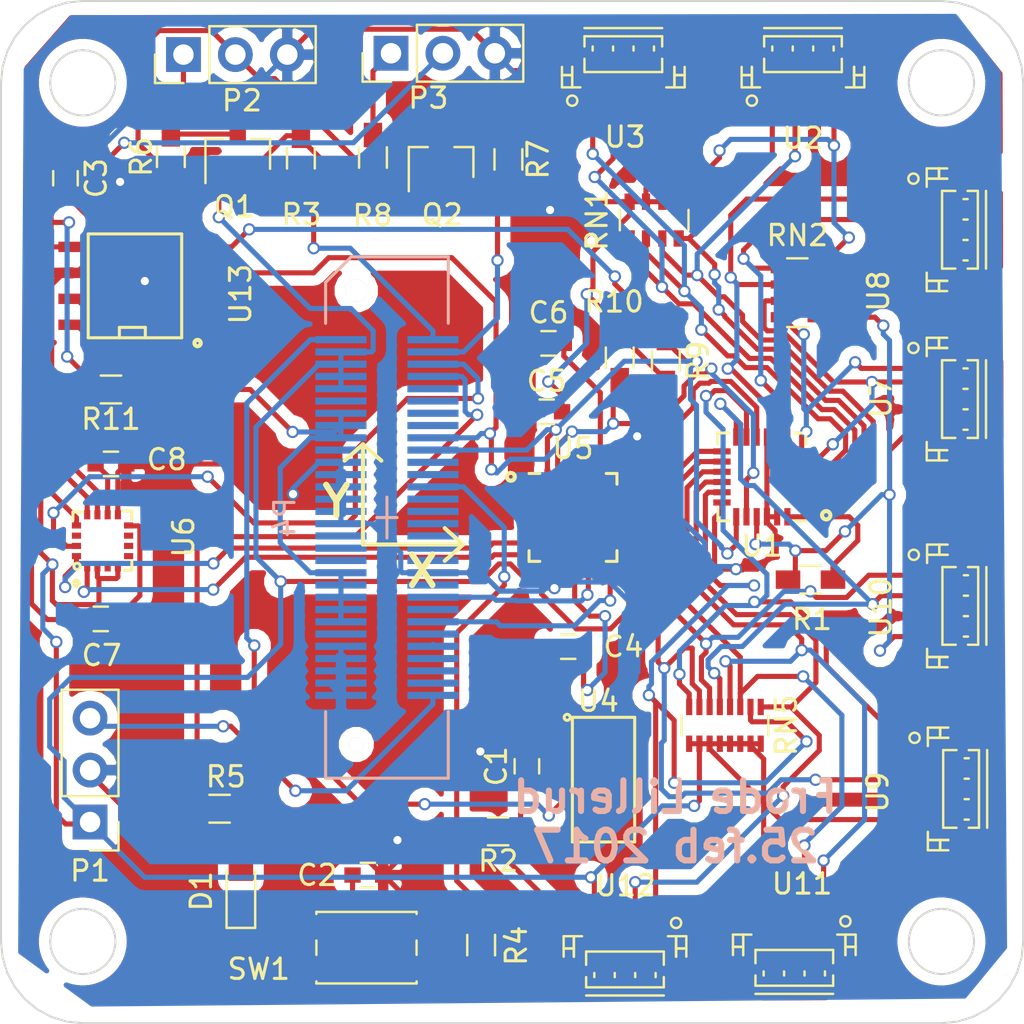
<source format=kicad_pcb>
(kicad_pcb (version 20170123) (host pcbnew no-vcs-found-7722~57~ubuntu16.04.1)
  (layers (0 F.Cu signal) (31 B.Cu signal) (34 B.Paste user) (35 F.Paste user) (36 B.SilkS user) (37 F.SilkS user) (38 B.Mask user) (39 F.Mask user) (44 Edge.Cuts user))
  (net 0 "")
  (net 1 "Net-(C1-Pad1)")
  (net 2 GND)
  (net 3 "Net-(C2-Pad2)")
  (net 4 +BATT)
  (net 5 "Net-(C4-Pad2)")
  (net 6 +3V3)
  (net 7 "Net-(C6-Pad2)")
  (net 8 "Net-(C7-Pad1)")
  (net 9 "Net-(C7-Pad2)")
  (net 10 "Net-(C8-Pad2)")
  (net 11 "Net-(D1-Pad2)")
  (net 12 GPIO_StartModule)
  (net 13 SteeringPWM)
  (net 14 +5V)
  (net 15 MotorPWM)
  (net 16 GPIO_SDA)
  (net 17 GPIO_SCL)
  (net 18 GPIO_DRDY)
  (net 19 GPIO_INT)
  (net 20 GPIO_BUTTON)
  (net 21 GPIO_FSYNC)
  (net 22 GPIO_LED)
  (net 23 GPIO_IR)
  (net 24 GPIO_STEERING)
  (net 25 GPIO_MOTOR)
  (net 26 "Net-(R1-Pad2)")
  (net 27 SD0)
  (net 28 SD1)
  (net 29 SC0)
  (net 30 SC1)
  (net 31 SD2)
  (net 32 SD3)
  (net 33 SC2)
  (net 34 SC3)
  (net 35 SD4)
  (net 36 SD5)
  (net 37 SC4)
  (net 38 SC5)
  (net 39 SD6)
  (net 40 SD7)
  (net 41 SC6)
  (net 42 SC7)
  (net 43 MPU_SDA)
  (net 44 MPU_SCL)
  (net 45 "Net-(P4-Pad6)")
  (net 46 "Net-(P4-Pad10)")
  (net 47 "Net-(P4-Pad17)")
  (net 48 "Net-(P4-Pad18)")
  (net 49 "Net-(P4-Pad19)")
  (net 50 "Net-(P4-Pad25)")
  (net 51 "Net-(P4-Pad34)")
  (net 52 "Net-(P4-Pad35)")
  (net 53 "Net-(P4-Pad42)")
  (net 54 "Net-(P4-Pad43)")
  (net 55 "Net-(P4-Pad44)")
  (net 56 "Net-(P4-Pad45)")
  (net 57 "Net-(P4-Pad46)")
  (net 58 "Net-(P4-Pad47)")
  (net 59 "Net-(P4-Pad49)")
  (net 60 "Net-(P4-Pad50)")
  (net 61 "Net-(P4-Pad53)")
  (net 62 "Net-(P4-Pad54)")
  (net 63 "Net-(P4-Pad55)")
  (net 64 "Net-(P4-Pad56)")
  (net 65 "Net-(U6-Pad3)")
  (net 66 "Net-(U6-Pad5)")
  (net 67 "Net-(U6-Pad6)")
  (net 68 "Net-(U6-Pad7)")
  (net 69 "Net-(U6-Pad14)")
  (net 70 "Net-(P4-Pad32)")
  (net 71 "Net-(P4-Pad33)")
  (net 72 "Net-(P4-Pad36)")
  (net 73 "Net-(P4-Pad38)")
  (net 74 "Net-(P4-Pad40)")
  (module Capacitors_SMD:C_0603 (layer F.Cu) (at 116.46408 112.57972 90)
    (fp_text reference C1 (at 0 -1.5 90) (layer F.SilkS))
    (fp_text value 0.1uF)
    (pad 1 smd rect (at -0.75 0 90) (size 0.8 0.75) (layers F.Cu F.Paste F.Mask) (net 1 "Net-(C1-Pad1)"))
    (pad 2 smd rect (at 0.75 0 90) (size 0.8 0.75) (layers F.Cu F.Paste F.Mask) (net 2 GND))
  )
  (module Capacitors_SMD:C_0603 (layer F.Cu) (at 108.68476 117.89918 180)
    (fp_text reference C2 (at 2.48 -0.01 180) (layer F.SilkS))
    (fp_text value 1nF)
    (pad 1 smd rect (at -0.75 0 180) (size 0.8 0.75) (layers F.Cu F.Paste F.Mask) (net 2 GND))
    (pad 2 smd rect (at 0.75 0 180) (size 0.8 0.75) (layers F.Cu F.Paste F.Mask) (net 3 "Net-(C2-Pad2)"))
  )
  (module Capacitors_SMD:C_0603 (layer F.Cu) (at 93.89364 83.81492 270)
    (fp_text reference C3 (at 0 -1.5 270) (layer F.SilkS))
    (fp_text value 0.1-1uF)
    (pad 1 smd rect (at -0.75 0 270) (size 0.8 0.75) (layers F.Cu F.Paste F.Mask) (net 4 +BATT))
    (pad 2 smd rect (at 0.75 0 270) (size 0.8 0.75) (layers F.Cu F.Paste F.Mask) (net 2 GND))
  )
  (module Capacitors_SMD:C_0603 (layer F.Cu) (at 118.48592 106.72572)
    (fp_text reference C4 (at 2.7 0) (layer F.SilkS))
    (fp_text value 0.1uF)
    (pad 1 smd rect (at -0.75 0) (size 0.8 0.75) (layers F.Cu F.Paste F.Mask) (net 2 GND))
    (pad 2 smd rect (at 0.75 0) (size 0.8 0.75) (layers F.Cu F.Paste F.Mask) (net 5 "Net-(C4-Pad2)"))
  )
  (module Capacitors_SMD:C_0603 (layer F.Cu) (at 117.43436 95.23984)
    (fp_text reference C5 (at 0 -1.5) (layer F.SilkS))
    (fp_text value 10nF)
    (pad 1 smd rect (at -0.75 0) (size 0.8 0.75) (layers F.Cu F.Paste F.Mask) (net 2 GND))
    (pad 2 smd rect (at 0.75 0) (size 0.8 0.75) (layers F.Cu F.Paste F.Mask) (net 6 +3V3))
  )
  (module Capacitors_SMD:C_0603 (layer F.Cu) (at 117.52072 91.89212)
    (fp_text reference C6 (at 0 -1.5) (layer F.SilkS))
    (fp_text value 2.2nF)
    (pad 1 smd rect (at -0.75 0) (size 0.8 0.75) (layers F.Cu F.Paste F.Mask) (net 2 GND))
    (pad 2 smd rect (at 0.75 0) (size 0.8 0.75) (layers F.Cu F.Paste F.Mask) (net 7 "Net-(C6-Pad2)"))
  )
  (module Capacitors_SMD:C_0603 (layer F.Cu) (at 95.62084 105.36936)
    (fp_text reference C7 (at 0.04064 1.78816) (layer F.SilkS))
    (fp_text value 0.22uF)
    (pad 1 smd rect (at -0.75 0) (size 0.8 0.75) (layers F.Cu F.Paste F.Mask) (net 8 "Net-(C7-Pad1)"))
    (pad 2 smd rect (at 0.75 0) (size 0.8 0.75) (layers F.Cu F.Paste F.Mask) (net 9 "Net-(C7-Pad2)"))
  )
  (module Capacitors_SMD:C_0603 (layer F.Cu) (at 96.11868 97.79 180)
    (fp_text reference C8 (at -2.72796 0.21336 180) (layer F.SilkS))
    (fp_text value 4.7uF)
    (pad 1 smd rect (at -0.75 0 180) (size 0.8 0.75) (layers F.Cu F.Paste F.Mask) (net 2 GND))
    (pad 2 smd rect (at 0.75 0 180) (size 0.8 0.75) (layers F.Cu F.Paste F.Mask) (net 10 "Net-(C8-Pad2)"))
  )
  (module LEDs:LED_0805 (layer F.Cu) (at 102.47376 118.68404 90)
    (fp_text reference D1 (at -0.00508 -1.94056 90) (layer F.SilkS))
    (fp_text value LED)
    (pad 2 smd rect (at 1.1 0 270) (size 1.2 1.2) (layers F.Cu F.Paste F.Mask) (net 11 "Net-(D1-Pad2)"))
    (pad 1 smd rect (at -1.1 0 270) (size 1.2 1.2) (layers F.Cu F.Paste F.Mask) (net 2 GND))
  )
  (module TO_SOT_Packages_SMD:SOT-23 (layer F.Cu) (at 102.32136 82.65414 90)
    (fp_text reference Q1 (at -2.55 -0.18 180) (layer F.SilkS))
    (fp_text value BSS138)
    (pad 1 smd rect (at -1 -0.95 90) (size 0.9 0.8) (layers F.Cu F.Paste F.Mask) (net 6 +3V3))
    (pad 2 smd rect (at -1 0.95 90) (size 0.9 0.8) (layers F.Cu F.Paste F.Mask) (net 24 GPIO_STEERING))
    (pad 3 smd rect (at 1 0 90) (size 0.9 0.8) (layers F.Cu F.Paste F.Mask) (net 13 SteeringPWM))
  )
  (module TO_SOT_Packages_SMD:SOT-23 (layer F.Cu) (at 112.268 83.05038 90)
    (fp_text reference Q2 (at -2.5527 0.0508 180) (layer F.SilkS))
    (fp_text value BSS138)
    (pad 1 smd rect (at -1 -0.95 90) (size 0.9 0.8) (layers F.Cu F.Paste F.Mask) (net 6 +3V3))
    (pad 2 smd rect (at -1 0.95 90) (size 0.9 0.8) (layers F.Cu F.Paste F.Mask) (net 25 GPIO_MOTOR))
    (pad 3 smd rect (at 1 0 90) (size 0.9 0.8) (layers F.Cu F.Paste F.Mask) (net 15 MotorPWM))
  )
  (module Resistors_SMD:R_0603_HandSoldering (layer F.Cu) (at 130.33756 103.44912)
    (fp_text reference R1 (at 0.07112 1.94056) (layer F.SilkS))
    (fp_text value 2k2)
    (pad 1 smd rect (at -1.1 0) (size 1.2 0.9) (layers F.Cu F.Paste F.Mask) (net 6 +3V3))
    (pad 2 smd rect (at 1.1 0) (size 1.2 0.9) (layers F.Cu F.Paste F.Mask) (net 26 "Net-(R1-Pad2)"))
  )
  (module Resistors_SMD:R_0603_HandSoldering (layer F.Cu) (at 115.05692 115.76304 180)
    (fp_text reference R2 (at 0 -1.45 180) (layer F.SilkS))
    (fp_text value 100)
    (pad 1 smd rect (at -1.1 0 180) (size 1.2 0.9) (layers F.Cu F.Paste F.Mask) (net 1 "Net-(C1-Pad1)"))
    (pad 2 smd rect (at 1.1 0 180) (size 1.2 0.9) (layers F.Cu F.Paste F.Mask) (net 6 +3V3))
  )
  (module Resistors_SMD:R_0603_HandSoldering (layer F.Cu) (at 105.41 82.83702 270)
    (fp_text reference R3 (at 2.75082 -0.0254) (layer F.SilkS))
    (fp_text value 10k)
    (pad 1 smd rect (at -1.1 0 270) (size 1.2 0.9) (layers F.Cu F.Paste F.Mask) (net 6 +3V3))
    (pad 2 smd rect (at 1.1 0 270) (size 1.2 0.9) (layers F.Cu F.Paste F.Mask) (net 24 GPIO_STEERING))
  )
  (module Resistors_SMD:R_0603_HandSoldering (layer F.Cu) (at 114.22634 121.32564 90)
    (fp_text reference R4 (at -0.03048 1.71958 270) (layer F.SilkS))
    (fp_text value 470)
    (pad 1 smd rect (at -1.1 0 90) (size 1.2 0.9) (layers F.Cu F.Paste F.Mask) (net 3 "Net-(C2-Pad2)"))
    (pad 2 smd rect (at 1.1 0 90) (size 1.2 0.9) (layers F.Cu F.Paste F.Mask) (net 20 GPIO_BUTTON))
  )
  (module Resistors_SMD:R_0603_HandSoldering (layer F.Cu) (at 101.43236 114.6556 180)
    (fp_text reference R5 (at -0.3048 1.56464 180) (layer F.SilkS))
    (fp_text value 330)
    (pad 1 smd rect (at -1.1 0 180) (size 1.2 0.9) (layers F.Cu F.Paste F.Mask) (net 11 "Net-(D1-Pad2)"))
    (pad 2 smd rect (at 1.1 0 180) (size 1.2 0.9) (layers F.Cu F.Paste F.Mask) (net 22 GPIO_LED))
  )
  (module Resistors_SMD:R_0603_HandSoldering (layer F.Cu) (at 99.04984 82.7659 90)
    (fp_text reference R6 (at 0 -1.45 90) (layer F.SilkS))
    (fp_text value 10k)
    (pad 1 smd rect (at -1.1 0 90) (size 1.2 0.9) (layers F.Cu F.Paste F.Mask) (net 14 +5V))
    (pad 2 smd rect (at 1.1 0 90) (size 1.2 0.9) (layers F.Cu F.Paste F.Mask) (net 13 SteeringPWM))
  )
  (module Resistors_SMD:R_0603_HandSoldering (layer F.Cu) (at 115.55984 82.8929 270)
    (fp_text reference R7 (at 0 -1.45 270) (layer F.SilkS))
    (fp_text value 10k)
    (pad 1 smd rect (at -1.1 0 270) (size 1.2 0.9) (layers F.Cu F.Paste F.Mask) (net 6 +3V3))
    (pad 2 smd rect (at 1.1 0 270) (size 1.2 0.9) (layers F.Cu F.Paste F.Mask) (net 25 GPIO_MOTOR))
  )
  (module Resistors_SMD:R_0603_HandSoldering (layer F.Cu) (at 108.93552 82.80146 90)
    (fp_text reference R8 (at -2.83718 -0.02032 180) (layer F.SilkS))
    (fp_text value 10k)
    (pad 1 smd rect (at -1.1 0 90) (size 1.2 0.9) (layers F.Cu F.Paste F.Mask) (net 14 +5V))
    (pad 2 smd rect (at 1.1 0 90) (size 1.2 0.9) (layers F.Cu F.Paste F.Mask) (net 15 MotorPWM))
  )
  (module Resistors_SMD:R_0603_HandSoldering (layer F.Cu) (at 123.26112 92.73032 90)
    (fp_text reference R9 (at -0.01016 1.57988 270) (layer F.SilkS))
    (fp_text value 2k2)
    (pad 1 smd rect (at -1.1 0 90) (size 1.2 0.9) (layers F.Cu F.Paste F.Mask) (net 6 +3V3))
    (pad 2 smd rect (at 1.1 0 90) (size 1.2 0.9) (layers F.Cu F.Paste F.Mask) (net 17 GPIO_SCL))
  )
  (module Resistors_SMD:R_0603_HandSoldering (layer F.Cu) (at 121.0056 92.59316 270)
    (fp_text reference R10 (at -2.73304 0.2794) (layer F.SilkS))
    (fp_text value 2k2)
    (pad 1 smd rect (at -1.1 0 270) (size 1.2 0.9) (layers F.Cu F.Paste F.Mask) (net 6 +3V3))
    (pad 2 smd rect (at 1.1 0 270) (size 1.2 0.9) (layers F.Cu F.Paste F.Mask) (net 16 GPIO_SDA))
  )
  (module Resistors_SMD:R_0603_HandSoldering (layer F.Cu) (at 96.11868 94.14764 180)
    (fp_text reference R11 (at 0 -1.45 180) (layer F.SilkS))
    (fp_text value "0.1 ohm")
    (pad 1 smd rect (at -1.1 0 180) (size 1.2 0.9) (layers F.Cu F.Paste F.Mask) (net 14 +5V))
    (pad 2 smd rect (at 1.1 0 180) (size 1.2 0.9) (layers F.Cu F.Paste F.Mask) (net 4 +BATT))
  )
  (module Buttons_Switches_SMD:SW_SPST_EVQP2 (layer F.Cu) (at 108.61802 121.45264 180)
    (fp_text reference SW1 (at 5.2705 -1.04648 180) (layer F.SilkS))
    (fp_text value SW_Push)
    (pad 1 smd rect (at 2.58 -1 180) (size 1.45 0.7) (layers F.Cu F.Paste F.Mask) (net 3 "Net-(C2-Pad2)"))
    (pad 1 smd rect (at -2.58 -1 180) (size 1.45 0.7) (layers F.Cu F.Paste F.Mask) (net 3 "Net-(C2-Pad2)"))
    (pad 2 smd rect (at -2.58 1 180) (size 1.45 0.7) (layers F.Cu F.Paste F.Mask) (net 2 GND))
    (pad 2 smd rect (at 2.58 1 180) (size 1.45 0.7) (layers F.Cu F.Paste F.Mask) (net 2 GND))
  )
  (module Housings_DFN_QFN:QFN-24_4x4mm_Pitch0.5mm (layer F.Cu) (at 127.95504 98.425 180)
    (fp_text reference U1 (at 0 -3.375 180) (layer F.SilkS))
    (fp_text value TCA9548ARGER)
    (pad 1 smd rect (at -1.95 -1.25 180) (size 0.85 0.3) (layers F.Cu F.Paste F.Mask) (net 27 SD0))
    (pad 2 smd rect (at -1.95 -0.75 180) (size 0.85 0.3) (layers F.Cu F.Paste F.Mask) (net 29 SC0))
    (pad 3 smd rect (at -1.95 -0.25 180) (size 0.85 0.3) (layers F.Cu F.Paste F.Mask) (net 28 SD1))
    (pad 4 smd rect (at -1.95 0.25 180) (size 0.85 0.3) (layers F.Cu F.Paste F.Mask) (net 30 SC1))
    (pad 5 smd rect (at -1.95 0.75 180) (size 0.85 0.3) (layers F.Cu F.Paste F.Mask) (net 31 SD2))
    (pad 6 smd rect (at -1.95 1.25 180) (size 0.85 0.3) (layers F.Cu F.Paste F.Mask) (net 33 SC2))
    (pad 7 smd rect (at -1.25 1.95 270) (size 0.85 0.3) (layers F.Cu F.Paste F.Mask) (net 32 SD3))
    (pad 8 smd rect (at -0.75 1.95 270) (size 0.85 0.3) (layers F.Cu F.Paste F.Mask) (net 34 SC3))
    (pad 9 smd rect (at -0.25 1.95 270) (size 0.85 0.3) (layers F.Cu F.Paste F.Mask) (net 2 GND))
    (pad 10 smd rect (at 0.25 1.95 270) (size 0.85 0.3) (layers F.Cu F.Paste F.Mask) (net 35 SD4))
    (pad 11 smd rect (at 0.75 1.95 270) (size 0.85 0.3) (layers F.Cu F.Paste F.Mask) (net 37 SC4))
    (pad 12 smd rect (at 1.25 1.95 270) (size 0.85 0.3) (layers F.Cu F.Paste F.Mask) (net 36 SD5))
    (pad 13 smd rect (at 1.95 1.25 180) (size 0.85 0.3) (layers F.Cu F.Paste F.Mask) (net 38 SC5))
    (pad 14 smd rect (at 1.95 0.75 180) (size 0.85 0.3) (layers F.Cu F.Paste F.Mask) (net 39 SD6))
    (pad 15 smd rect (at 1.95 0.25 180) (size 0.85 0.3) (layers F.Cu F.Paste F.Mask) (net 41 SC6))
    (pad 16 smd rect (at 1.95 -0.25 180) (size 0.85 0.3) (layers F.Cu F.Paste F.Mask) (net 40 SD7))
    (pad 17 smd rect (at 1.95 -0.75 180) (size 0.85 0.3) (layers F.Cu F.Paste F.Mask) (net 42 SC7))
    (pad 18 smd rect (at 1.95 -1.25 180) (size 0.85 0.3) (layers F.Cu F.Paste F.Mask) (net 2 GND))
    (pad 19 smd rect (at 1.25 -1.95 270) (size 0.85 0.3) (layers F.Cu F.Paste F.Mask) (net 17 GPIO_SCL))
    (pad 20 smd rect (at 0.75 -1.95 270) (size 0.85 0.3) (layers F.Cu F.Paste F.Mask) (net 16 GPIO_SDA))
    (pad 21 smd rect (at 0.25 -1.95 270) (size 0.85 0.3) (layers F.Cu F.Paste F.Mask) (net 6 +3V3))
    (pad 22 smd rect (at -0.25 -1.95 270) (size 0.85 0.3) (layers F.Cu F.Paste F.Mask) (net 2 GND))
    (pad 23 smd rect (at -0.75 -1.95 270) (size 0.85 0.3) (layers F.Cu F.Paste F.Mask) (net 2 GND))
    (pad 24 smd rect (at -1.25 -1.95 270) (size 0.85 0.3) (layers F.Cu F.Paste F.Mask) (net 26 "Net-(R1-Pad2)"))
  )
  (module Connectors_JST:JST_SH_BM04B-SRSS-TB_04x1.00mm_Straight (layer F.Cu) (at 129.96926 78.43266)
    (fp_text reference U2 (at -0.01 3.42) (layer F.SilkS))
    (fp_text value GP2Y0E02B)
    (pad 1 smd rect (at -1.5 1.2625) (size 0.6 1.55) (layers F.Cu F.Paste F.Mask) (net 29 SC0))
    (pad 2 smd rect (at -0.5 1.2625) (size 0.6 1.55) (layers F.Cu F.Paste F.Mask) (net 27 SD0))
    (pad 3 smd rect (at 0.5 1.2625) (size 0.6 1.55) (layers F.Cu F.Paste F.Mask) (net 2 GND))
    (pad 4 smd rect (at 1.5 1.2625) (size 0.6 1.55) (layers F.Cu F.Paste F.Mask) (net 6 +3V3))
    (pad "" smd rect (at -2.8 -1.2625) (size 1.2 1.8) (layers F.Cu F.Paste F.Mask))
    (pad "" smd rect (at 2.8 -1.2625) (size 1.2 1.8) (layers F.Cu F.Paste F.Mask))
  )
  (module Connectors_JST:JST_SH_BM04B-SRSS-TB_04x1.00mm_Straight (layer F.Cu) (at 121.18086 78.43266)
    (fp_text reference U3 (at 0.08304 3.36414) (layer F.SilkS))
    (fp_text value GP2Y0E02B)
    (pad 1 smd rect (at -1.5 1.2625) (size 0.6 1.55) (layers F.Cu F.Paste F.Mask) (net 30 SC1))
    (pad 2 smd rect (at -0.5 1.2625) (size 0.6 1.55) (layers F.Cu F.Paste F.Mask) (net 28 SD1))
    (pad 3 smd rect (at 0.5 1.2625) (size 0.6 1.55) (layers F.Cu F.Paste F.Mask) (net 2 GND))
    (pad 4 smd rect (at 1.5 1.2625) (size 0.6 1.55) (layers F.Cu F.Paste F.Mask) (net 6 +3V3))
    (pad "" smd rect (at -2.8 -1.2625) (size 1.2 1.8) (layers F.Cu F.Paste F.Mask))
    (pad "" smd rect (at 2.8 -1.2625) (size 1.2 1.8) (layers F.Cu F.Paste F.Mask))
  )
  (module NorBotKiCadFootprints:TSOP75x (layer F.Cu) (at 119.95912 113.2332 270)
    (fp_text reference U4 (at -3.84048 0) (layer F.SilkS))
    (fp_text value TSOP753)
    (pad 1 smd rect (at -1.905 0.508 270) (size 0.8 1.8) (layers F.Cu F.Paste F.Mask) (net 2 GND))
    (pad 2 smd rect (at -0.635 0.508 270) (size 0.8 1.8) (layers F.Cu F.Paste F.Mask) (net 1 "Net-(C1-Pad1)"))
    (pad 3 smd rect (at 0.635 0.508 270) (size 0.8 1.8) (layers F.Cu F.Paste F.Mask) (net 23 GPIO_IR))
    (pad 4 smd rect (at 1.905 0.508 270) (size 0.8 1.8) (layers F.Cu F.Paste F.Mask) (net 2 GND))
  )
  (module Housings_DFN_QFN:QFN-24-1EP_4x4mm_Pitch0.5mm (layer F.Cu) (at 118.7196 100.4062)
    (fp_text reference U5 (at 0 -3.375) (layer F.SilkS))
    (fp_text value MPU-6050)
    (pad 1 smd rect (at -1.95 -1.25) (size 0.85 0.3) (layers F.Cu F.Paste F.Mask) (net 2 GND))
    (pad 2 smd rect (at -1.95 -0.75) (size 0.85 0.3) (layers F.Cu F.Paste F.Mask))
    (pad 3 smd rect (at -1.95 -0.25) (size 0.85 0.3) (layers F.Cu F.Paste F.Mask))
    (pad 4 smd rect (at -1.95 0.25) (size 0.85 0.3) (layers F.Cu F.Paste F.Mask))
    (pad 5 smd rect (at -1.95 0.75) (size 0.85 0.3) (layers F.Cu F.Paste F.Mask))
    (pad 6 smd rect (at -1.95 1.25) (size 0.85 0.3) (layers F.Cu F.Paste F.Mask) (net 43 MPU_SDA))
    (pad 7 smd rect (at -1.25 1.95 90) (size 0.85 0.3) (layers F.Cu F.Paste F.Mask) (net 44 MPU_SCL))
    (pad 8 smd rect (at -0.75 1.95 90) (size 0.85 0.3) (layers F.Cu F.Paste F.Mask) (net 6 +3V3))
    (pad 9 smd rect (at -0.25 1.95 90) (size 0.85 0.3) (layers F.Cu F.Paste F.Mask) (net 2 GND))
    (pad 10 smd rect (at 0.25 1.95 90) (size 0.85 0.3) (layers F.Cu F.Paste F.Mask) (net 5 "Net-(C4-Pad2)"))
    (pad 11 smd rect (at 0.75 1.95 90) (size 0.85 0.3) (layers F.Cu F.Paste F.Mask) (net 21 GPIO_FSYNC))
    (pad 12 smd rect (at 1.25 1.95 90) (size 0.85 0.3) (layers F.Cu F.Paste F.Mask) (net 19 GPIO_INT))
    (pad 13 smd rect (at 1.95 1.25) (size 0.85 0.3) (layers F.Cu F.Paste F.Mask) (net 6 +3V3))
    (pad 14 smd rect (at 1.95 0.75) (size 0.85 0.3) (layers F.Cu F.Paste F.Mask))
    (pad 15 smd rect (at 1.95 0.25) (size 0.85 0.3) (layers F.Cu F.Paste F.Mask))
    (pad 16 smd rect (at 1.95 -0.25) (size 0.85 0.3) (layers F.Cu F.Paste F.Mask))
    (pad 17 smd rect (at 1.95 -0.75) (size 0.85 0.3) (layers F.Cu F.Paste F.Mask))
    (pad 18 smd rect (at 1.95 -1.25) (size 0.85 0.3) (layers F.Cu F.Paste F.Mask) (net 2 GND))
    (pad 19 smd rect (at 1.25 -1.95 90) (size 0.85 0.3) (layers F.Cu F.Paste F.Mask))
    (pad 20 smd rect (at 0.75 -1.95 90) (size 0.85 0.3) (layers F.Cu F.Paste F.Mask) (net 7 "Net-(C6-Pad2)"))
    (pad 21 smd rect (at 0.25 -1.95 90) (size 0.85 0.3) (layers F.Cu F.Paste F.Mask))
    (pad 22 smd rect (at -0.25 -1.95 90) (size 0.85 0.3) (layers F.Cu F.Paste F.Mask))
    (pad 23 smd rect (at -0.75 -1.95 90) (size 0.85 0.3) (layers F.Cu F.Paste F.Mask) (net 16 GPIO_SDA))
    (pad 24 smd rect (at -1.25 -1.95 90) (size 0.85 0.3) (layers F.Cu F.Paste F.Mask) (net 17 GPIO_SCL))
    (pad 25 smd rect (at 0.65 0.65) (size 1.3 1.3) (layers F.Cu F.Paste F.Mask))
    (pad 25 smd rect (at 0.65 -0.65) (size 1.3 1.3) (layers F.Cu F.Paste F.Mask))
    (pad 25 smd rect (at -0.65 0.65) (size 1.3 1.3) (layers F.Cu F.Paste F.Mask))
    (pad 25 smd rect (at -0.65 -0.65) (size 1.3 1.3) (layers F.Cu F.Paste F.Mask))
  )
  (module Connectors_JST:JST_SH_BM04B-SRSS-TB_04x1.00mm_Straight (layer F.Cu) (at 136.95934 94.61754 270)
    (fp_text reference U7 (at -0.07494 3.1792 270) (layer F.SilkS))
    (fp_text value GP2Y0E02B)
    (pad 1 smd rect (at -1.5 1.2625 270) (size 0.6 1.55) (layers F.Cu F.Paste F.Mask) (net 33 SC2))
    (pad 2 smd rect (at -0.5 1.2625 270) (size 0.6 1.55) (layers F.Cu F.Paste F.Mask) (net 31 SD2))
    (pad 3 smd rect (at 0.5 1.2625 270) (size 0.6 1.55) (layers F.Cu F.Paste F.Mask) (net 2 GND))
    (pad 4 smd rect (at 1.5 1.2625 270) (size 0.6 1.55) (layers F.Cu F.Paste F.Mask) (net 6 +3V3))
    (pad "" smd rect (at -2.8 -1.2625 270) (size 1.2 1.8) (layers F.Cu F.Paste F.Mask))
    (pad "" smd rect (at 2.8 -1.2625 270) (size 1.2 1.8) (layers F.Cu F.Paste F.Mask))
  )
  (module Connectors_JST:JST_SH_BM04B-SRSS-TB_04x1.00mm_Straight (layer F.Cu) (at 136.95934 86.3346 270)
    (fp_text reference U8 (at 3 3.3 270) (layer F.SilkS))
    (fp_text value GP2Y0E02B)
    (pad 1 smd rect (at -1.5 1.2625 270) (size 0.6 1.55) (layers F.Cu F.Paste F.Mask) (net 34 SC3))
    (pad 2 smd rect (at -0.5 1.2625 270) (size 0.6 1.55) (layers F.Cu F.Paste F.Mask) (net 32 SD3))
    (pad 3 smd rect (at 0.5 1.2625 270) (size 0.6 1.55) (layers F.Cu F.Paste F.Mask) (net 2 GND))
    (pad 4 smd rect (at 1.5 1.2625 270) (size 0.6 1.55) (layers F.Cu F.Paste F.Mask) (net 6 +3V3))
    (pad "" smd rect (at -2.8 -1.2625 270) (size 1.2 1.8) (layers F.Cu F.Paste F.Mask))
    (pad "" smd rect (at 2.8 -1.2625 270) (size 1.2 1.8) (layers F.Cu F.Paste F.Mask))
  )
  (module Connectors_JST:JST_SH_BM04B-SRSS-TB_04x1.00mm_Straight (layer F.Cu) (at 137.01534 113.68672 270)
    (fp_text reference U9 (at 0.15 3.39 270) (layer F.SilkS))
    (fp_text value GP2Y0E02B)
    (pad 1 smd rect (at -1.5 1.2625 270) (size 0.6 1.55) (layers F.Cu F.Paste F.Mask) (net 37 SC4))
    (pad 2 smd rect (at -0.5 1.2625 270) (size 0.6 1.55) (layers F.Cu F.Paste F.Mask) (net 35 SD4))
    (pad 3 smd rect (at 0.5 1.2625 270) (size 0.6 1.55) (layers F.Cu F.Paste F.Mask) (net 2 GND))
    (pad 4 smd rect (at 1.5 1.2625 270) (size 0.6 1.55) (layers F.Cu F.Paste F.Mask) (net 6 +3V3))
    (pad "" smd rect (at -2.8 -1.2625 270) (size 1.2 1.8) (layers F.Cu F.Paste F.Mask))
    (pad "" smd rect (at 2.8 -1.2625 270) (size 1.2 1.8) (layers F.Cu F.Paste F.Mask))
  )
  (module Connectors_JST:JST_SH_BM04B-SRSS-TB_04x1.00mm_Straight (layer F.Cu) (at 136.97712 104.73436 270)
    (fp_text reference U10 (at 0.07 3.2 270) (layer F.SilkS))
    (fp_text value GP2Y0E02B)
    (pad 1 smd rect (at -1.5 1.2625 270) (size 0.6 1.55) (layers F.Cu F.Paste F.Mask) (net 38 SC5))
    (pad 2 smd rect (at -0.5 1.2625 270) (size 0.6 1.55) (layers F.Cu F.Paste F.Mask) (net 36 SD5))
    (pad 3 smd rect (at 0.5 1.2625 270) (size 0.6 1.55) (layers F.Cu F.Paste F.Mask) (net 2 GND))
    (pad 4 smd rect (at 1.5 1.2625 270) (size 0.6 1.55) (layers F.Cu F.Paste F.Mask) (net 6 +3V3))
    (pad "" smd rect (at -2.8 -1.2625 270) (size 1.2 1.8) (layers F.Cu F.Paste F.Mask))
    (pad "" smd rect (at 2.8 -1.2625 270) (size 1.2 1.8) (layers F.Cu F.Paste F.Mask))
  )
  (module Connectors_JST:JST_SH_BM04B-SRSS-TB_04x1.00mm_Straight (layer F.Cu) (at 129.54508 121.74982 180)
    (fp_text reference U11 (at -0.38 3.42 180) (layer F.SilkS))
    (fp_text value GP2Y0E02B)
    (pad 1 smd rect (at -1.5 1.2625 180) (size 0.6 1.55) (layers F.Cu F.Paste F.Mask) (net 41 SC6))
    (pad 2 smd rect (at -0.5 1.2625 180) (size 0.6 1.55) (layers F.Cu F.Paste F.Mask) (net 39 SD6))
    (pad 3 smd rect (at 0.5 1.2625 180) (size 0.6 1.55) (layers F.Cu F.Paste F.Mask) (net 2 GND))
    (pad 4 smd rect (at 1.5 1.2625 180) (size 0.6 1.55) (layers F.Cu F.Paste F.Mask) (net 6 +3V3))
    (pad "" smd rect (at -2.8 -1.2625 180) (size 1.2 1.8) (layers F.Cu F.Paste F.Mask))
    (pad "" smd rect (at 2.8 -1.2625 180) (size 1.2 1.8) (layers F.Cu F.Paste F.Mask))
  )
  (module Connectors_JST:JST_SH_BM04B-SRSS-TB_04x1.00mm_Straight (layer F.Cu) (at 121.26214 121.82856 180)
    (fp_text reference U12 (at -0.02 3.41 180) (layer F.SilkS))
    (fp_text value GP2Y0E02B)
    (pad 1 smd rect (at -1.5 1.2625 180) (size 0.6 1.55) (layers F.Cu F.Paste F.Mask) (net 42 SC7))
    (pad 2 smd rect (at -0.5 1.2625 180) (size 0.6 1.55) (layers F.Cu F.Paste F.Mask) (net 40 SD7))
    (pad 3 smd rect (at 0.5 1.2625 180) (size 0.6 1.55) (layers F.Cu F.Paste F.Mask) (net 2 GND))
    (pad 4 smd rect (at 1.5 1.2625 180) (size 0.6 1.55) (layers F.Cu F.Paste F.Mask) (net 6 +3V3))
    (pad "" smd rect (at -2.8 -1.2625 180) (size 1.2 1.8) (layers F.Cu F.Paste F.Mask))
    (pad "" smd rect (at 2.8 -1.2625 180) (size 1.2 1.8) (layers F.Cu F.Paste F.Mask))
  )
  (module SMD_Packages:SOIC-8-N (layer F.Cu) (at 97.29216 89.0778 90)
    (fp_text reference U13 (at -0.4064 5.16636 90) (layer F.SilkS))
    (fp_text value INA219)
    (pad 8 smd rect (at -1.905 -3.175 90) (size 0.508 1.143) (layers F.Cu F.Paste F.Mask) (net 4 +BATT))
    (pad 7 smd rect (at -0.635 -3.175 90) (size 0.508 1.143) (layers F.Cu F.Paste F.Mask) (net 14 +5V))
    (pad 6 smd rect (at 0.635 -3.175 90) (size 0.508 1.143) (layers F.Cu F.Paste F.Mask) (net 2 GND))
    (pad 5 smd rect (at 1.905 -3.175 90) (size 0.508 1.143) (layers F.Cu F.Paste F.Mask) (net 4 +BATT))
    (pad 4 smd rect (at 1.905 3.175 90) (size 0.508 1.143) (layers F.Cu F.Paste F.Mask) (net 17 GPIO_SCL))
    (pad 3 smd rect (at 0.635 3.175 90) (size 0.508 1.143) (layers F.Cu F.Paste F.Mask) (net 16 GPIO_SDA))
    (pad 2 smd rect (at -0.635 3.175 90) (size 0.508 1.143) (layers F.Cu F.Paste F.Mask) (net 2 GND))
    (pad 1 smd rect (at -1.905 3.175 90) (size 0.508 1.143) (layers F.Cu F.Paste F.Mask) (net 2 GND))
  )
  (module Resistors_SMD:R_Array_Convex_4x0603 (layer F.Cu) (at 122.68962 85.86216 90)
    (fp_text reference RN1 (at 0 -2.8 90) (layer F.SilkS))
    (fp_text value R_Pack04)
    (pad 1 smd rect (at -0.9 -1.2 90) (size 0.8 0.5) (layers F.Cu F.Paste F.Mask) (net 28 SD1))
    (pad 3 smd rect (at -0.9 0.4 90) (size 0.8 0.4) (layers F.Cu F.Paste F.Mask) (net 27 SD0))
    (pad 2 smd rect (at -0.9 -0.4 90) (size 0.8 0.4) (layers F.Cu F.Paste F.Mask) (net 30 SC1))
    (pad 4 smd rect (at -0.9 1.2 90) (size 0.8 0.5) (layers F.Cu F.Paste F.Mask) (net 29 SC0))
    (pad 7 smd rect (at 0.9 -0.4 90) (size 0.8 0.4) (layers F.Cu F.Paste F.Mask) (net 6 +3V3))
    (pad 8 smd rect (at 0.9 -1.2 90) (size 0.8 0.5) (layers F.Cu F.Paste F.Mask) (net 6 +3V3))
    (pad 6 smd rect (at 0.9 0.4 90) (size 0.8 0.4) (layers F.Cu F.Paste F.Mask) (net 6 +3V3))
    (pad 5 smd rect (at 0.9 1.2 90) (size 0.8 0.5) (layers F.Cu F.Paste F.Mask) (net 6 +3V3))
  )
  (module Resistors_SMD:R_Array_Convex_4x0603 (layer F.Cu) (at 129.6924 89.41308)
    (fp_text reference RN2 (at 0 -2.8) (layer F.SilkS))
    (fp_text value R_Pack04)
    (pad 1 smd rect (at -0.9 -1.2) (size 0.8 0.5) (layers F.Cu F.Paste F.Mask) (net 32 SD3))
    (pad 3 smd rect (at -0.9 0.4) (size 0.8 0.4) (layers F.Cu F.Paste F.Mask) (net 31 SD2))
    (pad 2 smd rect (at -0.9 -0.4) (size 0.8 0.4) (layers F.Cu F.Paste F.Mask) (net 34 SC3))
    (pad 4 smd rect (at -0.9 1.2) (size 0.8 0.5) (layers F.Cu F.Paste F.Mask) (net 33 SC2))
    (pad 7 smd rect (at 0.9 -0.4) (size 0.8 0.4) (layers F.Cu F.Paste F.Mask) (net 6 +3V3))
    (pad 8 smd rect (at 0.9 -1.2) (size 0.8 0.5) (layers F.Cu F.Paste F.Mask) (net 6 +3V3))
    (pad 6 smd rect (at 0.9 0.4) (size 0.8 0.4) (layers F.Cu F.Paste F.Mask) (net 6 +3V3))
    (pad 5 smd rect (at 0.9 1.2) (size 0.8 0.5) (layers F.Cu F.Paste F.Mask) (net 6 +3V3))
  )
  (module Resistors_SMD:R_Array_Convex_8x0602 (layer F.Cu) (at 126.15196 110.5772 270)
    (fp_text reference RN5 (at 0 -3 270) (layer F.SilkS))
    (fp_text value R_Pack08)
    (pad 1 smd rect (at -0.9 -1.75 270) (size 0.8 0.3) (layers F.Cu F.Paste F.Mask) (net 40 SD7))
    (pad 16 smd rect (at 0.9 -1.75 270) (size 0.8 0.3) (layers F.Cu F.Paste F.Mask) (net 6 +3V3))
    (pad 8 smd rect (at -0.9 1.75 270) (size 0.8 0.3) (layers F.Cu F.Paste F.Mask) (net 37 SC4))
    (pad 9 smd rect (at 0.9 1.75 270) (size 0.8 0.3) (layers F.Cu F.Paste F.Mask) (net 6 +3V3))
    (pad 2 smd rect (at -0.9 -1.25 270) (size 0.8 0.3) (layers F.Cu F.Paste F.Mask) (net 42 SC7))
    (pad 3 smd rect (at -0.9 -0.75 270) (size 0.8 0.3) (layers F.Cu F.Paste F.Mask) (net 39 SD6))
    (pad 4 smd rect (at -0.9 -0.25 270) (size 0.8 0.3) (layers F.Cu F.Paste F.Mask) (net 41 SC6))
    (pad 5 smd rect (at -0.9 0.25 270) (size 0.8 0.3) (layers F.Cu F.Paste F.Mask) (net 36 SD5))
    (pad 6 smd rect (at -0.9 0.75 270) (size 0.8 0.3) (layers F.Cu F.Paste F.Mask) (net 38 SC5))
    (pad 7 smd rect (at -0.9 1.25 270) (size 0.8 0.3) (layers F.Cu F.Paste F.Mask) (net 35 SD4))
    (pad 15 smd rect (at 0.9 -1.25 270) (size 0.8 0.3) (layers F.Cu F.Paste F.Mask) (net 6 +3V3))
    (pad 14 smd rect (at 0.9 -0.75 270) (size 0.8 0.3) (layers F.Cu F.Paste F.Mask) (net 6 +3V3))
    (pad 13 smd rect (at 0.9 -0.25 270) (size 0.8 0.3) (layers F.Cu F.Paste F.Mask) (net 6 +3V3))
    (pad 11 smd rect (at 0.9 0.75 270) (size 0.8 0.3) (layers F.Cu F.Paste F.Mask) (net 6 +3V3))
    (pad 12 smd rect (at 0.9 0.25 270) (size 0.8 0.3) (layers F.Cu F.Paste F.Mask) (net 6 +3V3))
    (pad 10 smd rect (at 0.9 1.25 270) (size 0.8 0.3) (layers F.Cu F.Paste F.Mask) (net 6 +3V3))
  )
  (module Pin_Headers:Pin_Header_Straight_1x03_Pitch2.54mm (layer F.Cu) (at 99.66452 77.76718 90)
    (fp_text reference P2 (at -2.25298 2.86004 180) (layer F.SilkS))
    (fp_text value SteeringServo)
    (pad 1 thru_hole rect (at 0 0 90) (size 1.7 1.7) (drill 1) (layers *.Cu *.Mask) (net 13 SteeringPWM))
    (pad 2 thru_hole oval (at 0 2.54 90) (size 1.7 1.7) (drill 1) (layers *.Cu *.Mask) (net 14 +5V))
    (pad 3 thru_hole oval (at 0 5.08 90) (size 1.7 1.7) (drill 1) (layers *.Cu *.Mask) (net 2 GND))
  )
  (module Pin_Headers:Pin_Header_Straight_1x03_Pitch2.54mm (layer F.Cu) (at 109.8169 77.70114 90)
    (fp_text reference P3 (at -2.19202 1.82626 180) (layer F.SilkS))
    (fp_text value Motor)
    (pad 1 thru_hole rect (at 0 0 90) (size 1.7 1.7) (drill 1) (layers *.Cu *.Mask) (net 15 MotorPWM))
    (pad 2 thru_hole oval (at 0 2.54 90) (size 1.7 1.7) (drill 1) (layers *.Cu *.Mask) (net 4 +BATT))
    (pad 3 thru_hole oval (at 0 5.08 90) (size 1.7 1.7) (drill 1) (layers *.Cu *.Mask) (net 2 GND))
  )
  (module hrs-fx8c:hrs-fx8c-60s-sv (layer B.Cu) (at 109.61878 100.41128 270)
    (fp_text reference P4 (at 0 5 270) (layer B.SilkS) (effects (justify mirror)))
    (fp_text value CONN_02X30)
    (pad 1 smd rect (at -8.7 2.25 270) (size 0.35 2.5) (layers B.Cu B.Paste B.Mask) (net 23 GPIO_IR))
    (pad 2 smd rect (at -8.1 2.25 270) (size 0.35 2.5) (layers B.Cu B.Paste B.Mask) (net 6 +3V3))
    (pad 3 smd rect (at -7.5 2.25 270) (size 0.35 2.5) (layers B.Cu B.Paste B.Mask) (net 6 +3V3))
    (pad 4 smd rect (at -6.9 2.25 270) (size 0.35 2.5) (layers B.Cu B.Paste B.Mask) (net 6 +3V3))
    (pad 5 smd rect (at -6.3 2.25 270) (size 0.35 2.5) (layers B.Cu B.Paste B.Mask) (net 6 +3V3))
    (pad 6 smd rect (at -5.7 2.25 270) (size 0.35 2.5) (layers B.Cu B.Paste B.Mask) (net 45 "Net-(P4-Pad6)"))
    (pad 7 smd rect (at -5.1 2.25 270) (size 0.35 2.5) (layers B.Cu B.Paste B.Mask) (net 14 +5V))
    (pad 8 smd rect (at -4.5 2.25 270) (size 0.35 2.5) (layers B.Cu B.Paste B.Mask) (net 14 +5V))
    (pad 9 smd rect (at -3.9 2.25 270) (size 0.35 2.5) (layers B.Cu B.Paste B.Mask) (net 14 +5V))
    (pad 10 smd rect (at -3.3 2.25 270) (size 0.35 2.5) (layers B.Cu B.Paste B.Mask) (net 46 "Net-(P4-Pad10)"))
    (pad 11 smd rect (at -2.7 2.25 270) (size 0.35 2.5) (layers B.Cu B.Paste B.Mask) (net 2 GND))
    (pad 12 smd rect (at -2.1 2.25 270) (size 0.35 2.5) (layers B.Cu B.Paste B.Mask) (net 2 GND))
    (pad 13 smd rect (at -1.5 2.25 270) (size 0.35 2.5) (layers B.Cu B.Paste B.Mask) (net 2 GND))
    (pad 14 smd rect (at -0.9 2.25 270) (size 0.35 2.5) (layers B.Cu B.Paste B.Mask) (net 2 GND))
    (pad 15 smd rect (at -0.3 2.25 270) (size 0.35 2.5) (layers B.Cu B.Paste B.Mask) (net 2 GND))
    (pad 16 smd rect (at 0.3 2.25 270) (size 0.35 2.5) (layers B.Cu B.Paste B.Mask) (net 2 GND))
    (pad 17 smd rect (at 0.9 2.25 270) (size 0.35 2.5) (layers B.Cu B.Paste B.Mask) (net 47 "Net-(P4-Pad17)"))
    (pad 18 smd rect (at 1.5 2.25 270) (size 0.35 2.5) (layers B.Cu B.Paste B.Mask) (net 48 "Net-(P4-Pad18)"))
    (pad 19 smd rect (at 2.1 2.25 270) (size 0.35 2.5) (layers B.Cu B.Paste B.Mask) (net 49 "Net-(P4-Pad19)"))
    (pad 20 smd rect (at 2.7 2.25 270) (size 0.35 2.5) (layers B.Cu B.Paste B.Mask) (net 14 +5V))
    (pad 21 smd rect (at 3.3 2.25 270) (size 0.35 2.5) (layers B.Cu B.Paste B.Mask) (net 14 +5V))
    (pad 22 smd rect (at 3.9 2.25 270) (size 0.35 2.5) (layers B.Cu B.Paste B.Mask) (net 14 +5V))
    (pad 23 smd rect (at 4.5 2.25 270) (size 0.35 2.5) (layers B.Cu B.Paste B.Mask) (net 14 +5V))
    (pad 24 smd rect (at 5.1 2.25 270) (size 0.35 2.5) (layers B.Cu B.Paste B.Mask) (net 14 +5V))
    (pad 25 smd rect (at 5.7 2.25 270) (size 0.35 2.5) (layers B.Cu B.Paste B.Mask) (net 50 "Net-(P4-Pad25)"))
    (pad 26 smd rect (at 6.3 2.25 270) (size 0.35 2.5) (layers B.Cu B.Paste B.Mask) (net 2 GND))
    (pad 27 smd rect (at 6.9 2.25 270) (size 0.35 2.5) (layers B.Cu B.Paste B.Mask) (net 2 GND))
    (pad 28 smd rect (at 7.5 2.25 270) (size 0.35 2.5) (layers B.Cu B.Paste B.Mask) (net 2 GND))
    (pad 29 smd rect (at 8.1 2.25 270) (size 0.35 2.5) (layers B.Cu B.Paste B.Mask) (net 2 GND))
    (pad 30 smd rect (at 8.7 2.25 270) (size 0.35 2.5) (layers B.Cu B.Paste B.Mask) (net 2 GND))
    (pad 31 smd rect (at 8.7 -2.25 270) (size 0.35 2.5) (layers B.Cu B.Paste B.Mask) (net 12 GPIO_StartModule))
    (pad 32 smd rect (at 8.1 -2.25 270) (size 0.35 2.5) (layers B.Cu B.Paste B.Mask) (net 70 "Net-(P4-Pad32)"))
    (pad 33 smd rect (at 7.5 -2.25 270) (size 0.35 2.5) (layers B.Cu B.Paste B.Mask) (net 71 "Net-(P4-Pad33)"))
    (pad 34 smd rect (at 6.9 -2.25 270) (size 0.35 2.5) (layers B.Cu B.Paste B.Mask) (net 51 "Net-(P4-Pad34)"))
    (pad 35 smd rect (at 6.3 -2.25 270) (size 0.35 2.5) (layers B.Cu B.Paste B.Mask) (net 52 "Net-(P4-Pad35)"))
    (pad 36 smd rect (at 5.7 -2.25 270) (size 0.35 2.5) (layers B.Cu B.Paste B.Mask) (net 72 "Net-(P4-Pad36)"))
    (pad 37 smd rect (at 5.1 -2.25 270) (size 0.35 2.5) (layers B.Cu B.Paste B.Mask) (net 19 GPIO_INT))
    (pad 38 smd rect (at 4.5 -2.25 270) (size 0.35 2.5) (layers B.Cu B.Paste B.Mask) (net 73 "Net-(P4-Pad38)"))
    (pad 39 smd rect (at 3.9 -2.25 270) (size 0.35 2.5) (layers B.Cu B.Paste B.Mask) (net 21 GPIO_FSYNC))
    (pad 40 smd rect (at 3.3 -2.25 270) (size 0.35 2.5) (layers B.Cu B.Paste B.Mask) (net 74 "Net-(P4-Pad40)"))
    (pad 41 smd rect (at 2.7 -2.25 270) (size 0.35 2.5) (layers B.Cu B.Paste B.Mask) (net 2 GND))
    (pad 42 smd rect (at 2.1 -2.25 270) (size 0.35 2.5) (layers B.Cu B.Paste B.Mask) (net 53 "Net-(P4-Pad42)"))
    (pad 43 smd rect (at 1.5 -2.25 270) (size 0.35 2.5) (layers B.Cu B.Paste B.Mask) (net 54 "Net-(P4-Pad43)"))
    (pad 44 smd rect (at 0.9 -2.25 270) (size 0.35 2.5) (layers B.Cu B.Paste B.Mask) (net 55 "Net-(P4-Pad44)"))
    (pad 45 smd rect (at 0.3 -2.25 270) (size 0.35 2.5) (layers B.Cu B.Paste B.Mask) (net 56 "Net-(P4-Pad45)"))
    (pad 46 smd rect (at -0.3 -2.25 270) (size 0.35 2.5) (layers B.Cu B.Paste B.Mask) (net 57 "Net-(P4-Pad46)"))
    (pad 47 smd rect (at -0.9 -2.25 270) (size 0.35 2.5) (layers B.Cu B.Paste B.Mask) (net 58 "Net-(P4-Pad47)"))
    (pad 48 smd rect (at -1.5 -2.25 270) (size 0.35 2.5) (layers B.Cu B.Paste B.Mask) (net 20 GPIO_BUTTON))
    (pad 49 smd rect (at -2.1 -2.25 270) (size 0.35 2.5) (layers B.Cu B.Paste B.Mask) (net 59 "Net-(P4-Pad49)"))
    (pad 50 smd rect (at -2.7 -2.25 270) (size 0.35 2.5) (layers B.Cu B.Paste B.Mask) (net 60 "Net-(P4-Pad50)"))
    (pad 51 smd rect (at -3.3 -2.25 270) (size 0.35 2.5) (layers B.Cu B.Paste B.Mask) (net 17 GPIO_SCL))
    (pad 52 smd rect (at -3.9 -2.25 270) (size 0.35 2.5) (layers B.Cu B.Paste B.Mask) (net 16 GPIO_SDA))
    (pad 53 smd rect (at -4.5 -2.25 270) (size 0.35 2.5) (layers B.Cu B.Paste B.Mask) (net 61 "Net-(P4-Pad53)"))
    (pad 54 smd rect (at -5.1 -2.25 270) (size 0.35 2.5) (layers B.Cu B.Paste B.Mask) (net 62 "Net-(P4-Pad54)"))
    (pad 55 smd rect (at -5.7 -2.25 270) (size 0.35 2.5) (layers B.Cu B.Paste B.Mask) (net 63 "Net-(P4-Pad55)"))
    (pad 56 smd rect (at -6.3 -2.25 270) (size 0.35 2.5) (layers B.Cu B.Paste B.Mask) (net 64 "Net-(P4-Pad56)"))
    (pad 57 smd rect (at -6.9 -2.25 270) (size 0.35 2.5) (layers B.Cu B.Paste B.Mask) (net 22 GPIO_LED))
    (pad 58 smd rect (at -7.5 -2.25 270) (size 0.35 2.5) (layers B.Cu B.Paste B.Mask) (net 18 GPIO_DRDY))
    (pad 59 smd rect (at -8.1 -2.25 270) (size 0.35 2.5) (layers B.Cu B.Paste B.Mask) (net 25 GPIO_MOTOR))
    (pad 60 smd rect (at -8.7 -2.25 270) (size 0.35 2.5) (layers B.Cu B.Paste B.Mask) (net 24 GPIO_STEERING))
    (pad "" np_thru_hole circle (at 11.1 1.5 270) (size 0.7 0.7) (drill 0.7) (layers *.Cu *.Mask B.SilkS))
    (pad "" np_thru_hole circle (at -11.1 1.5 270) (size 1.1 1.1) (drill 1.1) (layers *.Cu *.Mask B.SilkS))
  )
  (module Pin_Headers:Pin_Header_Straight_1x03_Pitch2.54mm (layer F.Cu) (at 95.0976 115.30584 180)
    (fp_text reference P1 (at 0 -2.39 180) (layer F.SilkS))
    (fp_text value StartModule)
    (pad 3 thru_hole oval (at 0 5.08 180) (size 1.7 1.7) (drill 1) (layers *.Cu *.Mask) (net 12 GPIO_StartModule))
    (pad 2 thru_hole oval (at 0 2.54 180) (size 1.7 1.7) (drill 1) (layers *.Cu *.Mask) (net 2 GND))
    (pad 1 thru_hole rect (at 0 0 180) (size 1.7 1.7) (drill 1) (layers *.Cu *.Mask) (net 6 +3V3))
  )
  (module NorBotKiCadFootprints:HMC5883 (layer F.Cu) (at 95.7072 101.5492 90)
    (fp_text reference U6 (at 0.18796 3.9624 90) (layer F.SilkS))
    (fp_text value HMC5883)
    (pad 1 smd rect (at -1.275 -0.75 90) (size 0.45 0.3) (layers F.Cu F.Paste F.Mask) (net 44 MPU_SCL))
    (pad 2 smd rect (at -1.275 -0.25 90) (size 0.45 0.3) (layers F.Cu F.Paste F.Mask) (net 6 +3V3))
    (pad 3 smd rect (at -1.275 0.25 90) (size 0.45 0.3) (layers F.Cu F.Paste F.Mask) (net 65 "Net-(U6-Pad3)"))
    (pad 4 smd rect (at -1.275 0.75 90) (size 0.45 0.3) (layers F.Cu F.Paste F.Mask) (net 6 +3V3))
    (pad 5 smd rect (at -0.75 1.275 180) (size 0.45 0.3) (layers F.Cu F.Paste F.Mask) (net 66 "Net-(U6-Pad5)"))
    (pad 6 smd rect (at -0.25 1.275 180) (size 0.45 0.3) (layers F.Cu F.Paste F.Mask) (net 67 "Net-(U6-Pad6)"))
    (pad 7 smd rect (at 0.25 1.275 180) (size 0.45 0.3) (layers F.Cu F.Paste F.Mask) (net 68 "Net-(U6-Pad7)"))
    (pad 8 smd rect (at 0.75 1.275 180) (size 0.45 0.3) (layers F.Cu F.Paste F.Mask) (net 9 "Net-(C7-Pad2)"))
    (pad 9 smd rect (at 1.275 0.75 90) (size 0.45 0.3) (layers F.Cu F.Paste F.Mask) (net 2 GND))
    (pad 10 smd rect (at 1.275 0.25 90) (size 0.45 0.3) (layers F.Cu F.Paste F.Mask) (net 10 "Net-(C8-Pad2)"))
    (pad 11 smd rect (at 1.275 -0.25 90) (size 0.45 0.3) (layers F.Cu F.Paste F.Mask) (net 2 GND))
    (pad 12 smd rect (at 1.275 -0.75 90) (size 0.45 0.3) (layers F.Cu F.Paste F.Mask) (net 8 "Net-(C7-Pad1)"))
    (pad 13 smd rect (at 0.75 -1.275 180) (size 0.45 0.3) (layers F.Cu F.Paste F.Mask) (net 6 +3V3))
    (pad 14 smd rect (at 0.25 -1.275 180) (size 0.45 0.3) (layers F.Cu F.Paste F.Mask) (net 69 "Net-(U6-Pad14)"))
    (pad 15 smd rect (at -0.25 -1.275 180) (size 0.45 0.3) (layers F.Cu F.Paste F.Mask) (net 18 GPIO_DRDY))
    (pad 16 smd rect (at -0.75 -1.275 180) (size 0.45 0.3) (layers F.Cu F.Paste F.Mask) (net 43 MPU_SDA))
  )
  (gr_circle (center 94.41688 103.63708) (end 94.488 103.74884) (layer F.SilkS) (width 0.2))
  (gr_circle (center 100.3554 91.87688) (end 100.457 91.99372) (layer F.SilkS) (width 0.2))
  (gr_circle (center 115.68176 98.41992) (end 115.81892 98.55708) (layer F.SilkS) (width 0.2))
  (gr_circle (center 131.10464 100.29952) (end 131.19608 100.4824) (layer F.SilkS) (width 0.2))
  (gr_line (start 113.3452 101.73158) (end 108.4452 101.73158) (layer F.SilkS) (width 0.2))
  (gr_text Y (at 107.1452 99.63158) (layer F.SilkS) (effects (font (size 1.5 1.5) (thickness 0.3))))
  (gr_line (start 108.4452 96.83158) (end 107.5452 97.63158) (layer F.SilkS) (width 0.2))
  (gr_line (start 109.3452 97.63158) (end 108.4452 96.83158) (layer F.SilkS) (width 0.2))
  (gr_line (start 108.4452 101.73158) (end 108.4452 96.83158) (layer F.SilkS) (width 0.2))
  (gr_text X (at 111.3452 103.03158) (layer F.SilkS) (effects (font (size 1.5 1.5) (thickness 0.3))))
  (gr_line (start 113.3452 101.73158) (end 112.4452 100.93158) (layer F.SilkS) (width 0.2))
  (gr_line (start 113.3452 101.73158) (end 112.4452 102.53158) (layer F.SilkS) (width 0.2))
  (gr_text "Frode Lillerud\n25.feb 2017" (at 123.71832 115.29568) (layer B.SilkS) (effects (font (size 1.5 1.5) (thickness 0.3)) (justify mirror)))
  (gr_line (start 136.7414 122.74641) (end 136.4293 122.71566) (layer Edge.Cuts) (width 0.1))
  (gr_line (start 137.0535 122.71566) (end 136.7414 122.74641) (layer Edge.Cuts) (width 0.1))
  (gr_line (start 137.3537 122.62461) (end 137.0535 122.71566) (layer Edge.Cuts) (width 0.1))
  (gr_line (start 137.6303 122.47675) (end 137.3537 122.62461) (layer Edge.Cuts) (width 0.1))
  (gr_line (start 137.8728 122.27778) (end 137.6303 122.47675) (layer Edge.Cuts) (width 0.1))
  (gr_line (start 138.0717 122.03532) (end 137.8728 122.27778) (layer Edge.Cuts) (width 0.1))
  (gr_line (start 138.2196 121.7587) (end 138.0717 122.03532) (layer Edge.Cuts) (width 0.1))
  (gr_line (start 138.3106 121.45855) (end 138.2196 121.7587) (layer Edge.Cuts) (width 0.1))
  (gr_line (start 138.3414 121.1464) (end 138.3106 121.45855) (layer Edge.Cuts) (width 0.1))
  (gr_line (start 138.3106 120.83427) (end 138.3414 121.1464) (layer Edge.Cuts) (width 0.1))
  (gr_line (start 138.2196 120.53411) (end 138.3106 120.83427) (layer Edge.Cuts) (width 0.1))
  (gr_line (start 138.0717 120.2575) (end 138.2196 120.53411) (layer Edge.Cuts) (width 0.1))
  (gr_line (start 137.8728 120.01504) (end 138.0717 120.2575) (layer Edge.Cuts) (width 0.1))
  (gr_line (start 137.6303 119.81606) (end 137.8728 120.01504) (layer Edge.Cuts) (width 0.1))
  (gr_line (start 137.3537 119.6682) (end 137.6303 119.81606) (layer Edge.Cuts) (width 0.1))
  (gr_line (start 137.0535 119.57716) (end 137.3537 119.6682) (layer Edge.Cuts) (width 0.1))
  (gr_line (start 136.7414 119.54641) (end 137.0535 119.57716) (layer Edge.Cuts) (width 0.1))
  (gr_line (start 136.4293 119.57716) (end 136.7414 119.54641) (layer Edge.Cuts) (width 0.1))
  (gr_line (start 136.1291 119.6682) (end 136.4293 119.57716) (layer Edge.Cuts) (width 0.1))
  (gr_line (start 135.8525 119.81606) (end 136.1291 119.6682) (layer Edge.Cuts) (width 0.1))
  (gr_line (start 135.61 120.01504) (end 135.8525 119.81606) (layer Edge.Cuts) (width 0.1))
  (gr_line (start 135.411 120.2575) (end 135.61 120.01504) (layer Edge.Cuts) (width 0.1))
  (gr_line (start 135.2632 120.53411) (end 135.411 120.2575) (layer Edge.Cuts) (width 0.1))
  (gr_line (start 135.1721 120.83427) (end 135.2632 120.53411) (layer Edge.Cuts) (width 0.1))
  (gr_line (start 135.1414 121.1464) (end 135.1721 120.83427) (layer Edge.Cuts) (width 0.1))
  (gr_line (start 135.1721 121.45855) (end 135.1414 121.1464) (layer Edge.Cuts) (width 0.1))
  (gr_line (start 135.2632 121.7587) (end 135.1721 121.45855) (layer Edge.Cuts) (width 0.1))
  (gr_line (start 135.411 122.03532) (end 135.2632 121.7587) (layer Edge.Cuts) (width 0.1))
  (gr_line (start 135.61 122.27778) (end 135.411 122.03532) (layer Edge.Cuts) (width 0.1))
  (gr_line (start 135.8525 122.47675) (end 135.61 122.27778) (layer Edge.Cuts) (width 0.1))
  (gr_line (start 136.1291 122.62461) (end 135.8525 122.47675) (layer Edge.Cuts) (width 0.1))
  (gr_line (start 136.4293 122.71566) (end 136.1291 122.62461) (layer Edge.Cuts) (width 0.1))
  (gr_line (start 94.74138 122.74641) (end 94.42925 122.71566) (layer Edge.Cuts) (width 0.1))
  (gr_line (start 95.05353 122.71566) (end 94.74138 122.74641) (layer Edge.Cuts) (width 0.1))
  (gr_line (start 138.9637 124.472282) (end 139.5698 123.97483) (layer Edge.Cuts) (width 0.1))
  (gr_line (start 140.7414 121.1464) (end 140.7414 79.1464) (layer Edge.Cuts) (width 0.1))
  (gr_line (start 140.6645 121.92676) (end 140.7414 121.1464) (layer Edge.Cuts) (width 0.1))
  (gr_line (start 140.4369 122.67715) (end 140.6645 121.92676) (layer Edge.Cuts) (width 0.1))
  (gr_line (start 137.5217 125.069542) (end 138.2721 124.841926) (layer Edge.Cuts) (width 0.1))
  (gr_line (start 135.1414 79.1464) (end 135.1721 78.8343) (layer Edge.Cuts) (width 0.1))
  (gr_line (start 135.1721 79.4585) (end 135.1414 79.1464) (layer Edge.Cuts) (width 0.1))
  (gr_line (start 135.2632 79.7587) (end 135.1721 79.4585) (layer Edge.Cuts) (width 0.1))
  (gr_line (start 135.411 80.0353) (end 135.2632 79.7587) (layer Edge.Cuts) (width 0.1))
  (gr_line (start 135.61 80.2778) (end 135.411 80.0353) (layer Edge.Cuts) (width 0.1))
  (gr_line (start 135.8525 80.4768) (end 135.61 80.2778) (layer Edge.Cuts) (width 0.1))
  (gr_line (start 136.1291 80.6246) (end 135.8525 80.4768) (layer Edge.Cuts) (width 0.1))
  (gr_line (start 136.4293 80.7157) (end 136.1291 80.6246) (layer Edge.Cuts) (width 0.1))
  (gr_line (start 94.74138 80.7464) (end 94.42925 80.7157) (layer Edge.Cuts) (width 0.1))
  (gr_line (start 95.05353 80.7157) (end 94.74138 80.7464) (layer Edge.Cuts) (width 0.1))
  (gr_line (start 95.35369 80.6246) (end 95.05353 80.7157) (layer Edge.Cuts) (width 0.1))
  (gr_line (start 95.6303 80.4768) (end 95.35369 80.6246) (layer Edge.Cuts) (width 0.1))
  (gr_line (start 95.87276 80.2778) (end 95.6303 80.4768) (layer Edge.Cuts) (width 0.1))
  (gr_line (start 96.07174 80.0353) (end 95.87276 80.2778) (layer Edge.Cuts) (width 0.1))
  (gr_line (start 96.2196 79.7587) (end 96.07174 80.0353) (layer Edge.Cuts) (width 0.1))
  (gr_line (start 96.31064 79.4585) (end 96.2196 79.7587) (layer Edge.Cuts) (width 0.1))
  (gr_line (start 96.34139 79.1464) (end 96.31064 79.4585) (layer Edge.Cuts) (width 0.1))
  (gr_line (start 96.31064 78.8343) (end 96.34139 79.1464) (layer Edge.Cuts) (width 0.1))
  (gr_line (start 96.2196 78.5341) (end 96.31064 78.8343) (layer Edge.Cuts) (width 0.1))
  (gr_line (start 96.07174 78.2575) (end 96.2196 78.5341) (layer Edge.Cuts) (width 0.1))
  (gr_line (start 95.87276 78.015) (end 96.07174 78.2575) (layer Edge.Cuts) (width 0.1))
  (gr_line (start 95.6303 77.8161) (end 95.87276 78.015) (layer Edge.Cuts) (width 0.1))
  (gr_line (start 95.35369 77.6682) (end 95.6303 77.8161) (layer Edge.Cuts) (width 0.1))
  (gr_line (start 95.05353 77.5772) (end 95.35369 77.6682) (layer Edge.Cuts) (width 0.1))
  (gr_line (start 94.7414 77.5464) (end 95.05353 77.5772) (layer Edge.Cuts) (width 0.1))
  (gr_line (start 94.42925 77.5772) (end 94.7414 77.5464) (layer Edge.Cuts) (width 0.1))
  (gr_line (start 94.1291 77.6682) (end 94.42925 77.5772) (layer Edge.Cuts) (width 0.1))
  (gr_line (start 93.85248 77.8161) (end 94.1291 77.6682) (layer Edge.Cuts) (width 0.1))
  (gr_line (start 93.61002 78.015) (end 93.85248 77.8161) (layer Edge.Cuts) (width 0.1))
  (gr_line (start 93.41105 78.2575) (end 93.61002 78.015) (layer Edge.Cuts) (width 0.1))
  (gr_line (start 93.26319 78.5341) (end 93.41105 78.2575) (layer Edge.Cuts) (width 0.1))
  (gr_line (start 93.17214 78.8343) (end 93.26319 78.5341) (layer Edge.Cuts) (width 0.1))
  (gr_line (start 93.14139 79.1464) (end 93.17214 78.8343) (layer Edge.Cuts) (width 0.1))
  (gr_line (start 93.17214 79.4585) (end 93.14139 79.1464) (layer Edge.Cuts) (width 0.1))
  (gr_line (start 93.26319 79.7587) (end 93.17214 79.4585) (layer Edge.Cuts) (width 0.1))
  (gr_line (start 93.41105 80.0353) (end 93.26319 79.7587) (layer Edge.Cuts) (width 0.1))
  (gr_line (start 93.61002 80.2778) (end 93.41105 80.0353) (layer Edge.Cuts) (width 0.1))
  (gr_line (start 93.85248 80.4768) (end 93.61002 80.2778) (layer Edge.Cuts) (width 0.1))
  (gr_line (start 94.1291 80.6246) (end 93.85248 80.4768) (layer Edge.Cuts) (width 0.1))
  (gr_line (start 94.42925 80.7157) (end 94.1291 80.6246) (layer Edge.Cuts) (width 0.1))
  (gr_line (start 136.7414 125.1464) (end 137.5217 125.069542) (layer Edge.Cuts) (width 0.1))
  (gr_line (start 94.74138 125.1464) (end 136.7414 125.1464) (layer Edge.Cuts) (width 0.1))
  (gr_line (start 93.96104 125.069542) (end 94.74138 125.1464) (layer Edge.Cuts) (width 0.1))
  (gr_line (start 93.21065 124.841926) (end 93.96104 125.069542) (layer Edge.Cuts) (width 0.1))
  (gr_line (start 92.51911 124.472282) (end 93.21065 124.841926) (layer Edge.Cuts) (width 0.1))
  (gr_line (start 91.91297 123.97483) (end 92.51911 124.472282) (layer Edge.Cuts) (width 0.1))
  (gr_line (start 91.415518 123.36869) (end 91.91297 123.97483) (layer Edge.Cuts) (width 0.1))
  (gr_line (start 91.045874 122.67715) (end 91.415518 123.36869) (layer Edge.Cuts) (width 0.1))
  (gr_line (start 90.818259 121.92676) (end 91.045874 122.67715) (layer Edge.Cuts) (width 0.1))
  (gr_line (start 90.7414 121.1464) (end 90.818259 121.92676) (layer Edge.Cuts) (width 0.1))
  (gr_line (start 90.7414 79.1464) (end 90.7414 121.1464) (layer Edge.Cuts) (width 0.1))
  (gr_line (start 90.818259 78.3661) (end 90.7414 79.1464) (layer Edge.Cuts) (width 0.1))
  (gr_line (start 91.045874 77.6157) (end 90.818259 78.3661) (layer Edge.Cuts) (width 0.1))
  (gr_line (start 91.415518 76.9241) (end 91.045874 77.6157) (layer Edge.Cuts) (width 0.1))
  (gr_line (start 91.91297 76.318) (end 91.415518 76.9241) (layer Edge.Cuts) (width 0.1))
  (gr_line (start 140.0673 76.9241) (end 139.5698 76.318) (layer Edge.Cuts) (width 0.1))
  (gr_line (start 140.4369 77.6157) (end 140.0673 76.9241) (layer Edge.Cuts) (width 0.1))
  (gr_line (start 139.5698 123.97483) (end 140.0673 123.36869) (layer Edge.Cuts) (width 0.1))
  (gr_line (start 92.51911 75.8205) (end 91.91297 76.318) (layer Edge.Cuts) (width 0.1))
  (gr_line (start 93.21065 75.4509) (end 92.51911 75.8205) (layer Edge.Cuts) (width 0.1))
  (gr_line (start 93.96104 75.2233) (end 93.21065 75.4509) (layer Edge.Cuts) (width 0.1))
  (gr_line (start 94.7414 75.1464) (end 93.96104 75.2233) (layer Edge.Cuts) (width 0.1))
  (gr_line (start 136.7414 75.1464) (end 94.7414 75.1464) (layer Edge.Cuts) (width 0.1))
  (gr_line (start 137.5217 75.2233) (end 136.7414 75.1464) (layer Edge.Cuts) (width 0.1))
  (gr_line (start 138.2721 75.4509) (end 137.5217 75.2233) (layer Edge.Cuts) (width 0.1))
  (gr_line (start 138.9637 75.8205) (end 138.2721 75.4509) (layer Edge.Cuts) (width 0.1))
  (gr_line (start 139.5698 76.318) (end 138.9637 75.8205) (layer Edge.Cuts) (width 0.1))
  (gr_line (start 95.35369 122.62461) (end 95.05353 122.71566) (layer Edge.Cuts) (width 0.1))
  (gr_line (start 95.6303 122.47675) (end 95.35369 122.62461) (layer Edge.Cuts) (width 0.1))
  (gr_line (start 95.87276 122.27778) (end 95.6303 122.47675) (layer Edge.Cuts) (width 0.1))
  (gr_line (start 96.07174 122.03532) (end 95.87276 122.27778) (layer Edge.Cuts) (width 0.1))
  (gr_line (start 96.2196 121.7587) (end 96.07174 122.03532) (layer Edge.Cuts) (width 0.1))
  (gr_line (start 96.31064 121.45855) (end 96.2196 121.7587) (layer Edge.Cuts) (width 0.1))
  (gr_line (start 96.34139 121.1464) (end 96.31064 121.45855) (layer Edge.Cuts) (width 0.1))
  (gr_line (start 96.31064 120.83427) (end 96.34139 121.1464) (layer Edge.Cuts) (width 0.1))
  (gr_line (start 96.2196 120.53411) (end 96.31064 120.83427) (layer Edge.Cuts) (width 0.1))
  (gr_line (start 96.07174 120.2575) (end 96.2196 120.53411) (layer Edge.Cuts) (width 0.1))
  (gr_line (start 95.87276 120.01504) (end 96.07174 120.2575) (layer Edge.Cuts) (width 0.1))
  (gr_line (start 95.6303 119.81606) (end 95.87276 120.01504) (layer Edge.Cuts) (width 0.1))
  (gr_line (start 95.35369 119.6682) (end 95.6303 119.81606) (layer Edge.Cuts) (width 0.1))
  (gr_line (start 95.05353 119.57716) (end 95.35369 119.6682) (layer Edge.Cuts) (width 0.1))
  (gr_line (start 94.7414 119.54641) (end 95.05353 119.57716) (layer Edge.Cuts) (width 0.1))
  (gr_line (start 94.42925 119.57716) (end 94.7414 119.54641) (layer Edge.Cuts) (width 0.1))
  (gr_line (start 94.1291 119.6682) (end 94.42925 119.57716) (layer Edge.Cuts) (width 0.1))
  (gr_line (start 93.85248 119.81606) (end 94.1291 119.6682) (layer Edge.Cuts) (width 0.1))
  (gr_line (start 93.61002 120.01504) (end 93.85248 119.81606) (layer Edge.Cuts) (width 0.1))
  (gr_line (start 93.41105 120.2575) (end 93.61002 120.01504) (layer Edge.Cuts) (width 0.1))
  (gr_line (start 93.26319 120.53411) (end 93.41105 120.2575) (layer Edge.Cuts) (width 0.1))
  (gr_line (start 93.17214 120.83427) (end 93.26319 120.53411) (layer Edge.Cuts) (width 0.1))
  (gr_line (start 93.14139 121.1464) (end 93.17214 120.83427) (layer Edge.Cuts) (width 0.1))
  (gr_line (start 93.17214 121.45855) (end 93.14139 121.1464) (layer Edge.Cuts) (width 0.1))
  (gr_line (start 93.26319 121.7587) (end 93.17214 121.45855) (layer Edge.Cuts) (width 0.1))
  (gr_line (start 93.41105 122.03532) (end 93.26319 121.7587) (layer Edge.Cuts) (width 0.1))
  (gr_line (start 93.61002 122.27778) (end 93.41105 122.03532) (layer Edge.Cuts) (width 0.1))
  (gr_line (start 93.85248 122.47675) (end 93.61002 122.27778) (layer Edge.Cuts) (width 0.1))
  (gr_line (start 94.1291 122.62461) (end 93.85248 122.47675) (layer Edge.Cuts) (width 0.1))
  (gr_line (start 94.42925 122.71566) (end 94.1291 122.62461) (layer Edge.Cuts) (width 0.1))
  (gr_line (start 136.7414 80.7464) (end 136.4293 80.7157) (layer Edge.Cuts) (width 0.1))
  (gr_line (start 137.0535 80.7157) (end 136.7414 80.7464) (layer Edge.Cuts) (width 0.1))
  (gr_line (start 137.3537 80.6246) (end 137.0535 80.7157) (layer Edge.Cuts) (width 0.1))
  (gr_line (start 137.6303 80.4768) (end 137.3537 80.6246) (layer Edge.Cuts) (width 0.1))
  (gr_line (start 137.8728 80.2778) (end 137.6303 80.4768) (layer Edge.Cuts) (width 0.1))
  (gr_line (start 138.0717 80.0353) (end 137.8728 80.2778) (layer Edge.Cuts) (width 0.1))
  (gr_line (start 138.2196 79.7587) (end 138.0717 80.0353) (layer Edge.Cuts) (width 0.1))
  (gr_line (start 138.3106 79.4585) (end 138.2196 79.7587) (layer Edge.Cuts) (width 0.1))
  (gr_line (start 138.3414 79.1464) (end 138.3106 79.4585) (layer Edge.Cuts) (width 0.1))
  (gr_line (start 138.3106 78.8343) (end 138.3414 79.1464) (layer Edge.Cuts) (width 0.1))
  (gr_line (start 138.2196 78.5341) (end 138.3106 78.8343) (layer Edge.Cuts) (width 0.1))
  (gr_line (start 138.0717 78.2575) (end 138.2196 78.5341) (layer Edge.Cuts) (width 0.1))
  (gr_line (start 137.8728 78.015) (end 138.0717 78.2575) (layer Edge.Cuts) (width 0.1))
  (gr_line (start 137.6303 77.8161) (end 137.8728 78.015) (layer Edge.Cuts) (width 0.1))
  (gr_line (start 137.3537 77.6682) (end 137.6303 77.8161) (layer Edge.Cuts) (width 0.1))
  (gr_line (start 137.0535 77.5772) (end 137.3537 77.6682) (layer Edge.Cuts) (width 0.1))
  (gr_line (start 136.7414 77.5464) (end 137.0535 77.5772) (layer Edge.Cuts) (width 0.1))
  (gr_line (start 136.4293 77.5772) (end 136.7414 77.5464) (layer Edge.Cuts) (width 0.1))
  (gr_line (start 136.1291 77.6682) (end 136.4293 77.5772) (layer Edge.Cuts) (width 0.1))
  (gr_line (start 135.8525 77.8161) (end 136.1291 77.6682) (layer Edge.Cuts) (width 0.1))
  (gr_line (start 135.61 78.015) (end 135.8525 77.8161) (layer Edge.Cuts) (width 0.1))
  (gr_line (start 135.411 78.2575) (end 135.61 78.015) (layer Edge.Cuts) (width 0.1))
  (gr_line (start 135.2632 78.5341) (end 135.411 78.2575) (layer Edge.Cuts) (width 0.1))
  (gr_line (start 135.1721 78.8343) (end 135.2632 78.5341) (layer Edge.Cuts) (width 0.1))
  (gr_line (start 138.2721 124.841926) (end 138.9637 124.472282) (layer Edge.Cuts) (width 0.1))
  (gr_line (start 140.0673 123.36869) (end 140.4369 122.67715) (layer Edge.Cuts) (width 0.1))
  (gr_line (start 140.6645 78.3661) (end 140.4369 77.6157) (layer Edge.Cuts) (width 0.1))
  (gr_line (start 140.7414 79.1464) (end 140.6645 78.3661) (layer Edge.Cuts) (width 0.1))
  (segment (start 116.15692 115.76304) (end 116.15692 113.63688) (width 0.25) (layer F.Cu) (net 1))
  (segment (start 116.15692 113.63688) (end 116.46408 113.32972) (width 0.25) (layer F.Cu) (net 1))
  (segment (start 116.46408 113.32972) (end 117.08908 113.32972) (width 0.25) (layer F.Cu) (net 1))
  (segment (start 117.8206 112.5982) (end 119.45112 112.5982) (width 0.25) (layer F.Cu) (net 1))
  (segment (start 117.08908 113.32972) (end 117.8206 112.5982) (width 0.25) (layer F.Cu) (net 1))
  (segment (start 120.511844 103.564964) (end 121.894762 104.947882) (width 0.25) (layer B.Cu) (net 2))
  (segment (start 117.73592 108.963) (end 117.73592 107.35072) (width 0.25) (layer F.Cu) (net 2))
  (segment (start 117.811018 103.864963) (end 118.111017 103.564964) (width 0.25) (layer B.Cu) (net 2))
  (segment (start 118.008844 111.85652) (end 114.612504 111.85652) (width 0.25) (layer B.Cu) (net 2))
  (segment (start 119.45112 111.3282) (end 119.45112 110.6782) (width 0.25) (layer F.Cu) (net 2))
  (segment (start 121.894762 107.970602) (end 118.008844 111.85652) (width 0.25) (layer B.Cu) (net 2))
  (segment (start 117.73592 107.35072) (end 117.73592 106.72572) (width 0.25) (layer F.Cu) (net 2))
  (segment (start 119.45112 110.6782) (end 117.73592 108.963) (width 0.25) (layer F.Cu) (net 2))
  (segment (start 121.894762 104.947882) (end 121.894762 107.970602) (width 0.25) (layer B.Cu) (net 2))
  (segment (start 114.612504 111.85652) (end 114.18824 111.85652) (width 0.25) (layer B.Cu) (net 2))
  (segment (start 118.111017 103.564964) (end 120.511844 103.564964) (width 0.25) (layer B.Cu) (net 2))
  (segment (start 110.1344 116.18976) (end 110.1344 117.19954) (width 0.25) (layer F.Cu) (net 2))
  (segment (start 110.1344 117.19954) (end 109.43476 117.89918) (width 0.25) (layer F.Cu) (net 2))
  (segment (start 110.728481 112.156519) (end 110.1344 112.7506) (width 0.25) (layer B.Cu) (net 2))
  (segment (start 110.1344 112.7506) (end 110.1344 116.18976) (width 0.25) (layer B.Cu) (net 2))
  (via (at 110.1344 116.18976) (size 0.6) (drill 0.4) (layers F.Cu B.Cu) (net 2))
  (segment (start 114.18824 111.85652) (end 113.888241 112.156519) (width 0.25) (layer B.Cu) (net 2))
  (segment (start 113.888241 112.156519) (end 110.728481 112.156519) (width 0.25) (layer B.Cu) (net 2))
  (segment (start 117.73592 106.72572) (end 117.73592 108.30884) (width 0.25) (layer F.Cu) (net 2))
  (segment (start 117.73592 108.30884) (end 114.18824 111.85652) (width 0.25) (layer F.Cu) (net 2))
  (via (at 114.18824 111.85652) (size 0.6) (drill 0.4) (layers F.Cu B.Cu) (net 2))
  (segment (start 107.36878 109.11128) (end 106.93902 108.68152) (width 0.25) (layer B.Cu) (net 2))
  (segment (start 93.220659 96.900395) (end 93.220659 95.99676) (width 0.25) (layer F.Cu) (net 2))
  (segment (start 95.4572 99.136936) (end 93.220659 96.900395) (width 0.25) (layer F.Cu) (net 2))
  (segment (start 95.4572 100.29452) (end 95.4572 99.136936) (width 0.25) (layer F.Cu) (net 2))
  (segment (start 93.220659 95.99676) (end 93.220659 89.021801) (width 0.25) (layer F.Cu) (net 2))
  (segment (start 96.86868 97.79) (end 96.86868 97.165) (width 0.25) (layer F.Cu) (net 2))
  (segment (start 96.86868 97.165) (end 95.70044 95.99676) (width 0.25) (layer F.Cu) (net 2))
  (segment (start 95.70044 95.99676) (end 93.220659 95.99676) (width 0.25) (layer F.Cu) (net 2))
  (segment (start 126.00504 99.675) (end 126.00504 100.075) (width 0.25) (layer F.Cu) (net 2))
  (segment (start 125.765797 102.936697) (end 126.690798 102.936697) (width 0.25) (layer F.Cu) (net 2))
  (segment (start 125.645364 100.434676) (end 125.645364 102.816264) (width 0.25) (layer F.Cu) (net 2))
  (segment (start 125.645364 102.816264) (end 125.765797 102.936697) (width 0.25) (layer F.Cu) (net 2))
  (segment (start 126.00504 100.075) (end 125.645364 100.434676) (width 0.25) (layer F.Cu) (net 2))
  (segment (start 121.85904 98.33906) (end 121.85904 96.43889) (width 0.25) (layer B.Cu) (net 2))
  (segment (start 126.391222 102.808469) (end 125.655355 102.808469) (width 0.25) (layer B.Cu) (net 2))
  (segment (start 125.655355 102.808469) (end 125.160457 102.313571) (width 0.25) (layer B.Cu) (net 2))
  (segment (start 125.160457 101.640477) (end 121.85904 98.33906) (width 0.25) (layer B.Cu) (net 2))
  (segment (start 127.743893 102.936697) (end 126.690798 102.936697) (width 0.25) (layer F.Cu) (net 2))
  (segment (start 128.60504 101.05) (end 128.60504 102.07555) (width 0.25) (layer F.Cu) (net 2))
  (segment (start 128.20504 100.65) (end 128.60504 101.05) (width 0.25) (layer F.Cu) (net 2))
  (segment (start 128.20504 100.375) (end 128.20504 100.65) (width 0.25) (layer F.Cu) (net 2))
  (segment (start 126.56257 102.808469) (end 126.690798 102.936697) (width 0.25) (layer B.Cu) (net 2))
  (segment (start 128.60504 102.07555) (end 127.743893 102.936697) (width 0.25) (layer F.Cu) (net 2))
  (via (at 126.690798 102.936697) (size 0.6) (drill 0.4) (layers F.Cu B.Cu) (net 2))
  (segment (start 125.160457 102.313571) (end 125.160457 101.640477) (width 0.25) (layer B.Cu) (net 2))
  (segment (start 126.391222 102.808469) (end 126.56257 102.808469) (width 0.25) (layer B.Cu) (net 2))
  (segment (start 117.59692 85.3694) (end 117.59692 80.40116) (width 0.25) (layer B.Cu) (net 2))
  (segment (start 117.59692 80.40116) (end 114.8969 77.70114) (width 0.25) (layer B.Cu) (net 2))
  (segment (start 116.77072 91.89212) (end 116.77072 86.1956) (width 0.25) (layer F.Cu) (net 2))
  (segment (start 116.77072 86.1956) (end 117.59692 85.3694) (width 0.25) (layer F.Cu) (net 2))
  (via (at 117.59692 85.3694) (size 0.6) (drill 0.4) (layers F.Cu B.Cu) (net 2))
  (segment (start 97.95764 116.11792) (end 97.95764 115.81892) (width 0.25) (layer F.Cu) (net 2))
  (segment (start 97.95764 115.81892) (end 95.00108 112.86236) (width 0.25) (layer F.Cu) (net 2))
  (segment (start 102.47376 119.78404) (end 101.62376 119.78404) (width 0.25) (layer F.Cu) (net 2))
  (segment (start 101.62376 119.78404) (end 97.95764 116.11792) (width 0.25) (layer F.Cu) (net 2))
  (segment (start 106.03802 120.45264) (end 103.14236 120.45264) (width 0.25) (layer F.Cu) (net 2))
  (segment (start 103.14236 120.45264) (end 102.47376 119.78404) (width 0.25) (layer F.Cu) (net 2))
  (segment (start 107.36878 100.71128) (end 108.86878 100.71128) (width 0.25) (layer B.Cu) (net 2))
  (segment (start 108.86878 100.71128) (end 110.293779 102.136279) (width 0.25) (layer B.Cu) (net 2))
  (segment (start 110.36878 103.11128) (end 111.86878 103.11128) (width 0.25) (layer B.Cu) (net 2))
  (segment (start 110.293779 102.136279) (end 110.293779 103.036279) (width 0.25) (layer B.Cu) (net 2))
  (segment (start 110.293779 103.036279) (end 110.36878 103.11128) (width 0.25) (layer B.Cu) (net 2))
  (segment (start 103.55072 97.79) (end 105.02392 99.2632) (width 0.25) (layer F.Cu) (net 2))
  (segment (start 96.86868 97.79) (end 103.55072 97.79) (width 0.25) (layer F.Cu) (net 2))
  (segment (start 105.02392 98.98114) (end 105.02392 99.2632) (width 0.25) (layer B.Cu) (net 2))
  (via (at 105.02392 99.2632) (size 0.6) (drill 0.4) (layers F.Cu B.Cu) (net 2))
  (segment (start 107.36878 97.71128) (end 106.29378 97.71128) (width 0.25) (layer B.Cu) (net 2))
  (segment (start 106.29378 97.71128) (end 105.02392 98.98114) (width 0.25) (layer B.Cu) (net 2))
  (segment (start 107.36878 98.31128) (end 107.36878 97.71128) (width 0.25) (layer B.Cu) (net 2))
  (segment (start 107.36878 98.91128) (end 107.36878 98.31128) (width 0.25) (layer B.Cu) (net 2))
  (segment (start 107.36878 99.51128) (end 107.36878 98.91128) (width 0.25) (layer B.Cu) (net 2))
  (segment (start 107.36878 100.11128) (end 107.36878 99.51128) (width 0.25) (layer B.Cu) (net 2))
  (segment (start 107.36878 100.71128) (end 107.36878 100.11128) (width 0.25) (layer B.Cu) (net 2))
  (segment (start 114.246196 103.11128) (end 115.142998 104.008082) (width 0.25) (layer B.Cu) (net 2))
  (segment (start 117.386754 103.864963) (end 117.811018 103.864963) (width 0.25) (layer B.Cu) (net 2))
  (segment (start 111.86878 103.11128) (end 114.246196 103.11128) (width 0.25) (layer B.Cu) (net 2))
  (segment (start 115.142998 104.008082) (end 117.188505 104.008082) (width 0.25) (layer B.Cu) (net 2))
  (segment (start 117.188505 104.008082) (end 118.388118 102.808469) (width 0.25) (layer B.Cu) (net 2))
  (segment (start 117.73592 106.72572) (end 117.71092 106.72572) (width 0.25) (layer F.Cu) (net 2))
  (segment (start 118.388118 102.808469) (end 126.391222 102.808469) (width 0.25) (layer B.Cu) (net 2))
  (segment (start 117.243635 104.008082) (end 117.386754 103.864963) (width 0.25) (layer B.Cu) (net 2))
  (segment (start 115.142998 104.008082) (end 117.243635 104.008082) (width 0.25) (layer B.Cu) (net 2))
  (segment (start 111.19802 120.45264) (end 111.19802 119.63744) (width 0.25) (layer F.Cu) (net 2))
  (segment (start 111.19802 119.63744) (end 109.45976 117.89918) (width 0.25) (layer F.Cu) (net 2))
  (segment (start 109.45976 117.89918) (end 109.43476 117.89918) (width 0.25) (layer F.Cu) (net 2))
  (segment (start 106.03802 120.45264) (end 106.03802 118.435918) (width 0.25) (layer F.Cu) (net 2))
  (segment (start 109.40976 117.89918) (end 109.43476 117.89918) (width 0.25) (layer F.Cu) (net 2))
  (segment (start 106.03802 118.435918) (end 107.274759 117.199179) (width 0.25) (layer F.Cu) (net 2))
  (segment (start 107.274759 117.199179) (end 108.709759 117.199179) (width 0.25) (layer F.Cu) (net 2))
  (segment (start 108.709759 117.199179) (end 109.40976 117.89918) (width 0.25) (layer F.Cu) (net 2))
  (segment (start 100.46716 90.9828) (end 100.46716 89.7128) (width 0.25) (layer F.Cu) (net 2))
  (segment (start 97.77476 88.84412) (end 96.56572 87.63508) (width 0.25) (layer B.Cu) (net 2))
  (segment (start 96.56572 87.63508) (end 96.56572 83.99272) (width 0.25) (layer B.Cu) (net 2))
  (segment (start 100.46716 89.7128) (end 98.64344 89.7128) (width 0.25) (layer F.Cu) (net 2))
  (segment (start 98.64344 89.7128) (end 97.77476 88.84412) (width 0.25) (layer F.Cu) (net 2))
  (via (at 97.77476 88.84412) (size 0.6) (drill 0.4) (layers F.Cu B.Cu) (net 2))
  (segment (start 93.89364 84.56492) (end 93.89364 84.58992) (width 0.25) (layer F.Cu) (net 2))
  (segment (start 93.89364 84.58992) (end 95.013661 85.709941) (width 0.25) (layer F.Cu) (net 2))
  (segment (start 95.013661 85.709941) (end 95.013661 87.863799) (width 0.25) (layer F.Cu) (net 2))
  (segment (start 95.013661 87.863799) (end 94.43466 88.4428) (width 0.25) (layer F.Cu) (net 2))
  (segment (start 94.43466 88.4428) (end 94.11716 88.4428) (width 0.25) (layer F.Cu) (net 2))
  (segment (start 97.99828 79.96936) (end 102.54234 79.96936) (width 0.25) (layer B.Cu) (net 2))
  (segment (start 102.54234 79.96936) (end 104.74452 77.76718) (width 0.25) (layer B.Cu) (net 2))
  (segment (start 95.694584 82.273056) (end 97.99828 79.96936) (width 0.25) (layer B.Cu) (net 2))
  (segment (start 95.27032 82.273056) (end 95.694584 82.273056) (width 0.25) (layer B.Cu) (net 2))
  (segment (start 96.56572 83.99272) (end 96.56572 83.568456) (width 0.25) (layer B.Cu) (net 2))
  (segment (start 96.56572 83.568456) (end 95.27032 82.273056) (width 0.25) (layer B.Cu) (net 2))
  (segment (start 93.89364 84.56492) (end 95.99352 84.56492) (width 0.25) (layer F.Cu) (net 2))
  (segment (start 95.99352 84.56492) (end 96.56572 83.99272) (width 0.25) (layer F.Cu) (net 2))
  (via (at 96.56572 83.99272) (size 0.6) (drill 0.4) (layers F.Cu B.Cu) (net 2))
  (segment (start 114.8969 77.70114) (end 113.721899 76.526139) (width 0.25) (layer F.Cu) (net 2))
  (segment (start 113.721899 76.526139) (end 105.985561 76.526139) (width 0.25) (layer F.Cu) (net 2))
  (segment (start 105.985561 76.526139) (end 104.74452 77.76718) (width 0.25) (layer F.Cu) (net 2))
  (segment (start 114.8969 77.70114) (end 115.746899 78.551139) (width 0.25) (layer F.Cu) (net 2))
  (segment (start 115.746899 78.551139) (end 121.561839 78.551139) (width 0.25) (layer F.Cu) (net 2))
  (segment (start 121.561839 78.551139) (end 121.68086 78.67016) (width 0.25) (layer F.Cu) (net 2))
  (segment (start 121.68086 78.67016) (end 121.68086 79.69516) (width 0.25) (layer F.Cu) (net 2))
  (segment (start 121.68086 78.67016) (end 121.755861 78.595159) (width 0.25) (layer F.Cu) (net 2))
  (segment (start 121.755861 78.595159) (end 130.394259 78.595159) (width 0.25) (layer F.Cu) (net 2))
  (segment (start 130.394259 78.595159) (end 130.46926 78.67016) (width 0.25) (layer F.Cu) (net 2))
  (segment (start 130.46926 78.67016) (end 130.46926 79.69516) (width 0.25) (layer F.Cu) (net 2))
  (segment (start 93.220659 89.021801) (end 93.79966 88.4428) (width 0.25) (layer F.Cu) (net 2))
  (segment (start 93.79966 88.4428) (end 94.11716 88.4428) (width 0.25) (layer F.Cu) (net 2))
  (segment (start 96.4572 100.29452) (end 96.4572 98.20148) (width 0.25) (layer F.Cu) (net 2))
  (segment (start 96.4572 98.20148) (end 96.86868 97.79) (width 0.25) (layer F.Cu) (net 2))
  (segment (start 118.111017 103.564964) (end 117.811018 103.864963) (width 0.25) (layer F.Cu) (net 2))
  (segment (start 118.4696 103.16761) (end 118.111017 103.526193) (width 0.25) (layer F.Cu) (net 2))
  (segment (start 118.4696 102.3562) (end 118.4696 103.16761) (width 0.25) (layer F.Cu) (net 2))
  (segment (start 118.111017 103.526193) (end 118.111017 103.564964) (width 0.25) (layer F.Cu) (net 2))
  (via (at 117.811018 103.864963) (size 0.6) (drill 0.4) (layers F.Cu B.Cu) (net 2))
  (segment (start 107.36878 108.51128) (end 107.36878 109.11128) (width 0.25) (layer B.Cu) (net 2))
  (segment (start 107.36878 107.91128) (end 107.36878 108.51128) (width 0.25) (layer B.Cu) (net 2))
  (segment (start 107.36878 107.31128) (end 107.36878 107.91128) (width 0.25) (layer B.Cu) (net 2))
  (segment (start 107.36878 106.71128) (end 107.36878 107.31128) (width 0.25) (layer B.Cu) (net 2))
  (segment (start 120.6696 97.62833) (end 121.85904 96.43889) (width 0.25) (layer F.Cu) (net 2))
  (segment (start 120.6696 99.1562) (end 120.6696 97.62833) (width 0.25) (layer F.Cu) (net 2))
  (via (at 121.85904 96.43889) (size 0.6) (drill 0.4) (layers F.Cu B.Cu) (net 2))
  (segment (start 119.45112 115.1382) (end 119.95112 115.1382) (width 0.25) (layer F.Cu) (net 2))
  (segment (start 119.95112 115.1382) (end 120.676121 114.413199) (width 0.25) (layer F.Cu) (net 2))
  (segment (start 120.676121 114.413199) (end 120.676121 112.053201) (width 0.25) (layer F.Cu) (net 2))
  (segment (start 120.676121 112.053201) (end 119.95112 111.3282) (width 0.25) (layer F.Cu) (net 2))
  (segment (start 119.95112 111.3282) (end 119.45112 111.3282) (width 0.25) (layer F.Cu) (net 2))
  (segment (start 116.46408 111.82972) (end 118.9496 111.82972) (width 0.25) (layer F.Cu) (net 2))
  (segment (start 118.9496 111.82972) (end 119.45112 111.3282) (width 0.25) (layer F.Cu) (net 2))
  (segment (start 120.76214 120.56606) (end 120.76214 115.94922) (width 0.25) (layer F.Cu) (net 2))
  (segment (start 120.76214 115.94922) (end 119.95112 115.1382) (width 0.25) (layer F.Cu) (net 2))
  (segment (start 129.04508 120.48732) (end 129.04508 121.51232) (width 0.25) (layer F.Cu) (net 2))
  (segment (start 129.04508 121.51232) (end 128.891339 121.666061) (width 0.25) (layer F.Cu) (net 2))
  (segment (start 128.891339 121.666061) (end 120.837141 121.666061) (width 0.25) (layer F.Cu) (net 2))
  (segment (start 120.837141 121.666061) (end 120.76214 121.59106) (width 0.25) (layer F.Cu) (net 2))
  (segment (start 120.76214 121.59106) (end 120.76214 120.56606) (width 0.25) (layer F.Cu) (net 2))
  (segment (start 136.852841 116.374999) (end 136.852841 114.261721) (width 0.25) (layer F.Cu) (net 2))
  (segment (start 136.852841 114.261721) (end 136.77784 114.18672) (width 0.25) (layer F.Cu) (net 2))
  (segment (start 136.77784 114.18672) (end 135.75284 114.18672) (width 0.25) (layer F.Cu) (net 2))
  (segment (start 129.04508 121.51232) (end 129.120081 121.587321) (width 0.25) (layer F.Cu) (net 2))
  (segment (start 129.120081 121.587321) (end 131.640519 121.587321) (width 0.25) (layer F.Cu) (net 2))
  (segment (start 131.640519 121.587321) (end 136.852841 116.374999) (width 0.25) (layer F.Cu) (net 2))
  (segment (start 135.69684 95.11754) (end 136.72184 95.11754) (width 0.25) (layer F.Cu) (net 2))
  (segment (start 136.814621 95.210321) (end 136.814621 105.159359) (width 0.25) (layer F.Cu) (net 2))
  (segment (start 136.72184 95.11754) (end 136.814621 95.210321) (width 0.25) (layer F.Cu) (net 2))
  (segment (start 136.814621 105.159359) (end 136.73962 105.23436) (width 0.25) (layer F.Cu) (net 2))
  (segment (start 136.73962 105.23436) (end 135.71462 105.23436) (width 0.25) (layer F.Cu) (net 2))
  (segment (start 136.72184 86.8346) (end 135.69684 86.8346) (width 0.25) (layer F.Cu) (net 2))
  (segment (start 136.72184 95.11754) (end 136.796841 95.042539) (width 0.25) (layer F.Cu) (net 2))
  (segment (start 136.796841 95.042539) (end 136.796841 86.909601) (width 0.25) (layer F.Cu) (net 2))
  (segment (start 136.796841 86.909601) (end 136.72184 86.8346) (width 0.25) (layer F.Cu) (net 2))
  (segment (start 116.77072 91.89212) (end 116.77072 95.15348) (width 0.25) (layer F.Cu) (net 2))
  (segment (start 116.77072 95.15348) (end 116.68436 95.23984) (width 0.25) (layer F.Cu) (net 2))
  (segment (start 116.68436 95.23984) (end 116.68436 99.07096) (width 0.25) (layer F.Cu) (net 2))
  (segment (start 116.68436 99.07096) (end 116.7696 99.1562) (width 0.25) (layer F.Cu) (net 2))
  (segment (start 128.70504 100.375) (end 128.20504 100.375) (width 0.25) (layer F.Cu) (net 2))
  (segment (start 128.20504 100.375) (end 128.20504 96.475) (width 0.25) (layer F.Cu) (net 2))
  (segment (start 136.73962 105.23436) (end 136.852841 105.347581) (width 0.25) (layer F.Cu) (net 2))
  (segment (start 136.852841 105.347581) (end 136.852841 114.111719) (width 0.25) (layer F.Cu) (net 2))
  (segment (start 136.852841 114.111719) (end 136.77784 114.18672) (width 0.25) (layer F.Cu) (net 2))
  (segment (start 107.93476 117.89918) (end 107.93476 120.9309) (width 0.25) (layer F.Cu) (net 3))
  (segment (start 107.93476 120.9309) (end 106.41302 122.45264) (width 0.25) (layer F.Cu) (net 3))
  (segment (start 106.41302 122.45264) (end 106.03802 122.45264) (width 0.25) (layer F.Cu) (net 3))
  (segment (start 111.19802 122.45264) (end 106.03802 122.45264) (width 0.25) (layer F.Cu) (net 3))
  (segment (start 114.22634 122.42564) (end 111.22502 122.42564) (width 0.25) (layer F.Cu) (net 3))
  (segment (start 111.22502 122.42564) (end 111.19802 122.45264) (width 0.25) (layer F.Cu) (net 3))
  (segment (start 93.193639 87.070779) (end 93.193639 85.88248) (width 0.25) (layer F.Cu) (net 4))
  (segment (start 93.193639 85.88248) (end 93.193639 83.789921) (width 0.25) (layer F.Cu) (net 4))
  (segment (start 94.06636 85.97392) (end 93.285079 85.97392) (width 0.25) (layer F.Cu) (net 4))
  (segment (start 93.285079 85.97392) (end 93.193639 85.88248) (width 0.25) (layer F.Cu) (net 4))
  (segment (start 93.97492 92.53728) (end 93.97492 86.06536) (width 0.25) (layer B.Cu) (net 4))
  (via (at 94.06636 85.97392) (size 0.6) (drill 0.4) (layers F.Cu B.Cu) (net 4))
  (segment (start 93.97492 86.06536) (end 94.06636 85.97392) (width 0.25) (layer B.Cu) (net 4))
  (segment (start 95.01868 94.14764) (end 95.01868 93.58104) (width 0.25) (layer F.Cu) (net 4))
  (segment (start 95.01868 93.58104) (end 93.97492 92.53728) (width 0.25) (layer F.Cu) (net 4))
  (via (at 93.97492 92.53728) (size 0.6) (drill 0.4) (layers F.Cu B.Cu) (net 4))
  (segment (start 94.11716 87.1728) (end 93.29566 87.1728) (width 0.25) (layer F.Cu) (net 4))
  (segment (start 93.193639 83.789921) (end 93.89364 83.08992) (width 0.25) (layer F.Cu) (net 4))
  (segment (start 93.29566 87.1728) (end 93.193639 87.070779) (width 0.25) (layer F.Cu) (net 4))
  (segment (start 93.89364 83.08992) (end 93.89364 83.06492) (width 0.25) (layer F.Cu) (net 4))
  (segment (start 107.977951 82.080089) (end 96.771449 82.080089) (width 0.25) (layer B.Cu) (net 4))
  (segment (start 112.3569 77.70114) (end 107.977951 82.080089) (width 0.25) (layer B.Cu) (net 4))
  (segment (start 95.786618 83.06492) (end 96.771449 82.080089) (width 0.25) (layer F.Cu) (net 4))
  (segment (start 93.89364 83.06492) (end 95.786618 83.06492) (width 0.25) (layer F.Cu) (net 4))
  (via (at 96.771449 82.080089) (size 0.6) (drill 0.4) (layers F.Cu B.Cu) (net 4))
  (segment (start 95.01868 94.14764) (end 95.01868 91.56682) (width 0.25) (layer F.Cu) (net 4))
  (segment (start 95.01868 91.56682) (end 94.43466 90.9828) (width 0.25) (layer F.Cu) (net 4))
  (segment (start 94.43466 90.9828) (end 94.11716 90.9828) (width 0.25) (layer F.Cu) (net 4))
  (segment (start 119.720639 108.549161) (end 119.42064 108.84916) (width 0.25) (layer B.Cu) (net 5))
  (segment (start 120.287638 107.982162) (end 119.720639 108.549161) (width 0.25) (layer B.Cu) (net 5))
  (segment (start 119.23592 108.66444) (end 119.42064 108.84916) (width 0.25) (layer F.Cu) (net 5))
  (via (at 119.42064 108.84916) (size 0.6) (drill 0.4) (layers F.Cu B.Cu) (net 5))
  (segment (start 120.287638 105.233831) (end 120.287638 107.982162) (width 0.25) (layer B.Cu) (net 5))
  (segment (start 119.23592 106.72572) (end 119.23592 108.66444) (width 0.25) (layer F.Cu) (net 5))
  (segment (start 119.554305 105.233831) (end 120.287638 105.233831) (width 0.25) (layer F.Cu) (net 5))
  (segment (start 118.9696 103.30402) (end 118.801343 103.472277) (width 0.25) (layer F.Cu) (net 5))
  (segment (start 118.801343 103.472277) (end 118.801343 104.480869) (width 0.25) (layer F.Cu) (net 5))
  (segment (start 118.9696 102.3562) (end 118.9696 103.30402) (width 0.25) (layer F.Cu) (net 5))
  (segment (start 118.801343 104.480869) (end 119.554305 105.233831) (width 0.25) (layer F.Cu) (net 5))
  (via (at 120.287638 105.233831) (size 0.6) (drill 0.4) (layers F.Cu B.Cu) (net 5))
  (segment (start 119.59844 118.0084) (end 97.7646 118.0084) (width 0.25) (layer B.Cu) (net 6))
  (segment (start 97.7646 118.0084) (end 95.0976 115.3414) (width 0.25) (layer B.Cu) (net 6))
  (segment (start 95.0976 115.3414) (end 95.0976 115.30584) (width 0.25) (layer B.Cu) (net 6))
  (segment (start 95.50908 115.78844) (end 93.826079 114.105439) (width 0.25) (layer B.Cu) (net 6))
  (segment (start 93.826079 114.105439) (end 93.826079 112.323769) (width 0.25) (layer B.Cu) (net 6))
  (segment (start 93.826079 112.323769) (end 93.123589 111.62128) (width 0.25) (layer B.Cu) (net 6))
  (segment (start 93.123589 111.62128) (end 93.123589 109.28252) (width 0.25) (layer B.Cu) (net 6))
  (segment (start 93.123589 109.28252) (end 94.1746 108.231509) (width 0.25) (layer B.Cu) (net 6))
  (segment (start 94.1746 108.231509) (end 102.801851 108.231509) (width 0.25) (layer B.Cu) (net 6))
  (segment (start 102.801851 108.231509) (end 104.421049 106.612311) (width 0.25) (layer B.Cu) (net 6))
  (segment (start 104.421049 106.612311) (end 104.421049 103.539249) (width 0.25) (layer B.Cu) (net 6))
  (segment (start 121.445024 102.831624) (end 120.6696 102.0562) (width 0.25) (layer F.Cu) (net 6))
  (segment (start 121.445024 104.962147) (end 121.445024 102.831624) (width 0.25) (layer F.Cu) (net 6))
  (segment (start 118.884877 105.858833) (end 120.548338 105.858833) (width 0.25) (layer F.Cu) (net 6))
  (segment (start 117.511017 103.239962) (end 117.186017 103.564962) (width 0.25) (layer F.Cu) (net 6))
  (segment (start 117.186017 103.564962) (end 117.186017 104.159973) (width 0.25) (layer F.Cu) (net 6))
  (segment (start 120.548338 105.858833) (end 121.445024 104.962147) (width 0.25) (layer F.Cu) (net 6))
  (segment (start 117.186017 104.159973) (end 118.884877 105.858833) (width 0.25) (layer F.Cu) (net 6))
  (segment (start 120.6696 102.0562) (end 120.6696 101.6562) (width 0.25) (layer F.Cu) (net 6))
  (segment (start 92.6846 102.13848) (end 93.25356 102.70744) (width 0.25) (layer F.Cu) (net 6))
  (segment (start 92.6846 99.033512) (end 92.6846 102.13848) (width 0.25) (layer F.Cu) (net 6))
  (segment (start 93.046192 99.033512) (end 92.6846 99.033512) (width 0.25) (layer F.Cu) (net 6))
  (segment (start 94.4322 100.41952) (end 93.046192 99.033512) (width 0.25) (layer F.Cu) (net 6))
  (segment (start 94.4322 100.81952) (end 94.4322 100.41952) (width 0.25) (layer F.Cu) (net 6))
  (segment (start 95.530841 104.669359) (end 93.445561 104.669359) (width 0.25) (layer F.Cu) (net 6))
  (segment (start 93.25356 104.477358) (end 93.25356 102.70744) (width 0.25) (layer F.Cu) (net 6))
  (segment (start 93.445561 104.669359) (end 93.25356 104.477358) (width 0.25) (layer F.Cu) (net 6))
  (segment (start 95.530841 103.393161) (end 95.530841 104.669359) (width 0.25) (layer F.Cu) (net 6))
  (segment (start 95.4572 103.31952) (end 95.530841 103.393161) (width 0.25) (layer F.Cu) (net 6))
  (segment (start 92.786232 105.836752) (end 93.4466 106.49712) (width 0.25) (layer B.Cu) (net 6))
  (segment (start 92.786232 103.174768) (end 92.786232 105.836752) (width 0.25) (layer B.Cu) (net 6))
  (segment (start 93.25356 102.70744) (end 92.786232 103.174768) (width 0.25) (layer B.Cu) (net 6))
  (segment (start 93.4466 114.94788) (end 93.4466 106.49712) (width 0.25) (layer F.Cu) (net 6))
  (segment (start 93.90108 115.40236) (end 93.4466 114.94788) (width 0.25) (layer F.Cu) (net 6))
  (segment (start 95.00108 115.40236) (end 93.90108 115.40236) (width 0.25) (layer F.Cu) (net 6))
  (via (at 93.4466 106.49712) (size 0.6) (drill 0.4) (layers F.Cu B.Cu) (net 6))
  (via (at 93.25356 102.70744) (size 0.6) (drill 0.4) (layers F.Cu B.Cu) (net 6))
  (segment (start 133.73608 106.92384) (end 134.20344 106.45648) (width 0.25) (layer B.Cu) (net 6))
  (segment (start 134.20344 106.45648) (end 134.20344 99.29368) (width 0.25) (layer B.Cu) (net 6))
  (segment (start 135.71462 106.23436) (end 134.42556 106.23436) (width 0.25) (layer F.Cu) (net 6))
  (segment (start 134.42556 106.23436) (end 133.73608 106.92384) (width 0.25) (layer F.Cu) (net 6))
  (via (at 133.73608 106.92384) (size 0.6) (drill 0.4) (layers F.Cu B.Cu) (net 6))
  (segment (start 132.02412 101.092) (end 133.82244 99.29368) (width 0.25) (layer B.Cu) (net 6))
  (segment (start 133.82244 99.29368) (end 134.20344 99.29368) (width 0.25) (layer B.Cu) (net 6))
  (segment (start 131.08432 102.0318) (end 132.02412 101.092) (width 0.25) (layer F.Cu) (net 6))
  (segment (start 129.59588 102.0318) (end 131.08432 102.0318) (width 0.25) (layer F.Cu) (net 6))
  (via (at 132.02412 101.092) (size 0.6) (drill 0.4) (layers F.Cu B.Cu) (net 6))
  (segment (start 129.59588 102.0318) (end 129.59588 103.0908) (width 0.25) (layer F.Cu) (net 6))
  (segment (start 129.59588 103.0908) (end 129.23756 103.44912) (width 0.25) (layer F.Cu) (net 6))
  (segment (start 127.64516 101.71176) (end 129.27584 101.71176) (width 0.25) (layer B.Cu) (net 6))
  (segment (start 129.27584 101.71176) (end 129.59588 102.0318) (width 0.25) (layer B.Cu) (net 6))
  (via (at 129.59588 102.0318) (size 0.6) (drill 0.4) (layers F.Cu B.Cu) (net 6))
  (segment (start 127.70504 100.375) (end 127.70504 101.65188) (width 0.25) (layer F.Cu) (net 6))
  (segment (start 127.70504 101.65188) (end 127.64516 101.71176) (width 0.25) (layer F.Cu) (net 6))
  (via (at 127.64516 101.71176) (size 0.6) (drill 0.4) (layers F.Cu B.Cu) (net 6))
  (segment (start 124.90196 111.4772) (end 124.90196 114.259117) (width 0.25) (layer F.Cu) (net 6))
  (segment (start 119.59844 118.0084) (end 123.090339 114.516501) (width 0.25) (layer B.Cu) (net 6))
  (via (at 124.644576 114.516501) (size 0.6) (drill 0.4) (layers F.Cu B.Cu) (net 6))
  (segment (start 123.090339 114.516501) (end 124.644576 114.516501) (width 0.25) (layer B.Cu) (net 6))
  (segment (start 124.90196 114.259117) (end 124.644576 114.516501) (width 0.25) (layer F.Cu) (net 6))
  (segment (start 134.20344 99.29368) (end 134.20344 97.13594) (width 0.25) (layer F.Cu) (net 6))
  (segment (start 134.20344 97.13594) (end 135.22184 96.11754) (width 0.25) (layer F.Cu) (net 6))
  (segment (start 135.22184 96.11754) (end 135.69684 96.11754) (width 0.25) (layer F.Cu) (net 6))
  (segment (start 133.89864 91.02344) (end 133.89864 91.447704) (width 0.25) (layer B.Cu) (net 6))
  (segment (start 133.89864 91.447704) (end 134.20344 91.752504) (width 0.25) (layer B.Cu) (net 6))
  (segment (start 134.20344 91.752504) (end 134.20344 99.29368) (width 0.25) (layer B.Cu) (net 6))
  (via (at 134.20344 99.29368) (size 0.6) (drill 0.4) (layers F.Cu B.Cu) (net 6))
  (segment (start 130.5924 90.61308) (end 133.48828 90.61308) (width 0.25) (layer F.Cu) (net 6))
  (segment (start 133.48828 90.61308) (end 133.89864 91.02344) (width 0.25) (layer F.Cu) (net 6))
  (via (at 133.89864 91.02344) (size 0.6) (drill 0.4) (layers F.Cu B.Cu) (net 6))
  (segment (start 125.88748 82.45856) (end 126.431319 81.914721) (width 0.25) (layer B.Cu) (net 6))
  (segment (start 126.431319 81.914721) (end 131.185641 81.914721) (width 0.25) (layer B.Cu) (net 6))
  (segment (start 131.185641 81.914721) (end 131.48564 82.21472) (width 0.25) (layer B.Cu) (net 6))
  (segment (start 123.88962 84.96216) (end 123.88962 84.81216) (width 0.25) (layer F.Cu) (net 6))
  (segment (start 123.88962 84.81216) (end 125.88748 82.8143) (width 0.25) (layer F.Cu) (net 6))
  (segment (start 125.88748 82.8143) (end 125.88748 82.45856) (width 0.25) (layer F.Cu) (net 6))
  (via (at 125.88748 82.45856) (size 0.6) (drill 0.4) (layers F.Cu B.Cu) (net 6))
  (segment (start 131.48564 82.21472) (end 131.48564 79.71154) (width 0.25) (layer F.Cu) (net 6))
  (segment (start 131.48564 79.71154) (end 131.46926 79.69516) (width 0.25) (layer F.Cu) (net 6))
  (segment (start 132.21208 86.7156) (end 131.48564 85.98916) (width 0.25) (layer B.Cu) (net 6))
  (segment (start 131.48564 85.98916) (end 131.48564 82.21472) (width 0.25) (layer B.Cu) (net 6))
  (via (at 131.48564 82.21472) (size 0.6) (drill 0.4) (layers F.Cu B.Cu) (net 6))
  (segment (start 130.5924 88.21308) (end 130.7146 88.21308) (width 0.25) (layer F.Cu) (net 6))
  (segment (start 130.7146 88.21308) (end 132.21208 86.7156) (width 0.25) (layer F.Cu) (net 6))
  (via (at 132.21208 86.7156) (size 0.6) (drill 0.4) (layers F.Cu B.Cu) (net 6))
  (segment (start 101.3968 85.71992) (end 101.3968 83.67958) (width 0.25) (layer F.Cu) (net 6))
  (segment (start 101.3968 83.67958) (end 101.37136 83.65414) (width 0.25) (layer F.Cu) (net 6))
  (segment (start 108.86878 92.31128) (end 108.943781 92.236279) (width 0.25) (layer B.Cu) (net 6))
  (segment (start 107.36878 92.31128) (end 108.86878 92.31128) (width 0.25) (layer B.Cu) (net 6))
  (segment (start 108.943781 92.236279) (end 108.943781 91.276279) (width 0.25) (layer B.Cu) (net 6))
  (segment (start 108.943781 91.276279) (end 107.853783 90.186281) (width 0.25) (layer B.Cu) (net 6))
  (segment (start 107.853783 90.186281) (end 105.863161 90.186281) (width 0.25) (layer B.Cu) (net 6))
  (via (at 101.3968 85.71992) (size 0.6) (drill 0.4) (layers F.Cu B.Cu) (net 6))
  (segment (start 105.863161 90.186281) (end 101.3968 85.71992) (width 0.25) (layer B.Cu) (net 6))
  (segment (start 116.214724 103.239962) (end 115.656641 102.681879) (width 0.25) (layer F.Cu) (net 6))
  (via (at 104.421049 103.539249) (size 0.6) (drill 0.4) (layers F.Cu B.Cu) (net 6))
  (segment (start 117.511017 103.239962) (end 116.214724 103.239962) (width 0.25) (layer F.Cu) (net 6))
  (segment (start 103.212469 95.992591) (end 103.212469 102.330669) (width 0.25) (layer B.Cu) (net 6))
  (segment (start 106.29378 92.91128) (end 103.212469 95.992591) (width 0.25) (layer B.Cu) (net 6))
  (segment (start 103.212469 102.330669) (end 104.421049 103.539249) (width 0.25) (layer B.Cu) (net 6))
  (segment (start 115.656641 102.681879) (end 115.097279 102.681879) (width 0.25) (layer F.Cu) (net 6))
  (segment (start 115.097279 102.681879) (end 114.239909 103.539249) (width 0.25) (layer F.Cu) (net 6))
  (segment (start 114.239909 103.539249) (end 104.421049 103.539249) (width 0.25) (layer F.Cu) (net 6))
  (segment (start 107.36878 92.91128) (end 106.29378 92.91128) (width 0.25) (layer B.Cu) (net 6))
  (segment (start 130.5924 89.81308) (end 130.5924 90.61308) (width 0.25) (layer F.Cu) (net 6))
  (segment (start 130.5924 89.01308) (end 130.5924 89.81308) (width 0.25) (layer F.Cu) (net 6))
  (segment (start 130.5924 88.21308) (end 130.5924 89.01308) (width 0.25) (layer F.Cu) (net 6))
  (segment (start 130.5924 88.21308) (end 135.31836 88.21308) (width 0.25) (layer F.Cu) (net 6))
  (segment (start 135.31836 88.21308) (end 135.69684 87.8346) (width 0.25) (layer F.Cu) (net 6))
  (segment (start 119.76214 120.56606) (end 119.76214 118.1721) (width 0.25) (layer F.Cu) (net 6))
  (segment (start 119.76214 118.1721) (end 119.59844 118.0084) (width 0.25) (layer F.Cu) (net 6))
  (via (at 119.59844 118.0084) (size 0.6) (drill 0.4) (layers F.Cu B.Cu) (net 6))
  (segment (start 126.90196 111.4772) (end 126.56312 111.4772) (width 0.25) (layer F.Cu) (net 6))
  (segment (start 126.56312 111.4772) (end 126.40196 111.4772) (width 0.25) (layer F.Cu) (net 6))
  (segment (start 128.04508 120.48732) (end 128.04508 112.22032) (width 0.25) (layer F.Cu) (net 6))
  (segment (start 128.04508 112.22032) (end 127.30196 111.4772) (width 0.25) (layer F.Cu) (net 6))
  (segment (start 127.30196 111.4772) (end 126.56312 111.4772) (width 0.25) (layer F.Cu) (net 6))
  (segment (start 101.37136 83.65414) (end 101.37136 83.60414) (width 0.25) (layer F.Cu) (net 6))
  (segment (start 101.37136 83.60414) (end 102.096361 82.879139) (width 0.25) (layer F.Cu) (net 6))
  (segment (start 102.096361 82.879139) (end 103.567881 82.879139) (width 0.25) (layer F.Cu) (net 6))
  (segment (start 103.567881 82.879139) (end 104.71 81.73702) (width 0.25) (layer F.Cu) (net 6))
  (segment (start 104.71 81.73702) (end 105.41 81.73702) (width 0.25) (layer F.Cu) (net 6))
  (segment (start 105.41 81.73702) (end 105.41 81.88702) (width 0.25) (layer F.Cu) (net 6))
  (segment (start 109.891919 84.826461) (end 110.668 84.05038) (width 0.25) (layer F.Cu) (net 6))
  (segment (start 105.41 81.88702) (end 108.349441 84.826461) (width 0.25) (layer F.Cu) (net 6))
  (segment (start 108.349441 84.826461) (end 109.891919 84.826461) (width 0.25) (layer F.Cu) (net 6))
  (segment (start 110.668 84.05038) (end 111.318 84.05038) (width 0.25) (layer F.Cu) (net 6))
  (segment (start 122.28962 84.96216) (end 122.28962 84.31216) (width 0.25) (layer F.Cu) (net 6))
  (segment (start 122.28962 84.31216) (end 122.68086 83.92092) (width 0.25) (layer F.Cu) (net 6))
  (segment (start 122.68086 83.92092) (end 122.68086 79.69516) (width 0.25) (layer F.Cu) (net 6))
  (segment (start 111.318 84.05038) (end 111.318 84.00038) (width 0.25) (layer F.Cu) (net 6))
  (segment (start 114.85984 81.7929) (end 115.55984 81.7929) (width 0.25) (layer F.Cu) (net 6))
  (segment (start 111.318 84.00038) (end 112.043001 83.275379) (width 0.25) (layer F.Cu) (net 6))
  (segment (start 112.043001 83.275379) (end 113.377361 83.275379) (width 0.25) (layer F.Cu) (net 6))
  (segment (start 113.377361 83.275379) (end 114.85984 81.7929) (width 0.25) (layer F.Cu) (net 6))
  (segment (start 121.48962 84.96216) (end 118.5791 84.96216) (width 0.25) (layer F.Cu) (net 6))
  (segment (start 118.5791 84.96216) (end 115.55984 81.9429) (width 0.25) (layer F.Cu) (net 6))
  (segment (start 115.55984 81.9429) (end 115.55984 81.7929) (width 0.25) (layer F.Cu) (net 6))
  (segment (start 123.08962 84.96216) (end 123.88962 84.96216) (width 0.25) (layer F.Cu) (net 6))
  (segment (start 122.28962 84.96216) (end 123.08962 84.96216) (width 0.25) (layer F.Cu) (net 6))
  (segment (start 121.48962 84.96216) (end 122.28962 84.96216) (width 0.25) (layer F.Cu) (net 6))
  (segment (start 119.39524 89.48928) (end 119.695239 89.189281) (width 0.25) (layer F.Cu) (net 6))
  (segment (start 119.695239 89.189281) (end 119.695239 87.406541) (width 0.25) (layer F.Cu) (net 6))
  (segment (start 119.695239 87.406541) (end 121.48962 85.61216) (width 0.25) (layer F.Cu) (net 6))
  (segment (start 121.48962 85.61216) (end 121.48962 84.96216) (width 0.25) (layer F.Cu) (net 6))
  (segment (start 123.26112 93.83032) (end 123.26112 93.68032) (width 0.25) (layer F.Cu) (net 6))
  (segment (start 123.26112 93.68032) (end 121.07396 91.49316) (width 0.25) (layer F.Cu) (net 6))
  (segment (start 121.07396 91.49316) (end 121.0056 91.49316) (width 0.25) (layer F.Cu) (net 6))
  (segment (start 117.760838 103.239962) (end 117.511017 103.239962) (width 0.25) (layer F.Cu) (net 6))
  (segment (start 117.9696 103.0312) (end 117.760838 103.239962) (width 0.25) (layer F.Cu) (net 6))
  (segment (start 135.75284 115.18672) (end 128.86148 115.18672) (width 0.25) (layer F.Cu) (net 6))
  (segment (start 128.86148 115.18672) (end 125.40196 111.7272) (width 0.25) (layer F.Cu) (net 6))
  (segment (start 125.40196 111.7272) (end 125.40196 111.4772) (width 0.25) (layer F.Cu) (net 6))
  (segment (start 124.90196 111.4772) (end 124.40196 111.4772) (width 0.25) (layer F.Cu) (net 6))
  (segment (start 125.40196 111.4772) (end 124.90196 111.4772) (width 0.25) (layer F.Cu) (net 6))
  (segment (start 125.90196 111.4772) (end 125.40196 111.4772) (width 0.25) (layer F.Cu) (net 6))
  (segment (start 126.40196 111.4772) (end 125.90196 111.4772) (width 0.25) (layer F.Cu) (net 6))
  (segment (start 127.40196 111.4772) (end 126.90196 111.4772) (width 0.25) (layer F.Cu) (net 6))
  (segment (start 127.90196 111.4772) (end 127.40196 111.4772) (width 0.25) (layer F.Cu) (net 6))
  (segment (start 95.4572 103.31952) (end 95.4572 102.84452) (width 0.25) (layer F.Cu) (net 6))
  (segment (start 96.4572 102.84452) (end 96.4572 103.31952) (width 0.25) (layer F.Cu) (net 6))
  (segment (start 96.4572 103.31952) (end 96.382199 103.394521) (width 0.25) (layer F.Cu) (net 6))
  (segment (start 96.382199 103.394521) (end 95.532201 103.394521) (width 0.25) (layer F.Cu) (net 6))
  (segment (start 95.532201 103.394521) (end 95.4572 103.31952) (width 0.25) (layer F.Cu) (net 6))
  (segment (start 113.95692 115.76304) (end 114.10692 115.76304) (width 0.25) (layer F.Cu) (net 6))
  (segment (start 114.10692 115.76304) (end 118.90994 120.56606) (width 0.25) (layer F.Cu) (net 6))
  (segment (start 118.90994 120.56606) (end 119.76214 120.56606) (width 0.25) (layer F.Cu) (net 6))
  (segment (start 119.39524 89.48928) (end 121.0056 91.09964) (width 0.25) (layer F.Cu) (net 6))
  (segment (start 121.0056 91.09964) (end 121.0056 91.49316) (width 0.25) (layer F.Cu) (net 6))
  (segment (start 117.51056 93.76156) (end 119.39524 91.87688) (width 0.25) (layer B.Cu) (net 6))
  (via (at 119.39524 89.48928) (size 0.6) (drill 0.4) (layers F.Cu B.Cu) (net 6))
  (segment (start 119.39524 91.87688) (end 119.39524 89.48928) (width 0.25) (layer B.Cu) (net 6))
  (segment (start 118.18436 95.23984) (end 118.18436 94.43536) (width 0.25) (layer F.Cu) (net 6))
  (segment (start 118.18436 94.43536) (end 117.51056 93.76156) (width 0.25) (layer F.Cu) (net 6))
  (via (at 117.51056 93.76156) (size 0.6) (drill 0.4) (layers F.Cu B.Cu) (net 6))
  (segment (start 107.36878 94.11128) (end 107.36878 93.51128) (width 0.25) (layer B.Cu) (net 6))
  (segment (start 107.36878 93.51128) (end 107.36878 92.91128) (width 0.25) (layer B.Cu) (net 6))
  (segment (start 107.36878 92.31128) (end 107.36878 92.91128) (width 0.25) (layer B.Cu) (net 6))
  (segment (start 117.9696 103.0312) (end 117.9696 102.3562) (width 0.25) (layer F.Cu) (net 6))
  (segment (start 134.99166 96.11754) (end 135.69684 96.11754) (width 0.25) (layer F.Cu) (net 6))
  (segment (start 118.27072 92.51712) (end 118.27072 91.89212) (width 0.25) (layer F.Cu) (net 7))
  (segment (start 119.4696 97.858322) (end 120.055801 97.272121) (width 0.25) (layer F.Cu) (net 7))
  (segment (start 120.055801 94.302201) (end 118.27072 92.51712) (width 0.25) (layer F.Cu) (net 7))
  (segment (start 119.4696 98.4562) (end 119.4696 97.858322) (width 0.25) (layer F.Cu) (net 7))
  (segment (start 120.055801 97.272121) (end 120.055801 94.302201) (width 0.25) (layer F.Cu) (net 7))
  (segment (start 92.23248 98.838739) (end 92.931559 98.13966) (width 0.25) (layer F.Cu) (net 8))
  (segment (start 94.87084 105.36936) (end 94.22084 105.36936) (width 0.25) (layer F.Cu) (net 8))
  (segment (start 94.9572 99.419699) (end 94.9572 100.29452) (width 0.25) (layer F.Cu) (net 8))
  (segment (start 94.22084 105.36936) (end 94.187391 105.402809) (width 0.25) (layer F.Cu) (net 8))
  (segment (start 94.187391 105.402809) (end 93.005756 105.402809) (width 0.25) (layer F.Cu) (net 8))
  (segment (start 93.005756 105.402809) (end 92.23248 104.629533) (width 0.25) (layer F.Cu) (net 8))
  (segment (start 92.23248 104.629533) (end 92.23248 98.838739) (width 0.25) (layer F.Cu) (net 8))
  (segment (start 92.931559 98.13966) (end 93.677161 98.13966) (width 0.25) (layer F.Cu) (net 8))
  (segment (start 93.677161 98.13966) (end 94.9572 99.419699) (width 0.25) (layer F.Cu) (net 8))
  (segment (start 96.37084 105.36936) (end 96.39584 105.36936) (width 0.25) (layer F.Cu) (net 9))
  (segment (start 97.532201 104.232999) (end 97.532201 100.894521) (width 0.25) (layer F.Cu) (net 9))
  (segment (start 96.39584 105.36936) (end 97.532201 104.232999) (width 0.25) (layer F.Cu) (net 9))
  (segment (start 97.532201 100.894521) (end 97.4572 100.81952) (width 0.25) (layer F.Cu) (net 9))
  (segment (start 97.4572 100.81952) (end 96.9822 100.81952) (width 0.25) (layer F.Cu) (net 9))
  (segment (start 95.9572 100.29452) (end 95.9572 98.37852) (width 0.25) (layer F.Cu) (net 10))
  (segment (start 95.9572 98.37852) (end 95.36868 97.79) (width 0.25) (layer F.Cu) (net 10))
  (segment (start 102.47376 117.58404) (end 102.47376 114.7142) (width 0.25) (layer F.Cu) (net 11))
  (segment (start 102.47376 114.7142) (end 102.53236 114.6556) (width 0.25) (layer F.Cu) (net 11))
  (segment (start 101.61016 110.62208) (end 95.49384 110.62208) (width 0.25) (layer B.Cu) (net 12))
  (segment (start 95.49384 110.62208) (end 95.0976 110.22584) (width 0.25) (layer B.Cu) (net 12))
  (segment (start 105.14076 113.77676) (end 101.98608 110.62208) (width 0.25) (layer F.Cu) (net 12))
  (segment (start 101.98608 110.62208) (end 101.61016 110.62208) (width 0.25) (layer F.Cu) (net 12))
  (via (at 101.61016 110.62208) (size 0.6) (drill 0.4) (layers F.Cu B.Cu) (net 12))
  (segment (start 111.86878 109.53628) (end 107.6283 113.77676) (width 0.25) (layer B.Cu) (net 12))
  (segment (start 107.6283 113.77676) (end 105.14076 113.77676) (width 0.25) (layer B.Cu) (net 12))
  (via (at 105.14076 113.77676) (size 0.6) (drill 0.4) (layers F.Cu B.Cu) (net 12))
  (segment (start 111.86878 109.11128) (end 111.86878 109.53628) (width 0.25) (layer B.Cu) (net 12))
  (segment (start 99.66452 77.76718) (end 99.66452 81.05122) (width 0.25) (layer F.Cu) (net 13))
  (segment (start 99.66452 81.05122) (end 99.04984 81.6659) (width 0.25) (layer F.Cu) (net 13))
  (segment (start 102.32136 81.65414) (end 99.0616 81.65414) (width 0.25) (layer F.Cu) (net 13))
  (segment (start 99.0616 81.65414) (end 99.04984 81.6659) (width 0.25) (layer F.Cu) (net 13))
  (segment (start 107.36878 103.71128) (end 107.36878 103.11128) (width 0.25) (layer B.Cu) (net 14))
  (segment (start 107.36878 104.31128) (end 107.36878 103.71128) (width 0.25) (layer B.Cu) (net 14))
  (segment (start 107.36878 104.91128) (end 107.36878 104.31128) (width 0.25) (layer B.Cu) (net 14))
  (segment (start 107.36878 105.51128) (end 107.36878 104.91128) (width 0.25) (layer B.Cu) (net 14))
  (segment (start 105.86878 96.51128) (end 104.398918 97.981142) (width 0.25) (layer B.Cu) (net 14))
  (segment (start 104.398918 97.981142) (end 104.398918 101.641418) (width 0.25) (layer B.Cu) (net 14))
  (segment (start 104.398918 101.641418) (end 105.86878 103.11128) (width 0.25) (layer B.Cu) (net 14))
  (segment (start 107.36878 96.51128) (end 105.86878 96.51128) (width 0.25) (layer B.Cu) (net 14))
  (segment (start 105.86878 103.11128) (end 107.36878 103.11128) (width 0.25) (layer B.Cu) (net 14))
  (segment (start 97.21868 94.14764) (end 97.21868 92.49682) (width 0.25) (layer F.Cu) (net 14))
  (segment (start 97.21868 92.49682) (end 94.43466 89.7128) (width 0.25) (layer F.Cu) (net 14))
  (segment (start 94.43466 89.7128) (end 94.11716 89.7128) (width 0.25) (layer F.Cu) (net 14))
  (segment (start 94.11716 89.7128) (end 94.93866 89.7128) (width 0.25) (layer F.Cu) (net 14))
  (segment (start 94.93866 89.7128) (end 99.04984 85.60162) (width 0.25) (layer F.Cu) (net 14))
  (segment (start 99.04984 85.60162) (end 99.04984 83.8659) (width 0.25) (layer F.Cu) (net 14))
  (segment (start 97.44456 77.61732) (end 98.469701 76.592179) (width 0.25) (layer F.Cu) (net 14))
  (segment (start 101.029519 76.592179) (end 102.20452 77.76718) (width 0.25) (layer F.Cu) (net 14))
  (segment (start 98.469701 76.592179) (end 101.029519 76.592179) (width 0.25) (layer F.Cu) (net 14))
  (segment (start 97.44456 82.11062) (end 97.44456 77.61732) (width 0.25) (layer F.Cu) (net 14))
  (segment (start 99.04984 83.7159) (end 97.44456 82.11062) (width 0.25) (layer F.Cu) (net 14))
  (segment (start 99.04984 83.8659) (end 99.04984 83.7159) (width 0.25) (layer F.Cu) (net 14))
  (segment (start 102.20452 77.76718) (end 103.379521 78.942181) (width 0.25) (layer F.Cu) (net 14))
  (segment (start 108.93552 83.75146) (end 108.93552 83.90146) (width 0.25) (layer F.Cu) (net 14))
  (segment (start 103.379521 78.942181) (end 104.126241 78.942181) (width 0.25) (layer F.Cu) (net 14))
  (segment (start 104.126241 78.942181) (end 108.93552 83.75146) (width 0.25) (layer F.Cu) (net 14))
  (segment (start 107.36878 95.31128) (end 107.36878 95.91128) (width 0.25) (layer B.Cu) (net 14))
  (segment (start 107.36878 96.51128) (end 107.36878 95.91128) (width 0.25) (layer B.Cu) (net 14))
  (segment (start 105.0036 96.22536) (end 107.0547 96.22536) (width 0.25) (layer B.Cu) (net 14))
  (segment (start 107.0547 96.22536) (end 107.36878 95.91128) (width 0.25) (layer B.Cu) (net 14))
  (segment (start 97.21868 94.14764) (end 102.92588 94.14764) (width 0.25) (layer F.Cu) (net 14))
  (segment (start 102.92588 94.14764) (end 105.0036 96.22536) (width 0.25) (layer F.Cu) (net 14))
  (via (at 105.0036 96.22536) (size 0.6) (drill 0.4) (layers F.Cu B.Cu) (net 14))
  (segment (start 112.268 82.05038) (end 109.28444 82.05038) (width 0.25) (layer F.Cu) (net 15))
  (segment (start 109.28444 82.05038) (end 108.93552 81.70146) (width 0.25) (layer F.Cu) (net 15))
  (segment (start 108.93552 81.70146) (end 108.93552 78.58252) (width 0.25) (layer F.Cu) (net 15))
  (segment (start 108.93552 78.58252) (end 109.8169 77.70114) (width 0.25) (layer F.Cu) (net 15))
  (segment (start 122.793378 95.81388) (end 124.151074 94.456184) (width 0.25) (layer F.Cu) (net 16))
  (segment (start 124.739685 93.390044) (end 125.18893 93.390044) (width 0.25) (layer F.Cu) (net 16))
  (segment (start 125.450637 93.128337) (end 125.489077 93.128337) (width 0.25) (layer F.Cu) (net 16))
  (segment (start 124.151074 93.978655) (end 124.739685 93.390044) (width 0.25) (layer F.Cu) (net 16))
  (segment (start 124.151074 94.456184) (end 124.151074 93.978655) (width 0.25) (layer F.Cu) (net 16))
  (segment (start 120.68556 95.81388) (end 122.793378 95.81388) (width 0.25) (layer F.Cu) (net 16))
  (segment (start 125.18893 93.390044) (end 125.450637 93.128337) (width 0.25) (layer F.Cu) (net 16))
  (via (at 125.489077 93.128337) (size 0.6) (drill 0.4) (layers F.Cu B.Cu) (net 16))
  (segment (start 125.489077 93.347618) (end 125.489077 93.128337) (width 0.25) (layer B.Cu) (net 16))
  (segment (start 127.54356 95.402101) (end 125.489077 93.347618) (width 0.25) (layer B.Cu) (net 16))
  (segment (start 127.54356 98.2218) (end 127.54356 95.402101) (width 0.25) (layer B.Cu) (net 16))
  (segment (start 114.955599 89.865479) (end 112.79124 87.70112) (width 0.25) (layer F.Cu) (net 16))
  (segment (start 106.77144 87.70112) (end 106.02976 88.4428) (width 0.25) (layer F.Cu) (net 16))
  (segment (start 112.79124 87.70112) (end 106.77144 87.70112) (width 0.25) (layer F.Cu) (net 16))
  (segment (start 106.02976 88.4428) (end 100.46716 88.4428) (width 0.25) (layer F.Cu) (net 16))
  (segment (start 114.6556 96.30156) (end 114.955599 96.001561) (width 0.25) (layer F.Cu) (net 16))
  (segment (start 114.955599 96.001561) (end 114.955599 89.865479) (width 0.25) (layer F.Cu) (net 16))
  (segment (start 114.6556 96.30156) (end 114.231336 96.30156) (width 0.25) (layer B.Cu) (net 16))
  (segment (start 114.231336 96.30156) (end 114.021616 96.51128) (width 0.25) (layer B.Cu) (net 16))
  (segment (start 114.021616 96.51128) (end 111.86878 96.51128) (width 0.25) (layer B.Cu) (net 16))
  (segment (start 114.72672 98.05924) (end 114.72672 96.37268) (width 0.25) (layer F.Cu) (net 16))
  (segment (start 114.72672 96.37268) (end 114.6556 96.30156) (width 0.25) (layer F.Cu) (net 16))
  (via (at 114.6556 96.30156) (size 0.6) (drill 0.4) (layers F.Cu B.Cu) (net 16))
  (segment (start 114.9858 98.23196) (end 114.81308 98.05924) (width 0.25) (layer B.Cu) (net 16))
  (segment (start 114.81308 98.05924) (end 114.72672 98.05924) (width 0.25) (layer B.Cu) (net 16))
  (via (at 114.72672 98.05924) (size 0.6) (drill 0.4) (layers F.Cu B.Cu) (net 16))
  (segment (start 118.672032 96.208639) (end 118.502538 96.208639) (width 0.25) (layer B.Cu) (net 16))
  (segment (start 118.502538 96.208639) (end 118.502538 96.414853) (width 0.25) (layer B.Cu) (net 16))
  (segment (start 118.502538 96.414853) (end 117.356101 97.56129) (width 0.25) (layer B.Cu) (net 16))
  (segment (start 117.356101 97.56129) (end 115.65647 97.56129) (width 0.25) (layer B.Cu) (net 16))
  (segment (start 115.65647 97.56129) (end 114.9858 98.23196) (width 0.25) (layer B.Cu) (net 16))
  (segment (start 117.9696 96.911071) (end 118.672032 96.208639) (width 0.25) (layer F.Cu) (net 16))
  (segment (start 120.290801 96.208639) (end 118.672032 96.208639) (width 0.25) (layer B.Cu) (net 16))
  (segment (start 120.68556 95.81388) (end 120.290801 96.208639) (width 0.25) (layer B.Cu) (net 16))
  (via (at 118.672032 96.208639) (size 0.6) (drill 0.4) (layers F.Cu B.Cu) (net 16))
  (segment (start 117.9696 98.4562) (end 117.9696 96.911071) (width 0.25) (layer F.Cu) (net 16))
  (segment (start 127.20504 100.375) (end 127.20504 98.56032) (width 0.25) (layer F.Cu) (net 16))
  (segment (start 127.20504 98.56032) (end 127.54356 98.2218) (width 0.25) (layer F.Cu) (net 16))
  (via (at 127.54356 98.2218) (size 0.6) (drill 0.4) (layers F.Cu B.Cu) (net 16))
  (segment (start 120.68556 95.81388) (end 120.68556 94.0132) (width 0.25) (layer F.Cu) (net 16))
  (segment (start 120.68556 94.0132) (end 121.0056 93.69316) (width 0.25) (layer F.Cu) (net 16))
  (via (at 120.68556 95.81388) (size 0.6) (drill 0.4) (layers F.Cu B.Cu) (net 16))
  (segment (start 126.70504 101.736335) (end 126.270374 102.171001) (width 0.25) (layer F.Cu) (net 17))
  (segment (start 124.76255 100.5984) (end 125.970375 101.806225) (width 0.25) (layer B.Cu) (net 17))
  (segment (start 125.970375 101.871002) (end 126.270374 102.171001) (width 0.25) (layer B.Cu) (net 17))
  (via (at 126.270374 102.171001) (size 0.6) (drill 0.4) (layers F.Cu B.Cu) (net 17))
  (segment (start 124.465375 93.065033) (end 124.465375 94.625941) (width 0.25) (layer B.Cu) (net 17))
  (segment (start 125.970375 101.806225) (end 125.970375 101.871002) (width 0.25) (layer B.Cu) (net 17))
  (segment (start 124.765374 92.765034) (end 124.465375 93.065033) (width 0.25) (layer B.Cu) (net 17))
  (segment (start 124.76255 94.923116) (end 124.76255 100.5984) (width 0.25) (layer B.Cu) (net 17))
  (segment (start 124.465375 94.625941) (end 124.76255 94.923116) (width 0.25) (layer B.Cu) (net 17))
  (segment (start 126.70504 100.375) (end 126.70504 101.736335) (width 0.25) (layer F.Cu) (net 17))
  (segment (start 124.245834 92.765034) (end 124.765374 92.765034) (width 0.25) (layer F.Cu) (net 17))
  (segment (start 123.26112 91.78032) (end 124.245834 92.765034) (width 0.25) (layer F.Cu) (net 17))
  (segment (start 123.26112 91.63032) (end 123.26112 91.78032) (width 0.25) (layer F.Cu) (net 17))
  (segment (start 121.227355 92.765034) (end 124.765374 92.765034) (width 0.25) (layer B.Cu) (net 17))
  (segment (start 117.877537 96.114852) (end 121.227355 92.765034) (width 0.25) (layer B.Cu) (net 17))
  (via (at 124.765374 92.765034) (size 0.6) (drill 0.4) (layers F.Cu B.Cu) (net 17))
  (segment (start 102.022196 87.1728) (end 102.877887 86.317109) (width 0.25) (layer F.Cu) (net 17))
  (segment (start 120.76684 88.6206) (end 118.463349 86.317109) (width 0.25) (layer B.Cu) (net 17))
  (segment (start 100.46716 87.1728) (end 102.022196 87.1728) (width 0.25) (layer F.Cu) (net 17))
  (segment (start 118.463349 86.317109) (end 102.877887 86.317109) (width 0.25) (layer B.Cu) (net 17))
  (via (at 102.877887 86.317109) (size 0.6) (drill 0.4) (layers F.Cu B.Cu) (net 17))
  (segment (start 123.26112 91.63032) (end 123.26112 91.48032) (width 0.25) (layer F.Cu) (net 17))
  (segment (start 123.26112 91.48032) (end 120.76684 88.98604) (width 0.25) (layer F.Cu) (net 17))
  (segment (start 120.76684 88.98604) (end 120.76684 88.6206) (width 0.25) (layer F.Cu) (net 17))
  (via (at 120.76684 88.6206) (size 0.6) (drill 0.4) (layers F.Cu B.Cu) (net 17))
  (segment (start 117.877537 96.114852) (end 117.453273 96.114852) (width 0.25) (layer B.Cu) (net 17))
  (segment (start 117.453273 96.114852) (end 116.456845 97.11128) (width 0.25) (layer B.Cu) (net 17))
  (segment (start 116.456845 97.11128) (end 111.86878 97.11128) (width 0.25) (layer B.Cu) (net 17))
  (segment (start 117.4696 96.522789) (end 117.877537 96.114852) (width 0.25) (layer F.Cu) (net 17))
  (via (at 117.877537 96.114852) (size 0.6) (drill 0.4) (layers F.Cu B.Cu) (net 17))
  (segment (start 117.4696 98.4562) (end 117.4696 96.522789) (width 0.25) (layer F.Cu) (net 17))
  (segment (start 93.30961 101.17193) (end 93.30961 100.180816) (width 0.25) (layer F.Cu) (net 18))
  (segment (start 93.9572 101.81952) (end 93.30961 101.17193) (width 0.25) (layer F.Cu) (net 18))
  (segment (start 95.075416 98.41501) (end 93.30961 100.180816) (width 0.25) (layer B.Cu) (net 18))
  (segment (start 94.4322 101.81952) (end 93.9572 101.81952) (width 0.25) (layer F.Cu) (net 18))
  (via (at 93.30961 100.180816) (size 0.6) (drill 0.4) (layers F.Cu B.Cu) (net 18))
  (segment (start 100.84816 98.41501) (end 95.075416 98.41501) (width 0.25) (layer B.Cu) (net 18))
  (segment (start 100.84816 98.41501) (end 103.108751 100.675601) (width 0.25) (layer F.Cu) (net 18))
  (segment (start 107.706443 100.675601) (end 108.072082 100.309962) (width 0.25) (layer F.Cu) (net 18))
  (segment (start 108.072082 100.309962) (end 108.072082 97.142263) (width 0.25) (layer F.Cu) (net 18))
  (segment (start 108.072082 97.142263) (end 110.627517 94.586828) (width 0.25) (layer F.Cu) (net 18))
  (segment (start 110.627517 94.586828) (end 114.073035 94.586828) (width 0.25) (layer F.Cu) (net 18))
  (segment (start 103.108751 100.675601) (end 107.706443 100.675601) (width 0.25) (layer F.Cu) (net 18))
  (segment (start 114.073035 93.615535) (end 114.073035 94.586828) (width 0.25) (layer B.Cu) (net 18))
  (segment (start 111.86878 92.91128) (end 113.36878 92.91128) (width 0.25) (layer B.Cu) (net 18))
  (segment (start 113.36878 92.91128) (end 114.073035 93.615535) (width 0.25) (layer B.Cu) (net 18))
  (via (at 114.073035 94.586828) (size 0.6) (drill 0.4) (layers F.Cu B.Cu) (net 18))
  (via (at 100.84816 98.41501) (size 0.6) (drill 0.4) (layers F.Cu B.Cu) (net 18))
  (segment (start 120.028315 104.473508) (end 120.53649 104.473508) (width 0.25) (layer B.Cu) (net 19))
  (segment (start 115.163139 105.708105) (end 118.793718 105.708105) (width 0.25) (layer B.Cu) (net 19))
  (segment (start 118.793718 105.708105) (end 120.028315 104.473508) (width 0.25) (layer B.Cu) (net 19))
  (segment (start 114.966314 105.51128) (end 115.163139 105.708105) (width 0.25) (layer B.Cu) (net 19))
  (segment (start 111.86878 105.51128) (end 114.966314 105.51128) (width 0.25) (layer B.Cu) (net 19))
  (segment (start 119.9696 102.6312) (end 120.53649 103.19809) (width 0.25) (layer F.Cu) (net 19))
  (segment (start 119.9696 102.3562) (end 119.9696 102.6312) (width 0.25) (layer F.Cu) (net 19))
  (segment (start 120.53649 103.19809) (end 120.53649 104.473508) (width 0.25) (layer F.Cu) (net 19))
  (via (at 120.53649 104.473508) (size 0.6) (drill 0.4) (layers F.Cu B.Cu) (net 19))
  (segment (start 115.35664 103.30688) (end 115.35664 103.731144) (width 0.25) (layer F.Cu) (net 20))
  (segment (start 115.35664 103.731144) (end 113.031919 106.055865) (width 0.25) (layer F.Cu) (net 20))
  (segment (start 113.031919 106.055865) (end 113.031919 118.181219) (width 0.25) (layer F.Cu) (net 20))
  (segment (start 113.031919 118.181219) (end 114.22634 119.37564) (width 0.25) (layer F.Cu) (net 20))
  (segment (start 114.22634 119.37564) (end 114.22634 120.22564) (width 0.25) (layer F.Cu) (net 20))
  (segment (start 113.36878 98.91128) (end 115.35664 100.89914) (width 0.25) (layer B.Cu) (net 20))
  (segment (start 111.86878 98.91128) (end 113.36878 98.91128) (width 0.25) (layer B.Cu) (net 20))
  (segment (start 115.35664 100.89914) (end 115.35664 103.30688) (width 0.25) (layer B.Cu) (net 20))
  (via (at 115.35664 103.30688) (size 0.6) (drill 0.4) (layers F.Cu B.Cu) (net 20))
  (via (at 119.42656 104.189974) (size 0.6) (drill 0.4) (layers F.Cu B.Cu) (net 21))
  (segment (start 115.929402 104.458093) (end 115.961282 104.489973) (width 0.25) (layer B.Cu) (net 21))
  (segment (start 114.809785 104.31128) (end 114.956598 104.458093) (width 0.25) (layer B.Cu) (net 21))
  (segment (start 119.4696 102.3562) (end 119.4696 104.146934) (width 0.25) (layer F.Cu) (net 21))
  (segment (start 111.86878 104.31128) (end 114.809785 104.31128) (width 0.25) (layer B.Cu) (net 21))
  (segment (start 114.956598 104.458093) (end 115.929402 104.458093) (width 0.25) (layer B.Cu) (net 21))
  (segment (start 119.4696 104.146934) (end 119.42656 104.189974) (width 0.25) (layer F.Cu) (net 21))
  (segment (start 115.961282 104.489973) (end 119.126561 104.489973) (width 0.25) (layer B.Cu) (net 21))
  (segment (start 119.126561 104.489973) (end 119.42656 104.189974) (width 0.25) (layer B.Cu) (net 21))
  (segment (start 113.606326 95.385714) (end 114.03059 95.385714) (width 0.25) (layer B.Cu) (net 22))
  (segment (start 113.443781 95.223169) (end 113.606326 95.385714) (width 0.25) (layer B.Cu) (net 22))
  (segment (start 108.070304 101.346) (end 114.03059 95.385714) (width 0.25) (layer F.Cu) (net 22))
  (segment (start 113.443781 93.676279) (end 113.443781 95.223169) (width 0.25) (layer B.Cu) (net 22))
  (via (at 114.03059 95.385714) (size 0.6) (drill 0.4) (layers F.Cu B.Cu) (net 22))
  (segment (start 113.278782 93.51128) (end 113.443781 93.676279) (width 0.25) (layer B.Cu) (net 22))
  (segment (start 111.86878 93.51128) (end 113.278782 93.51128) (width 0.25) (layer B.Cu) (net 22))
  (segment (start 100.78212 101.346) (end 108.070304 101.346) (width 0.25) (layer F.Cu) (net 22))
  (segment (start 100.33236 101.79576) (end 100.78212 101.346) (width 0.25) (layer F.Cu) (net 22))
  (segment (start 100.33236 114.6556) (end 100.33236 101.79576) (width 0.25) (layer F.Cu) (net 22))
  (segment (start 102.762458 106.303218) (end 103.12908 106.66984) (width 0.25) (layer B.Cu) (net 23))
  (segment (start 102.762458 94.817602) (end 102.762458 106.303218) (width 0.25) (layer B.Cu) (net 23))
  (segment (start 105.86878 91.71128) (end 102.762458 94.817602) (width 0.25) (layer B.Cu) (net 23))
  (segment (start 107.36878 91.71128) (end 105.86878 91.71128) (width 0.25) (layer B.Cu) (net 23))
  (segment (start 117.53596 114.9858) (end 118.65356 113.8682) (width 0.25) (layer F.Cu) (net 23))
  (segment (start 118.65356 113.8682) (end 119.45112 113.8682) (width 0.25) (layer F.Cu) (net 23))
  (segment (start 111.46536 114.43208) (end 116.98224 114.43208) (width 0.25) (layer B.Cu) (net 23))
  (segment (start 116.98224 114.43208) (end 117.53596 114.9858) (width 0.25) (layer B.Cu) (net 23))
  (via (at 117.53596 114.9858) (size 0.6) (drill 0.4) (layers F.Cu B.Cu) (net 23))
  (segment (start 103.12908 109.22) (end 108.34116 114.43208) (width 0.25) (layer F.Cu) (net 23))
  (segment (start 108.34116 114.43208) (end 111.46536 114.43208) (width 0.25) (layer F.Cu) (net 23))
  (via (at 111.46536 114.43208) (size 0.6) (drill 0.4) (layers F.Cu B.Cu) (net 23))
  (segment (start 103.12908 106.66984) (end 103.12908 109.22) (width 0.25) (layer F.Cu) (net 23))
  (via (at 103.12908 106.66984) (size 0.6) (drill 0.4) (layers F.Cu B.Cu) (net 23))
  (segment (start 106.03484 87.23884) (end 106.03484 84.56186) (width 0.25) (layer F.Cu) (net 24))
  (segment (start 106.03484 84.56186) (end 105.41 83.93702) (width 0.25) (layer F.Cu) (net 24))
  (segment (start 111.86878 91.71128) (end 111.86878 91.28628) (width 0.25) (layer B.Cu) (net 24))
  (segment (start 111.86878 91.28628) (end 107.82134 87.23884) (width 0.25) (layer B.Cu) (net 24))
  (segment (start 107.82134 87.23884) (end 106.03484 87.23884) (width 0.25) (layer B.Cu) (net 24))
  (via (at 106.03484 87.23884) (size 0.6) (drill 0.4) (layers F.Cu B.Cu) (net 24))
  (segment (start 105.41 83.93702) (end 103.55424 83.93702) (width 0.25) (layer F.Cu) (net 24))
  (segment (start 103.55424 83.93702) (end 103.27136 83.65414) (width 0.25) (layer F.Cu) (net 24))
  (segment (start 113.218 84.05038) (end 115.50236 84.05038) (width 0.25) (layer F.Cu) (net 25))
  (segment (start 115.50236 84.05038) (end 115.55984 83.9929) (width 0.25) (layer F.Cu) (net 25))
  (segment (start 115.02644 87.8332) (end 115.02644 84.5263) (width 0.25) (layer F.Cu) (net 25))
  (segment (start 115.02644 84.5263) (end 115.55984 83.9929) (width 0.25) (layer F.Cu) (net 25))
  (segment (start 111.86878 92.31128) (end 113.36878 92.31128) (width 0.25) (layer B.Cu) (net 25))
  (segment (start 113.36878 92.31128) (end 115.02644 90.65362) (width 0.25) (layer B.Cu) (net 25))
  (segment (start 115.02644 90.65362) (end 115.02644 87.8332) (width 0.25) (layer B.Cu) (net 25))
  (via (at 115.02644 87.8332) (size 0.6) (drill 0.4) (layers F.Cu B.Cu) (net 25))
  (segment (start 132.649122 101.537558) (end 131.43756 102.74912) (width 0.25) (layer F.Cu) (net 26))
  (segment (start 132.649122 100.791998) (end 132.649122 101.537558) (width 0.25) (layer F.Cu) (net 26))
  (segment (start 132.232124 100.375) (end 132.649122 100.791998) (width 0.25) (layer F.Cu) (net 26))
  (segment (start 129.20504 100.375) (end 132.232124 100.375) (width 0.25) (layer F.Cu) (net 26))
  (segment (start 131.43756 102.74912) (end 131.43756 103.44912) (width 0.25) (layer F.Cu) (net 26))
  (segment (start 127.920929 91.727341) (end 127.012269 90.818679) (width 0.25) (layer F.Cu) (net 27))
  (segment (start 131.267932 94.231891) (end 128.763382 91.727341) (width 0.25) (layer F.Cu) (net 27))
  (segment (start 133.404795 97.684002) (end 133.404795 95.715726) (width 0.25) (layer F.Cu) (net 27))
  (segment (start 131.92096 94.231891) (end 131.267932 94.231891) (width 0.25) (layer F.Cu) (net 27))
  (segment (start 127.012269 90.818679) (end 127.012269 90.50372) (width 0.25) (layer F.Cu) (net 27))
  (segment (start 128.763382 91.727341) (end 127.920929 91.727341) (width 0.25) (layer F.Cu) (net 27))
  (segment (start 129.90504 99.675) (end 131.413797 99.675) (width 0.25) (layer F.Cu) (net 27))
  (segment (start 126.124667 89.616118) (end 125.85623 89.616118) (width 0.25) (layer F.Cu) (net 27))
  (segment (start 125.85623 89.616118) (end 124.79423 88.554118) (width 0.25) (layer F.Cu) (net 27))
  (segment (start 131.413797 99.675) (end 133.404795 97.684002) (width 0.25) (layer F.Cu) (net 27))
  (segment (start 127.012269 90.50372) (end 126.124667 89.616118) (width 0.25) (layer F.Cu) (net 27))
  (segment (start 133.404795 95.715726) (end 131.92096 94.231891) (width 0.25) (layer F.Cu) (net 27))
  (segment (start 124.231578 88.554118) (end 124.79423 88.554118) (width 0.25) (layer F.Cu) (net 27))
  (segment (start 123.08962 87.41216) (end 124.231578 88.554118) (width 0.25) (layer F.Cu) (net 27))
  (segment (start 124.79423 87.52437) (end 124.79423 88.554118) (width 0.25) (layer B.Cu) (net 27))
  (segment (start 129.58064 82.73796) (end 124.79423 87.52437) (width 0.25) (layer B.Cu) (net 27))
  (segment (start 123.08962 86.76216) (end 123.08962 87.41216) (width 0.25) (layer F.Cu) (net 27))
  (via (at 124.79423 88.554118) (size 0.6) (drill 0.4) (layers F.Cu B.Cu) (net 27))
  (segment (start 129.58064 82.73796) (end 129.58064 79.80654) (width 0.25) (layer F.Cu) (net 27))
  (segment (start 129.58064 79.80654) (end 129.46926 79.69516) (width 0.25) (layer F.Cu) (net 27))
  (via (at 129.58064 82.73796) (size 0.6) (drill 0.4) (layers F.Cu B.Cu) (net 27))
  (segment (start 130.895132 95.131913) (end 128.390582 92.627363) (width 0.25) (layer F.Cu) (net 28))
  (segment (start 126.720091 92.053324) (end 124.62561 89.958843) (width 0.25) (layer F.Cu) (net 28))
  (segment (start 132.504773 97.311202) (end 132.504773 96.135406) (width 0.25) (layer F.Cu) (net 28))
  (segment (start 123.902961 89.958843) (end 123.072718 89.1286) (width 0.25) (layer F.Cu) (net 28))
  (segment (start 128.390582 92.627363) (end 127.349531 92.627363) (width 0.25) (layer F.Cu) (net 28))
  (segment (start 132.504773 96.135406) (end 131.50128 95.131913) (width 0.25) (layer F.Cu) (net 28))
  (segment (start 131.140975 98.675) (end 132.504773 97.311202) (width 0.25) (layer F.Cu) (net 28))
  (segment (start 129.90504 98.675) (end 131.140975 98.675) (width 0.25) (layer F.Cu) (net 28))
  (segment (start 131.50128 95.131913) (end 130.895132 95.131913) (width 0.25) (layer F.Cu) (net 28))
  (segment (start 124.62561 89.958843) (end 123.902961 89.958843) (width 0.25) (layer F.Cu) (net 28))
  (segment (start 126.775492 92.053324) (end 126.720091 92.053324) (width 0.25) (layer F.Cu) (net 28))
  (segment (start 127.349531 92.627363) (end 126.775492 92.053324) (width 0.25) (layer F.Cu) (net 28))
  (segment (start 119.78132 83.75396) (end 120.68086 82.85442) (width 0.25) (layer F.Cu) (net 28))
  (segment (start 120.68086 82.85442) (end 120.68086 79.69516) (width 0.25) (layer F.Cu) (net 28))
  (segment (start 123.072718 89.1286) (end 123.072718 87.045358) (width 0.25) (layer B.Cu) (net 28))
  (segment (start 123.072718 87.045358) (end 119.78132 83.75396) (width 0.25) (layer B.Cu) (net 28))
  (via (at 119.78132 83.75396) (size 0.6) (drill 0.4) (layers F.Cu B.Cu) (net 28))
  (segment (start 123.072718 89.1286) (end 121.48962 87.545502) (width 0.25) (layer F.Cu) (net 28))
  (via (at 123.072718 89.1286) (size 0.6) (drill 0.4) (layers F.Cu B.Cu) (net 28))
  (segment (start 121.48962 87.545502) (end 121.48962 86.76216) (width 0.25) (layer F.Cu) (net 28))
  (segment (start 128.576982 92.177352) (end 127.734529 92.177352) (width 0.25) (layer F.Cu) (net 29))
  (segment (start 126.146839 90.589662) (end 126.146839 90.541119) (width 0.25) (layer F.Cu) (net 29))
  (segment (start 131.71112 94.681902) (end 131.081532 94.681902) (width 0.25) (layer F.Cu) (net 29))
  (segment (start 132.954784 97.497602) (end 132.954784 95.925566) (width 0.25) (layer F.Cu) (net 29))
  (segment (start 132.954784 95.925566) (end 131.71112 94.681902) (width 0.25) (layer F.Cu) (net 29))
  (segment (start 129.90504 99.175) (end 131.277386 99.175) (width 0.25) (layer F.Cu) (net 29))
  (segment (start 131.081532 94.681902) (end 128.576982 92.177352) (width 0.25) (layer F.Cu) (net 29))
  (segment (start 127.734529 92.177352) (end 126.146839 90.589662) (width 0.25) (layer F.Cu) (net 29))
  (segment (start 131.277386 99.175) (end 132.954784 97.497602) (width 0.25) (layer F.Cu) (net 29))
  (segment (start 126.146839 90.541119) (end 125.84684 90.24112) (width 0.25) (layer F.Cu) (net 29))
  (segment (start 123.88962 86.76216) (end 124.38962 86.76216) (width 0.25) (layer F.Cu) (net 29))
  (segment (start 125.648405 88.020945) (end 125.648405 88.524395) (width 0.25) (layer F.Cu) (net 29))
  (segment (start 125.648405 88.948659) (end 125.648405 88.524395) (width 0.25) (layer B.Cu) (net 29))
  (segment (start 125.84684 89.147094) (end 125.648405 88.948659) (width 0.25) (layer B.Cu) (net 29))
  (segment (start 125.84684 90.24112) (end 125.84684 89.147094) (width 0.25) (layer B.Cu) (net 29))
  (segment (start 124.38962 86.76216) (end 125.648405 88.020945) (width 0.25) (layer F.Cu) (net 29))
  (via (at 125.648405 88.524395) (size 0.6) (drill 0.4) (layers F.Cu B.Cu) (net 29))
  (segment (start 124.38962 86.76216) (end 128.46926 82.68252) (width 0.25) (layer F.Cu) (net 29))
  (segment (start 128.46926 82.68252) (end 128.46926 79.69516) (width 0.25) (layer F.Cu) (net 29))
  (via (at 125.84684 90.24112) (size 0.6) (drill 0.4) (layers F.Cu B.Cu) (net 29))
  (segment (start 126.589092 92.503335) (end 126.280255 92.503335) (width 0.25) (layer F.Cu) (net 30))
  (segment (start 132.054762 96.340163) (end 131.296523 95.581924) (width 0.25) (layer F.Cu) (net 30))
  (segment (start 130.708732 95.581924) (end 128.204182 93.077374) (width 0.25) (layer F.Cu) (net 30))
  (segment (start 128.204182 93.077374) (end 127.163131 93.077374) (width 0.25) (layer F.Cu) (net 30))
  (segment (start 126.280255 92.503335) (end 124.99848 91.22156) (width 0.25) (layer F.Cu) (net 30))
  (segment (start 127.163131 93.077374) (end 126.589092 92.503335) (width 0.25) (layer F.Cu) (net 30))
  (segment (start 132.054762 97.124802) (end 132.054762 96.340163) (width 0.25) (layer F.Cu) (net 30))
  (segment (start 129.90504 98.175) (end 131.004564 98.175) (width 0.25) (layer F.Cu) (net 30))
  (segment (start 131.296523 95.581924) (end 130.708732 95.581924) (width 0.25) (layer F.Cu) (net 30))
  (segment (start 131.004564 98.175) (end 132.054762 97.124802) (width 0.25) (layer F.Cu) (net 30))
  (segment (start 119.6848 82.62112) (end 119.6848 79.6991) (width 0.25) (layer F.Cu) (net 30))
  (segment (start 119.6848 79.6991) (end 119.68086 79.69516) (width 0.25) (layer F.Cu) (net 30))
  (via (at 119.6848 82.62112) (size 0.6) (drill 0.4) (layers F.Cu B.Cu) (net 30))
  (segment (start 124.16922 89.333842) (end 124.16922 87.10554) (width 0.25) (layer B.Cu) (net 30))
  (segment (start 124.16922 87.10554) (end 119.6848 82.62112) (width 0.25) (layer B.Cu) (net 30))
  (segment (start 124.99848 90.163102) (end 124.16922 89.333842) (width 0.25) (layer B.Cu) (net 30))
  (segment (start 124.99848 91.22156) (end 124.99848 90.163102) (width 0.25) (layer B.Cu) (net 30))
  (segment (start 122.28962 87.454242) (end 124.16922 89.333842) (width 0.25) (layer F.Cu) (net 30))
  (via (at 124.16922 89.333842) (size 0.6) (drill 0.4) (layers F.Cu B.Cu) (net 30))
  (segment (start 122.28962 86.76216) (end 122.28962 87.454242) (width 0.25) (layer F.Cu) (net 30))
  (via (at 124.99848 91.22156) (size 0.6) (drill 0.4) (layers F.Cu B.Cu) (net 30))
  (segment (start 128.7924 89.81308) (end 128.1424 89.81308) (width 0.25) (layer F.Cu) (net 31))
  (segment (start 128.067399 91.123081) (end 128.221647 91.27733) (width 0.25) (layer F.Cu) (net 31))
  (segment (start 128.221647 91.27733) (end 128.949782 91.27733) (width 0.25) (layer F.Cu) (net 31))
  (segment (start 128.949782 91.27733) (end 131.454332 93.78188) (width 0.25) (layer F.Cu) (net 31))
  (segment (start 128.067399 89.888081) (end 128.067399 91.123081) (width 0.25) (layer F.Cu) (net 31))
  (segment (start 131.454332 93.78188) (end 133.34492 93.78188) (width 0.25) (layer F.Cu) (net 31))
  (segment (start 128.1424 89.81308) (end 128.067399 89.888081) (width 0.25) (layer F.Cu) (net 31))
  (segment (start 133.34492 93.78188) (end 135.36118 93.78188) (width 0.25) (layer F.Cu) (net 31))
  (segment (start 135.36118 93.78188) (end 135.69684 94.11754) (width 0.25) (layer F.Cu) (net 31))
  (segment (start 131.42976 96.8248) (end 133.34492 94.90964) (width 0.25) (layer B.Cu) (net 31))
  (via (at 133.34492 93.78188) (size 0.6) (drill 0.4) (layers F.Cu B.Cu) (net 31))
  (segment (start 133.34492 94.90964) (end 133.34492 93.78188) (width 0.25) (layer B.Cu) (net 31))
  (segment (start 129.90504 97.675) (end 130.57956 97.675) (width 0.25) (layer F.Cu) (net 31))
  (segment (start 130.57956 97.675) (end 131.42976 96.8248) (width 0.25) (layer F.Cu) (net 31))
  (via (at 131.42976 96.8248) (size 0.6) (drill 0.4) (layers F.Cu B.Cu) (net 31))
  (segment (start 129.20504 96.475) (end 129.20504 95.003236) (width 0.25) (layer F.Cu) (net 32))
  (segment (start 129.20504 95.003236) (end 127.90418 93.702376) (width 0.25) (layer F.Cu) (net 32))
  (segment (start 127.90418 88.59497) (end 127.90418 93.702376) (width 0.25) (layer B.Cu) (net 32))
  (segment (start 127.06113 87.75192) (end 127.90418 88.59497) (width 0.25) (layer B.Cu) (net 32))
  (via (at 127.90418 93.702376) (size 0.6) (drill 0.4) (layers F.Cu B.Cu) (net 32))
  (segment (start 127.06113 87.75192) (end 127.06113 87.327656) (width 0.25) (layer F.Cu) (net 32))
  (segment (start 127.06113 87.327656) (end 128.554186 85.8346) (width 0.25) (layer F.Cu) (net 32))
  (segment (start 128.554186 85.8346) (end 135.69684 85.8346) (width 0.25) (layer F.Cu) (net 32))
  (segment (start 127.52229 88.21308) (end 127.06113 87.75192) (width 0.25) (layer F.Cu) (net 32))
  (segment (start 128.7924 88.21308) (end 127.52229 88.21308) (width 0.25) (layer F.Cu) (net 32))
  (via (at 127.06113 87.75192) (size 0.6) (drill 0.4) (layers F.Cu B.Cu) (net 32))
  (segment (start 130.134012 95.21879) (end 130.006935 95.091713) (width 0.25) (layer B.Cu) (net 33))
  (segment (start 130.006935 95.091713) (end 130.006935 91.450585) (width 0.25) (layer B.Cu) (net 33))
  (segment (start 128.9424 90.61308) (end 129.779905 91.450585) (width 0.25) (layer F.Cu) (net 33))
  (segment (start 128.7924 90.61308) (end 128.9424 90.61308) (width 0.25) (layer F.Cu) (net 33))
  (via (at 130.006935 91.450585) (size 0.6) (drill 0.4) (layers F.Cu B.Cu) (net 33))
  (segment (start 129.779905 91.450585) (end 130.006935 91.450585) (width 0.25) (layer F.Cu) (net 33))
  (segment (start 129.90504 96.435906) (end 130.134012 96.206934) (width 0.25) (layer F.Cu) (net 33))
  (segment (start 132.52196 92.81668) (end 130.134012 95.204628) (width 0.25) (layer B.Cu) (net 33))
  (segment (start 129.90504 97.175) (end 129.90504 96.435906) (width 0.25) (layer F.Cu) (net 33))
  (segment (start 130.134012 95.204628) (end 130.134012 95.21879) (width 0.25) (layer B.Cu) (net 33))
  (via (at 130.134012 96.206934) (size 0.6) (drill 0.4) (layers F.Cu B.Cu) (net 33))
  (segment (start 130.134012 95.21879) (end 130.134012 96.206934) (width 0.25) (layer B.Cu) (net 33))
  (segment (start 132.52196 92.81668) (end 132.82282 93.11754) (width 0.25) (layer F.Cu) (net 33))
  (segment (start 132.82282 93.11754) (end 135.69684 93.11754) (width 0.25) (layer F.Cu) (net 33))
  (via (at 132.52196 92.81668) (size 0.6) (drill 0.4) (layers F.Cu B.Cu) (net 33))
  (segment (start 126.735408 92.682019) (end 126.28909 93.128337) (width 0.25) (layer B.Cu) (net 34))
  (segment (start 126.435409 88.668076) (end 126.735408 88.968075) (width 0.25) (layer B.Cu) (net 34))
  (segment (start 126.446243 93.128337) (end 126.28909 93.128337) (width 0.25) (layer F.Cu) (net 34))
  (segment (start 128.70504 95.387134) (end 126.446243 93.128337) (width 0.25) (layer F.Cu) (net 34))
  (segment (start 128.70504 96.475) (end 128.70504 95.387134) (width 0.25) (layer F.Cu) (net 34))
  (via (at 126.28909 93.128337) (size 0.6) (drill 0.4) (layers F.Cu B.Cu) (net 34))
  (segment (start 126.735408 88.968075) (end 126.735408 92.682019) (width 0.25) (layer B.Cu) (net 34))
  (segment (start 135.69684 84.8346) (end 127.21984 84.8346) (width 0.25) (layer F.Cu) (net 34))
  (segment (start 127.21984 84.8346) (end 126.435409 85.619031) (width 0.25) (layer F.Cu) (net 34))
  (segment (start 128.7924 89.01308) (end 126.780413 89.01308) (width 0.25) (layer F.Cu) (net 34))
  (segment (start 126.780413 89.01308) (end 126.435409 88.668076) (width 0.25) (layer F.Cu) (net 34))
  (segment (start 126.435409 85.619031) (end 126.435409 88.668076) (width 0.25) (layer F.Cu) (net 34))
  (via (at 126.435409 88.668076) (size 0.6) (drill 0.4) (layers F.Cu B.Cu) (net 34))
  (segment (start 124.167605 106.79389) (end 123.483142 107.478353) (width 0.25) (layer F.Cu) (net 35))
  (segment (start 123.423398 114.066482) (end 123.042518 113.685602) (width 0.25) (layer B.Cu) (net 35))
  (segment (start 123.483142 107.478353) (end 123.183143 107.778352) (width 0.25) (layer F.Cu) (net 35))
  (segment (start 126.434842 93.753347) (end 125.462038 93.753347) (width 0.25) (layer F.Cu) (net 35))
  (segment (start 124.90196 109.6772) (end 124.90196 108.890171) (width 0.25) (layer F.Cu) (net 35))
  (segment (start 123.042518 113.685602) (end 123.042518 111.447656) (width 0.25) (layer B.Cu) (net 35))
  (segment (start 124.926085 93.840055) (end 124.601085 94.165055) (width 0.25) (layer F.Cu) (net 35))
  (segment (start 122.883144 107.478353) (end 123.183143 107.778352) (width 0.25) (layer F.Cu) (net 35))
  (segment (start 128.24812 113.891491) (end 124.203473 113.891491) (width 0.25) (layer B.Cu) (net 35))
  (segment (start 124.601085 94.165055) (end 124.601085 95.026063) (width 0.25) (layer F.Cu) (net 35))
  (via (at 123.183143 107.778352) (size 0.6) (drill 0.4) (layers F.Cu B.Cu) (net 35))
  (segment (start 123.183143 111.307031) (end 123.183143 108.202616) (width 0.25) (layer B.Cu) (net 35))
  (segment (start 125.37533 93.840055) (end 124.926085 93.840055) (width 0.25) (layer F.Cu) (net 35))
  (segment (start 124.552175 106.814414) (end 124.531651 106.79389) (width 0.25) (layer F.Cu) (net 35))
  (segment (start 123.183143 108.202616) (end 123.183143 107.778352) (width 0.25) (layer B.Cu) (net 35))
  (segment (start 123.042518 111.447656) (end 123.183143 111.307031) (width 0.25) (layer B.Cu) (net 35))
  (segment (start 127.70504 95.023545) (end 126.434842 93.753347) (width 0.25) (layer F.Cu) (net 35))
  (segment (start 127.70504 96.475) (end 127.70504 95.023545) (width 0.25) (layer F.Cu) (net 35))
  (segment (start 130.5814 113.23828) (end 128.901331 113.23828) (width 0.25) (layer B.Cu) (net 35))
  (segment (start 124.90196 108.890171) (end 124.552175 108.540386) (width 0.25) (layer F.Cu) (net 35))
  (segment (start 124.552175 108.540386) (end 124.552175 106.814414) (width 0.25) (layer F.Cu) (net 35))
  (segment (start 124.028482 114.066482) (end 123.423398 114.066482) (width 0.25) (layer B.Cu) (net 35))
  (segment (start 124.203473 113.891491) (end 124.028482 114.066482) (width 0.25) (layer B.Cu) (net 35))
  (segment (start 122.883144 96.744004) (end 122.883144 107.478353) (width 0.25) (layer F.Cu) (net 35))
  (segment (start 124.531651 106.79389) (end 124.167605 106.79389) (width 0.25) (layer F.Cu) (net 35))
  (segment (start 128.901331 113.23828) (end 128.24812 113.891491) (width 0.25) (layer B.Cu) (net 35))
  (segment (start 124.601085 95.026063) (end 122.883144 96.744004) (width 0.25) (layer F.Cu) (net 35))
  (segment (start 125.462038 93.753347) (end 125.37533 93.840055) (width 0.25) (layer F.Cu) (net 35))
  (segment (start 130.5814 113.23828) (end 135.70128 113.23828) (width 0.25) (layer F.Cu) (net 35))
  (segment (start 135.70128 113.23828) (end 135.75284 113.18672) (width 0.25) (layer F.Cu) (net 35))
  (via (at 130.5814 113.23828) (size 0.6) (drill 0.4) (layers F.Cu B.Cu) (net 35))
  (segment (start 125.976949 106.720468) (end 125.327197 107.37022) (width 0.25) (layer B.Cu) (net 36))
  (via (at 125.627196 108.02246) (size 0.6) (drill 0.4) (layers F.Cu B.Cu) (net 36))
  (segment (start 125.90196 109.6772) (end 125.90196 108.297224) (width 0.25) (layer F.Cu) (net 36))
  (segment (start 129.07772 104.648) (end 127.005252 106.720468) (width 0.25) (layer B.Cu) (net 36))
  (segment (start 125.327197 107.722461) (end 125.627196 108.02246) (width 0.25) (layer B.Cu) (net 36))
  (segment (start 127.005252 106.720468) (end 125.976949 106.720468) (width 0.25) (layer B.Cu) (net 36))
  (segment (start 125.327197 107.37022) (end 125.327197 107.722461) (width 0.25) (layer B.Cu) (net 36))
  (segment (start 133.38048 104.648) (end 129.07772 104.648) (width 0.25) (layer B.Cu) (net 36))
  (segment (start 125.90196 108.297224) (end 125.627196 108.02246) (width 0.25) (layer F.Cu) (net 36))
  (segment (start 133.38048 104.648) (end 133.79412 104.23436) (width 0.25) (layer F.Cu) (net 36))
  (segment (start 133.79412 104.23436) (end 135.71462 104.23436) (width 0.25) (layer F.Cu) (net 36))
  (segment (start 126.918559 98.521801) (end 127.243559 98.846801) (width 0.25) (layer B.Cu) (net 36))
  (segment (start 125.92812 94.84868) (end 126.918559 95.839119) (width 0.25) (layer B.Cu) (net 36))
  (segment (start 126.918559 95.839119) (end 126.918559 98.521801) (width 0.25) (layer B.Cu) (net 36))
  (segment (start 127.243559 98.846801) (end 127.579281 98.846801) (width 0.25) (layer B.Cu) (net 36))
  (segment (start 127.579281 98.846801) (end 133.38048 104.648) (width 0.25) (layer B.Cu) (net 36))
  (via (at 133.38048 104.648) (size 0.6) (drill 0.4) (layers F.Cu B.Cu) (net 36))
  (segment (start 126.70504 95.6256) (end 125.92812 94.84868) (width 0.25) (layer F.Cu) (net 36))
  (via (at 125.92812 94.84868) (size 0.6) (drill 0.4) (layers F.Cu B.Cu) (net 36))
  (segment (start 126.70504 96.475) (end 126.70504 95.6256) (width 0.25) (layer F.Cu) (net 36))
  (segment (start 123.927173 108.49662) (end 123.927173 108.072356) (width 0.25) (layer F.Cu) (net 37))
  (segment (start 124.40196 109.0272) (end 123.927173 108.552413) (width 0.25) (layer F.Cu) (net 37))
  (segment (start 126.174155 104.714361) (end 123.927173 106.961343) (width 0.25) (layer B.Cu) (net 37))
  (segment (start 123.927173 106.961343) (end 123.927173 107.648092) (width 0.25) (layer B.Cu) (net 37))
  (segment (start 123.927173 107.648092) (end 123.927173 108.072356) (width 0.25) (layer B.Cu) (net 37))
  (segment (start 124.40196 109.6772) (end 124.40196 109.0272) (width 0.25) (layer F.Cu) (net 37))
  (segment (start 127.7112 104.714361) (end 126.174155 104.714361) (width 0.25) (layer B.Cu) (net 37))
  (segment (start 123.927173 108.552413) (end 123.927173 108.49662) (width 0.25) (layer F.Cu) (net 37))
  (via (at 123.927173 108.072356) (size 0.6) (drill 0.4) (layers F.Cu B.Cu) (net 37))
  (segment (start 134.72784 111.278963) (end 131.107773 107.658895) (width 0.25) (layer F.Cu) (net 37))
  (segment (start 135.27784 112.18672) (end 134.72784 111.63672) (width 0.25) (layer F.Cu) (net 37))
  (segment (start 127.7112 104.655284) (end 127.591124 104.535208) (width 0.25) (layer B.Cu) (net 37))
  (segment (start 131.107773 106.27758) (end 129.365401 104.535208) (width 0.25) (layer F.Cu) (net 37))
  (segment (start 127.7112 104.714361) (end 127.7112 104.655284) (width 0.25) (layer B.Cu) (net 37))
  (via (at 127.591124 104.535208) (size 0.6) (drill 0.4) (layers F.Cu B.Cu) (net 37))
  (segment (start 129.365401 104.535208) (end 127.591124 104.535208) (width 0.25) (layer F.Cu) (net 37))
  (segment (start 131.107773 107.658895) (end 131.107773 106.27758) (width 0.25) (layer F.Cu) (net 37))
  (segment (start 134.72784 111.63672) (end 134.72784 111.278963) (width 0.25) (layer F.Cu) (net 37))
  (segment (start 135.75284 112.18672) (end 135.27784 112.18672) (width 0.25) (layer F.Cu) (net 37))
  (segment (start 125.226086 95.259608) (end 125.226086 94.465056) (width 0.25) (layer B.Cu) (net 37))
  (segment (start 128.204121 104.22144) (end 128.204121 103.179746) (width 0.25) (layer B.Cu) (net 37))
  (segment (start 126.060479 101.036104) (end 126.060479 96.094001) (width 0.25) (layer B.Cu) (net 37))
  (segment (start 126.060479 96.094001) (end 125.226086 95.259608) (width 0.25) (layer B.Cu) (net 37))
  (segment (start 128.204121 103.179746) (end 126.060479 101.036104) (width 0.25) (layer B.Cu) (net 37))
  (segment (start 127.7112 104.714361) (end 128.204121 104.22144) (width 0.25) (layer B.Cu) (net 37))
  (segment (start 127.20504 96.475) (end 127.20504 95.159956) (width 0.25) (layer F.Cu) (net 37))
  (segment (start 126.248442 94.203358) (end 125.648438 94.203358) (width 0.25) (layer F.Cu) (net 37))
  (segment (start 125.648438 94.203358) (end 125.38674 94.465056) (width 0.25) (layer F.Cu) (net 37))
  (segment (start 127.20504 95.159956) (end 126.248442 94.203358) (width 0.25) (layer F.Cu) (net 37))
  (segment (start 125.38674 94.465056) (end 125.226086 94.465056) (width 0.25) (layer F.Cu) (net 37))
  (via (at 125.226086 94.465056) (size 0.6) (drill 0.4) (layers F.Cu B.Cu) (net 37))
  (segment (start 125.002186 108.353986) (end 125.002186 107.235596) (width 0.25) (layer F.Cu) (net 38))
  (segment (start 125.002186 107.235596) (end 125.229035 107.008747) (width 0.25) (layer F.Cu) (net 38))
  (segment (start 125.229035 107.008747) (end 125.229035 106.584483) (width 0.25) (layer F.Cu) (net 38))
  (segment (start 125.40196 109.6772) (end 125.40196 108.75376) (width 0.25) (layer F.Cu) (net 38))
  (segment (start 125.40196 108.75376) (end 125.002186 108.353986) (width 0.25) (layer F.Cu) (net 38))
  (segment (start 124.799394 97.175) (end 123.369909 98.604485) (width 0.25) (layer F.Cu) (net 38))
  (segment (start 125.543061 106.270457) (end 125.229035 106.584483) (width 0.25) (layer B.Cu) (net 38))
  (segment (start 126.00504 97.175) (end 124.799394 97.175) (width 0.25) (layer F.Cu) (net 38))
  (segment (start 126.793453 106.270457) (end 125.543061 106.270457) (width 0.25) (layer B.Cu) (net 38))
  (segment (start 129.04092 104.02299) (end 126.793453 106.270457) (width 0.25) (layer B.Cu) (net 38))
  (segment (start 123.369909 98.604485) (end 123.369909 104.725357) (width 0.25) (layer F.Cu) (net 38))
  (segment (start 123.369909 104.725357) (end 125.229035 106.584483) (width 0.25) (layer F.Cu) (net 38))
  (via (at 125.229035 106.584483) (size 0.6) (drill 0.4) (layers F.Cu B.Cu) (net 38))
  (segment (start 130.330704 104.02299) (end 129.04092 104.02299) (width 0.25) (layer B.Cu) (net 38))
  (via (at 130.330704 104.02299) (size 0.6) (drill 0.4) (layers F.Cu B.Cu) (net 38))
  (segment (start 130.630703 104.322989) (end 130.330704 104.02299) (width 0.25) (layer F.Cu) (net 38))
  (segment (start 135.71462 103.23436) (end 133.188862 103.23436) (width 0.25) (layer F.Cu) (net 38))
  (segment (start 132.100233 104.322989) (end 130.630703 104.322989) (width 0.25) (layer F.Cu) (net 38))
  (segment (start 133.188862 103.23436) (end 132.100233 104.322989) (width 0.25) (layer F.Cu) (net 38))
  (segment (start 123.81992 104.15914) (end 126.90196 107.24118) (width 0.25) (layer F.Cu) (net 39))
  (segment (start 126.00504 97.675) (end 124.935805 97.675) (width 0.25) (layer F.Cu) (net 39))
  (segment (start 126.90196 107.24118) (end 126.90196 109.0272) (width 0.25) (layer F.Cu) (net 39))
  (segment (start 126.90196 109.0272) (end 126.90196 109.6772) (width 0.25) (layer F.Cu) (net 39))
  (segment (start 123.81992 98.790885) (end 123.81992 104.15914) (width 0.25) (layer F.Cu) (net 39))
  (segment (start 124.935805 97.675) (end 123.81992 98.790885) (width 0.25) (layer F.Cu) (net 39))
  (segment (start 131.87172 114.53368) (end 130.04292 116.36248) (width 0.25) (layer B.Cu) (net 39))
  (segment (start 130.04292 116.36248) (end 130.04292 116.45392) (width 0.25) (layer B.Cu) (net 39))
  (via (at 130.04292 116.45392) (size 0.6) (drill 0.4) (layers F.Cu B.Cu) (net 39))
  (segment (start 131.87172 110.07852) (end 131.87172 114.53368) (width 0.25) (layer B.Cu) (net 39))
  (segment (start 129.97688 108.18368) (end 131.87172 110.07852) (width 0.25) (layer B.Cu) (net 39))
  (via (at 129.97688 108.18368) (size 0.6) (drill 0.4) (layers F.Cu B.Cu) (net 39))
  (segment (start 130.04292 116.45392) (end 130.04292 120.48516) (width 0.25) (layer F.Cu) (net 39))
  (segment (start 130.04292 120.48516) (end 130.04508 120.48732) (width 0.25) (layer F.Cu) (net 39))
  (segment (start 126.90196 109.0272) (end 127.74548 108.18368) (width 0.25) (layer F.Cu) (net 39))
  (segment (start 127.74548 108.18368) (end 129.97688 108.18368) (width 0.25) (layer F.Cu) (net 39))
  (segment (start 129.408364 109.6772) (end 128.30196 109.6772) (width 0.25) (layer F.Cu) (net 40))
  (segment (start 130.601882 108.483682) (end 129.408364 109.6772) (width 0.25) (layer F.Cu) (net 40))
  (segment (start 129.354 105.160218) (end 130.601882 106.4081) (width 0.25) (layer F.Cu) (net 40))
  (segment (start 126.716498 105.160218) (end 129.354 105.160218) (width 0.25) (layer F.Cu) (net 40))
  (segment (start 124.745348 99.138279) (end 124.745348 103.189068) (width 0.25) (layer F.Cu) (net 40))
  (segment (start 125.208627 98.675) (end 124.745348 99.138279) (width 0.25) (layer F.Cu) (net 40))
  (segment (start 130.601882 106.4081) (end 130.601882 108.483682) (width 0.25) (layer F.Cu) (net 40))
  (segment (start 124.745348 103.189068) (end 126.716498 105.160218) (width 0.25) (layer F.Cu) (net 40))
  (segment (start 121.76252 118.24716) (end 124.77635 118.24716) (width 0.25) (layer B.Cu) (net 40))
  (via (at 128.999675 114.023835) (size 0.6) (drill 0.4) (layers F.Cu B.Cu) (net 40))
  (segment (start 129.377884 109.6772) (end 130.764442 111.063758) (width 0.25) (layer F.Cu) (net 40))
  (segment (start 130.764442 111.063758) (end 130.764442 111.808014) (width 0.25) (layer F.Cu) (net 40))
  (segment (start 128.30196 109.6772) (end 129.377884 109.6772) (width 0.25) (layer F.Cu) (net 40))
  (segment (start 130.764442 111.808014) (end 128.999675 113.572781) (width 0.25) (layer F.Cu) (net 40))
  (segment (start 128.999675 113.572781) (end 128.999675 114.023835) (width 0.25) (layer F.Cu) (net 40))
  (segment (start 124.77635 118.24716) (end 128.999675 114.023835) (width 0.25) (layer B.Cu) (net 40))
  (segment (start 126.00504 98.675) (end 125.208627 98.675) (width 0.25) (layer F.Cu) (net 40))
  (segment (start 128.30196 109.6772) (end 127.90196 109.6772) (width 0.25) (layer F.Cu) (net 40))
  (segment (start 121.76252 118.24716) (end 121.76252 120.56568) (width 0.25) (layer F.Cu) (net 40))
  (segment (start 121.76252 120.56568) (end 121.76214 120.56606) (width 0.25) (layer F.Cu) (net 40))
  (via (at 121.76252 118.24716) (size 0.6) (drill 0.4) (layers F.Cu B.Cu) (net 40))
  (segment (start 126.602975 107.442935) (end 126.178711 107.442935) (width 0.25) (layer B.Cu) (net 41))
  (via (at 126.178711 107.442935) (size 0.6) (drill 0.4) (layers F.Cu B.Cu) (net 41))
  (segment (start 129.360985 107.442935) (end 126.602975 107.442935) (width 0.25) (layer B.Cu) (net 41))
  (segment (start 129.905884 106.898036) (end 129.360985 107.442935) (width 0.25) (layer B.Cu) (net 41))
  (segment (start 126.40196 109.6772) (end 126.40196 107.666184) (width 0.25) (layer F.Cu) (net 41))
  (segment (start 126.40196 107.666184) (end 126.178711 107.442935) (width 0.25) (layer F.Cu) (net 41))
  (segment (start 126.580899 105.661029) (end 129.2184 105.661029) (width 0.25) (layer F.Cu) (net 41))
  (segment (start 125.072216 98.175) (end 124.295337 98.951879) (width 0.25) (layer F.Cu) (net 41))
  (segment (start 129.2184 105.661029) (end 129.905884 106.348513) (width 0.25) (layer F.Cu) (net 41))
  (segment (start 129.905884 106.348513) (end 129.905884 106.898036) (width 0.25) (layer F.Cu) (net 41))
  (segment (start 124.295337 103.375467) (end 126.580899 105.661029) (width 0.25) (layer F.Cu) (net 41))
  (segment (start 126.00504 98.175) (end 125.072216 98.175) (width 0.25) (layer F.Cu) (net 41))
  (segment (start 124.295337 98.951879) (end 124.295337 103.375467) (width 0.25) (layer F.Cu) (net 41))
  (segment (start 130.330148 106.898036) (end 129.905884 106.898036) (width 0.25) (layer B.Cu) (net 41))
  (segment (start 132.982131 109.550019) (end 130.330148 106.898036) (width 0.25) (layer B.Cu) (net 41))
  (segment (start 130.97764 117.19052) (end 132.982131 115.186029) (width 0.25) (layer B.Cu) (net 41))
  (via (at 129.905884 106.898036) (size 0.6) (drill 0.4) (layers F.Cu B.Cu) (net 41))
  (segment (start 132.982131 115.186029) (end 132.982131 109.550019) (width 0.25) (layer B.Cu) (net 41))
  (segment (start 130.97764 117.19052) (end 130.97764 120.41988) (width 0.25) (layer F.Cu) (net 41))
  (segment (start 130.97764 120.41988) (end 131.04508 120.48732) (width 0.25) (layer F.Cu) (net 41))
  (via (at 130.97764 117.19052) (size 0.6) (drill 0.4) (layers F.Cu B.Cu) (net 41))
  (segment (start 122.558133 108.548763) (end 122.558133 107.467111) (width 0.25) (layer B.Cu) (net 42))
  (segment (start 122.43308 109.09808) (end 122.43308 108.673816) (width 0.25) (layer B.Cu) (net 42))
  (segment (start 127.151092 103.735351) (end 127.575356 103.735351) (width 0.25) (layer B.Cu) (net 42))
  (segment (start 122.558133 107.467111) (end 126.289893 103.735351) (width 0.25) (layer B.Cu) (net 42))
  (segment (start 126.289893 103.735351) (end 127.151092 103.735351) (width 0.25) (layer B.Cu) (net 42))
  (segment (start 122.43308 108.673816) (end 122.558133 108.548763) (width 0.25) (layer B.Cu) (net 42))
  (segment (start 125.928041 103.735351) (end 127.575356 103.735351) (width 0.25) (layer F.Cu) (net 42))
  (via (at 127.575356 103.735351) (size 0.6) (drill 0.4) (layers F.Cu B.Cu) (net 42))
  (segment (start 126.00504 99.175) (end 125.345038 99.175) (width 0.25) (layer F.Cu) (net 42))
  (segment (start 125.195355 99.324683) (end 125.195355 103.002665) (width 0.25) (layer F.Cu) (net 42))
  (segment (start 125.195355 103.002665) (end 125.928041 103.735351) (width 0.25) (layer F.Cu) (net 42))
  (segment (start 125.345038 99.175) (end 125.195355 99.324683) (width 0.25) (layer F.Cu) (net 42))
  (segment (start 123.66752 113.3856) (end 123.66752 110.33252) (width 0.25) (layer F.Cu) (net 42))
  (segment (start 123.66752 110.33252) (end 122.43308 109.09808) (width 0.25) (layer F.Cu) (net 42))
  (via (at 123.66752 113.3856) (size 0.6) (drill 0.4) (layers F.Cu B.Cu) (net 42))
  (segment (start 130.13944 111.36376) (end 128.1176 113.3856) (width 0.25) (layer B.Cu) (net 42))
  (segment (start 128.1176 113.3856) (end 123.66752 113.3856) (width 0.25) (layer B.Cu) (net 42))
  (segment (start 129.177881 110.402201) (end 130.13944 111.36376) (width 0.25) (layer F.Cu) (net 42))
  (segment (start 127.40196 109.6772) (end 127.40196 110.3272) (width 0.25) (layer F.Cu) (net 42))
  (segment (start 127.40196 110.3272) (end 127.476961 110.402201) (width 0.25) (layer F.Cu) (net 42))
  (segment (start 127.476961 110.402201) (end 129.177881 110.402201) (width 0.25) (layer F.Cu) (net 42))
  (via (at 130.13944 111.36376) (size 0.6) (drill 0.4) (layers F.Cu B.Cu) (net 42))
  (segment (start 122.76214 120.56606) (end 122.76214 109.42714) (width 0.25) (layer F.Cu) (net 42))
  (segment (start 122.76214 109.42714) (end 122.43308 109.09808) (width 0.25) (layer F.Cu) (net 42))
  (via (at 122.43308 109.09808) (size 0.6) (drill 0.4) (layers F.Cu B.Cu) (net 42))
  (segment (start 93.87857 103.27315) (end 93.87857 103.811083) (width 0.25) (layer F.Cu) (net 43))
  (segment (start 101.13264 102.65664) (end 94.608749 102.65664) (width 0.25) (layer B.Cu) (net 43))
  (segment (start 93.87857 103.386819) (end 93.87857 103.811083) (width 0.25) (layer B.Cu) (net 43))
  (segment (start 94.4322 102.31952) (end 94.4322 102.71952) (width 0.25) (layer F.Cu) (net 43))
  (segment (start 94.608749 102.65664) (end 93.87857 103.386819) (width 0.25) (layer B.Cu) (net 43))
  (segment (start 94.4322 102.71952) (end 93.87857 103.27315) (width 0.25) (layer F.Cu) (net 43))
  (via (at 93.87857 103.811083) (size 0.6) (drill 0.4) (layers F.Cu B.Cu) (net 43))
  (segment (start 101.883091 101.906189) (end 101.13264 102.65664) (width 0.25) (layer F.Cu) (net 43))
  (segment (start 114.559507 101.906189) (end 101.883091 101.906189) (width 0.25) (layer F.Cu) (net 43))
  (segment (start 116.7696 101.6562) (end 114.809496 101.6562) (width 0.25) (layer F.Cu) (net 43))
  (segment (start 114.809496 101.6562) (end 114.559507 101.906189) (width 0.25) (layer F.Cu) (net 43))
  (via (at 101.13264 102.65664) (size 0.6) (drill 0.4) (layers F.Cu B.Cu) (net 43))
  (segment (start 94.9572 103.881112) (end 94.793963 104.044349) (width 0.25) (layer F.Cu) (net 44))
  (segment (start 94.9572 102.84452) (end 94.9572 103.881112) (width 0.25) (layer F.Cu) (net 44))
  (segment (start 94.901512 103.9368) (end 94.793963 104.044349) (width 0.25) (layer B.Cu) (net 44))
  (segment (start 101.12248 103.9368) (end 94.901512 103.9368) (width 0.25) (layer B.Cu) (net 44))
  (via (at 94.793963 104.044349) (size 0.6) (drill 0.4) (layers F.Cu B.Cu) (net 44))
  (segment (start 102.70308 102.3562) (end 101.12248 103.9368) (width 0.25) (layer F.Cu) (net 44))
  (segment (start 114.745907 102.3562) (end 102.70308 102.3562) (width 0.25) (layer F.Cu) (net 44))
  (segment (start 116.945268 102.231868) (end 114.870239 102.231868) (width 0.25) (layer F.Cu) (net 44))
  (segment (start 114.870239 102.231868) (end 114.745907 102.3562) (width 0.25) (layer F.Cu) (net 44))
  (segment (start 117.0696 102.3562) (end 116.945268 102.231868) (width 0.25) (layer F.Cu) (net 44))
  (segment (start 117.4696 102.3562) (end 117.0696 102.3562) (width 0.25) (layer F.Cu) (net 44))
  (via (at 101.12248 103.9368) (size 0.6) (drill 0.4) (layers F.Cu B.Cu) (net 44))
  (segment (start 111.86878 106.71128) (end 111.86878 106.611281) (width 0.25) (layer B.Cu) (net 52))
  (zone (net 0) (net_name "") (layer B.Cu) (connect_pads (clearance 0.508)) (min_thickness 0.254)
    (keepout (tracks allowed) (vias not_allowed) (copperpour not_allowed))
    (fill yes (arc_segments 16) (thermal_gap 0.508) (thermal_bridge_width 0.508))
    (polygon (pts (xy 94.16796 99.80676) (xy 97.55124 99.86772) (xy 97.59188 103.28148) (xy 93.8784 103.22052) (xy 93.94952 99.80168)))
  )
  (zone (net 0) (net_name "") (layer F.Cu) (connect_pads (clearance 0.508)) (min_thickness 0.254)
    (keepout (tracks allowed) (vias not_allowed) (copperpour not_allowed))
    (fill yes (arc_segments 16) (thermal_gap 0.508) (thermal_bridge_width 0.508))
    (polygon (pts (xy 93.95968 99.80676) (xy 97.57156 99.8474) (xy 97.60204 103.28148) (xy 93.84792 103.23576) (xy 93.92412 99.80676)))
  )
  (zone (net 2) (net_name GND) (layer F.Cu) (connect_pads (clearance 0.508)) (min_thickness 0.254) (fill yes (arc_segments 16) (thermal_gap 0.508) (thermal_bridge_width 0.508))
    (polygon (pts (xy 94.11208 75.83932) (xy 137.50544 75.8698) (xy 139.73048 78.65364) (xy 139.85748 121.44248) (xy 137.81532 123.98248) (xy 95.22968 124.2314) (xy 91.69908 121.63044) (xy 91.88704 78.36408)))
  )
  (zone (net 2) (net_name GND) (layer B.Cu) (connect_pads (clearance 0.508)) (min_thickness 0.254) (fill yes (arc_segments 16) (thermal_gap 0.508) (thermal_bridge_width 0.508))
    (polygon (pts (xy 94.1578 75.83424) (xy 137.4648 75.77328) (xy 139.65428 78.59776) (xy 139.954 121.47804) (xy 137.922 123.94184) (xy 95.15856 124.333) (xy 91.57716 121.72188) (xy 91.85148 78.44536)))
  )
)
</source>
